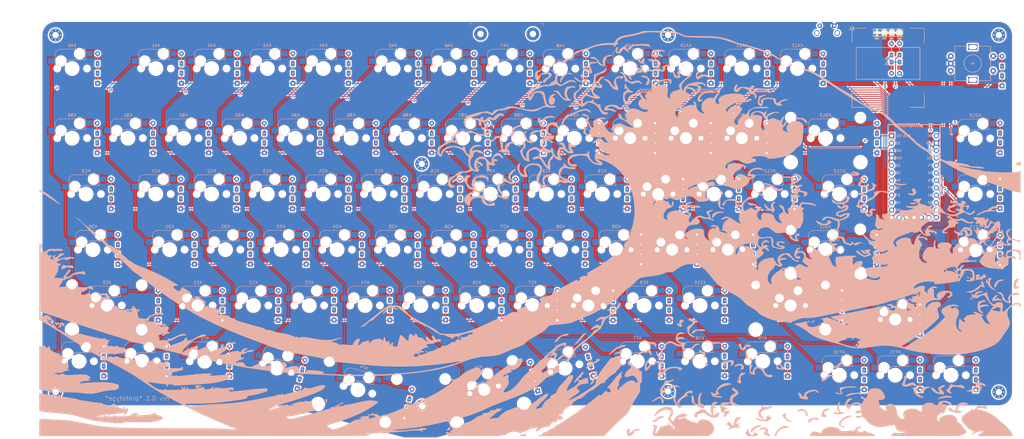
<source format=kicad_pcb>
(kicad_pcb (version 20171130) (host pcbnew "(5.1.6)-1")
  (layers (0 F.Cu signal) (31 B.Cu signal) (34 B.Paste user) (35 F.Paste user) (36 B.SilkS user hide) (37 F.SilkS user) (38 B.Mask user) (39 F.Mask user) (44 Edge.Cuts user))
  (net 0 "")
  (net 1 row00)
  (net 2 "Net-(DA0-Pad2)")
  (net 3 "Net-(DA1-Pad2)")
  (net 4 "Net-(DA2-Pad2)")
  (net 5 "Net-(DA3-Pad2)")
  (net 6 "Net-(DA4-Pad2)")
  (net 7 "Net-(DA5-Pad2)")
  (net 8 "Net-(DA6-Pad2)")
  (net 9 "Net-(DA7-Pad2)")
  (net 10 "Net-(DA8-Pad2)")
  (net 11 "Net-(DA9-Pad2)")
  (net 12 "Net-(DA10-Pad2)")
  (net 13 "Net-(DA11-Pad2)")
  (net 14 "Net-(DA12-Pad2)")
  (net 15 row01)
  (net 16 "Net-(DB0-Pad2)")
  (net 17 "Net-(DB1-Pad2)")
  (net 18 "Net-(DB2-Pad2)")
  (net 19 "Net-(DB3-Pad2)")
  (net 20 "Net-(DB4-Pad2)")
  (net 21 "Net-(DB5-Pad2)")
  (net 22 "Net-(DB6-Pad2)")
  (net 23 "Net-(DB7-Pad2)")
  (net 24 "Net-(DB8-Pad2)")
  (net 25 "Net-(DB9-Pad2)")
  (net 26 "Net-(DB10-Pad2)")
  (net 27 "Net-(DB11-Pad2)")
  (net 28 "Net-(DB12-Pad2)")
  (net 29 "Net-(DB13-Pad2)")
  (net 30 "Net-(DC0-Pad2)")
  (net 31 row02)
  (net 32 "Net-(DC1-Pad2)")
  (net 33 "Net-(DC2-Pad2)")
  (net 34 "Net-(DC3-Pad2)")
  (net 35 "Net-(DC4-Pad2)")
  (net 36 "Net-(DC5-Pad2)")
  (net 37 "Net-(DC6-Pad2)")
  (net 38 "Net-(DC7-Pad2)")
  (net 39 "Net-(DC8-Pad2)")
  (net 40 "Net-(DC9-Pad2)")
  (net 41 "Net-(DC10-Pad2)")
  (net 42 "Net-(DC11-Pad2)")
  (net 43 "Net-(DC12-Pad2)")
  (net 44 "Net-(DC13-Pad2)")
  (net 45 "Net-(DD0-Pad2)")
  (net 46 row03)
  (net 47 "Net-(DD1-Pad2)")
  (net 48 "Net-(DD2-Pad2)")
  (net 49 "Net-(DD3-Pad2)")
  (net 50 "Net-(DD4-Pad2)")
  (net 51 "Net-(DD5-Pad2)")
  (net 52 "Net-(DD6-Pad2)")
  (net 53 "Net-(DD7-Pad2)")
  (net 54 "Net-(DD8-Pad2)")
  (net 55 "Net-(DD9-Pad2)")
  (net 56 "Net-(DD10-Pad2)")
  (net 57 "Net-(DD11-Pad2)")
  (net 58 "Net-(DD12-Pad2)")
  (net 59 "Net-(DD13-Pad2)")
  (net 60 "Net-(DE0-Pad2)")
  (net 61 row04)
  (net 62 "Net-(DE1-Pad2)")
  (net 63 "Net-(DE2-Pad2)")
  (net 64 "Net-(DE3-Pad2)")
  (net 65 "Net-(DE4-Pad2)")
  (net 66 "Net-(DE5-Pad2)")
  (net 67 "Net-(DE6-Pad2)")
  (net 68 "Net-(DE7-Pad2)")
  (net 69 "Net-(DE8-Pad2)")
  (net 70 "Net-(DE9-Pad2)")
  (net 71 "Net-(DE10-Pad2)")
  (net 72 "Net-(DE11-Pad2)")
  (net 73 "Net-(DE12-Pad2)")
  (net 74 "Net-(DF0-Pad2)")
  (net 75 row05)
  (net 76 "Net-(DF1-Pad2)")
  (net 77 "Net-(DF2-Pad2)")
  (net 78 "Net-(DF3-Pad2)")
  (net 79 "Net-(DF4-Pad2)")
  (net 80 "Net-(DF5-Pad2)")
  (net 81 "Net-(DF6-Pad2)")
  (net 82 "Net-(DF7-Pad2)")
  (net 83 "Net-(DF8-Pad2)")
  (net 84 "Net-(DF9-Pad2)")
  (net 85 "Net-(DF10-Pad2)")
  (net 86 "Net-(DF11-Pad2)")
  (net 87 "Net-(DF12-Pad2)")
  (net 88 VCC)
  (net 89 GND)
  (net 90 SDA)
  (net 91 SCL)
  (net 92 ENCB)
  (net 93 ENCA)
  (net 94 col00)
  (net 95 col01)
  (net 96 col02)
  (net 97 col03)
  (net 98 col04)
  (net 99 col05)
  (net 100 col06)
  (net 101 col07)
  (net 102 col08)
  (net 103 col09)
  (net 104 col10)
  (net 105 col11)
  (net 106 col12)
  (net 107 "Net-(DE13-Pad2)")
  (net 108 "Net-(DF13-Pad2)")
  (net 109 /SW99B)
  (net 110 col13)
  (net 111 RESET)
  (module layout-for-export:Great-wave (layer B.Cu) (at 222.89 150.232 180)
    (fp_text reference LogoBase1 hide)
    (fp_text value LOGO hide)
  )
  (module keyboard:SW_Cherry_MX_1.25u_Hotswap (layer F.Cu) (at 68.9 194.7)
    (fp_text reference KF0 hide)
    (fp_text value KEY_SW hide)
    (fp_text user %R (at 0 -7.874) (layer B.SilkS) (effects (justify mirror)))
    (pad "" np_thru_hole circle (at -5.08 0) (size 1.7 1.7) (drill 1.7) (layers *.Cu *.Mask))
    (pad "" np_thru_hole circle (at 5.08 0) (size 1.7 1.7) (drill 1.7) (layers *.Cu *.Mask))
    (pad "" np_thru_hole circle (at 2.54 -5.08 180) (size 3 3) (drill 3) (layers *.Cu *.Mask))
    (pad "" np_thru_hole circle (at 0 0 90) (size 4.1 4.1) (drill 4.1) (layers *.Cu *.Mask))
    (pad 2 smd rect (at 5.7 -5.12 180) (size 2.3 2) (layers B.Cu B.Paste B.Mask) (net 74 "Net-(DF0-Pad2)"))
    (pad "" np_thru_hole circle (at -3.81 -2.54 180) (size 3 3) (drill 3) (layers *.Cu *.Mask))
    (pad 1 smd rect (at -7 -2.58 180) (size 2.3 2) (layers B.Cu B.Paste B.Mask) (net 94 col00))
  )
  (module keyboard:SW_Cherry_MX_1.25u_Hotswap (layer F.Cu) (at 111.8 194.7)
    (fp_text reference KF2 hide)
    (fp_text value KEY_SW hide)
    (fp_text user %R (at 0 -7.874) (layer B.SilkS) (effects (justify mirror)))
    (pad "" np_thru_hole circle (at -5.08 0) (size 1.7 1.7) (drill 1.7) (layers *.Cu *.Mask))
    (pad "" np_thru_hole circle (at 5.08 0) (size 1.7 1.7) (drill 1.7) (layers *.Cu *.Mask))
    (pad "" np_thru_hole circle (at 2.54 -5.08 180) (size 3 3) (drill 3) (layers *.Cu *.Mask))
    (pad "" np_thru_hole circle (at 0 0 90) (size 4.1 4.1) (drill 4.1) (layers *.Cu *.Mask))
    (pad 2 smd rect (at 5.7 -5.12 180) (size 2.3 2) (layers B.Cu B.Paste B.Mask) (net 77 "Net-(DF2-Pad2)"))
    (pad "" np_thru_hole circle (at -3.81 -2.54 180) (size 3 3) (drill 3) (layers *.Cu *.Mask))
    (pad 1 smd rect (at -7 -2.58 180) (size 2.3 2) (layers B.Cu B.Paste B.Mask) (net 96 col02))
  )
  (module keyboard:SW_Cherry_MX_1.25u_Hotswap (layer F.Cu) (at 259.45 194.7)
    (fp_text reference KF7 hide)
    (fp_text value KEY_SW hide)
    (fp_text user %R (at 0 -7.874) (layer B.SilkS) (effects (justify mirror)))
    (pad "" np_thru_hole circle (at -5.08 0) (size 1.7 1.7) (drill 1.7) (layers *.Cu *.Mask))
    (pad "" np_thru_hole circle (at 5.08 0) (size 1.7 1.7) (drill 1.7) (layers *.Cu *.Mask))
    (pad "" np_thru_hole circle (at 2.54 -5.08 180) (size 3 3) (drill 3) (layers *.Cu *.Mask))
    (pad "" np_thru_hole circle (at 0 0 90) (size 4.1 4.1) (drill 4.1) (layers *.Cu *.Mask))
    (pad 2 smd rect (at 5.7 -5.12 180) (size 2.3 2) (layers B.Cu B.Paste B.Mask) (net 82 "Net-(DF7-Pad2)"))
    (pad "" np_thru_hole circle (at -3.81 -2.54 180) (size 3 3) (drill 3) (layers *.Cu *.Mask))
    (pad 1 smd rect (at -7 -2.58 180) (size 2.3 2) (layers B.Cu B.Paste B.Mask) (net 101 col07))
  )
  (module keyboard:SW_Cherry_MX_1.25u_Hotswap (layer F.Cu) (at 302.3 194.7)
    (fp_text reference KF9 hide)
    (fp_text value KEY_SW hide)
    (fp_text user %R (at 0 -7.874) (layer B.SilkS) (effects (justify mirror)))
    (pad "" np_thru_hole circle (at -5.08 0) (size 1.7 1.7) (drill 1.7) (layers *.Cu *.Mask))
    (pad "" np_thru_hole circle (at 5.08 0) (size 1.7 1.7) (drill 1.7) (layers *.Cu *.Mask))
    (pad "" np_thru_hole circle (at 2.54 -5.08 180) (size 3 3) (drill 3) (layers *.Cu *.Mask))
    (pad "" np_thru_hole circle (at 0 0 90) (size 4.1 4.1) (drill 4.1) (layers *.Cu *.Mask))
    (pad 2 smd rect (at 5.7 -5.12 180) (size 2.3 2) (layers B.Cu B.Paste B.Mask) (net 84 "Net-(DF9-Pad2)"))
    (pad "" np_thru_hole circle (at -3.81 -2.54 180) (size 3 3) (drill 3) (layers *.Cu *.Mask))
    (pad 1 smd rect (at -7 -2.58 180) (size 2.3 2) (layers B.Cu B.Paste B.Mask) (net 103 col09))
  )
  (module keyboard:SW_Cherry_MX_1.25u_Hotswap (layer F.Cu) (at 374.87 118.522)
    (fp_text reference KD13 hide)
    (fp_text value KEY_SW hide)
    (fp_text user %R (at 0 -7.874) (layer B.SilkS) (effects (justify mirror)))
    (pad "" np_thru_hole circle (at -5.08 0) (size 1.7 1.7) (drill 1.7) (layers *.Cu *.Mask))
    (pad "" np_thru_hole circle (at 5.08 0) (size 1.7 1.7) (drill 1.7) (layers *.Cu *.Mask))
    (pad "" np_thru_hole circle (at 2.54 -5.08 180) (size 3 3) (drill 3) (layers *.Cu *.Mask))
    (pad "" np_thru_hole circle (at 0 0 90) (size 4.1 4.1) (drill 4.1) (layers *.Cu *.Mask))
    (pad 2 smd rect (at 5.7 -5.12 180) (size 2.3 2) (layers B.Cu B.Paste B.Mask) (net 59 "Net-(DD13-Pad2)"))
    (pad "" np_thru_hole circle (at -3.81 -2.54 180) (size 3 3) (drill 3) (layers *.Cu *.Mask))
    (pad 1 smd rect (at -7 -2.58 180) (size 2.3 2) (layers B.Cu B.Paste B.Mask) (net 110 col13))
  )
  (module keyboard:SW_Cherry_MX_1.25u_Hotswap (layer F.Cu) (at 374.88 137.562)
    (fp_text reference KE13 hide)
    (fp_text value KEY_SW hide)
    (fp_text user %R (at 0 -7.874) (layer B.SilkS) (effects (justify mirror)))
    (pad "" np_thru_hole circle (at -5.08 0) (size 1.7 1.7) (drill 1.7) (layers *.Cu *.Mask))
    (pad "" np_thru_hole circle (at 5.08 0) (size 1.7 1.7) (drill 1.7) (layers *.Cu *.Mask))
    (pad "" np_thru_hole circle (at 2.54 -5.08 180) (size 3 3) (drill 3) (layers *.Cu *.Mask))
    (pad "" np_thru_hole circle (at 0 0 90) (size 4.1 4.1) (drill 4.1) (layers *.Cu *.Mask))
    (pad 2 smd rect (at 5.7 -5.12 180) (size 2.3 2) (layers B.Cu B.Paste B.Mask) (net 107 "Net-(DE13-Pad2)"))
    (pad "" np_thru_hole circle (at -3.81 -2.54 180) (size 3 3) (drill 3) (layers *.Cu *.Mask))
    (pad 1 smd rect (at -7 -2.58 180) (size 2.3 2) (layers B.Cu B.Paste B.Mask) (net 110 col13))
  )
  (module keyboard:SW_Cherry_MX_1.25u_Hotswap (layer F.Cu) (at 374.88 156.612)
    (fp_text reference KF13 hide)
    (fp_text value KEY_SW hide)
    (fp_text user %R (at 0 -7.874) (layer B.SilkS) (effects (justify mirror)))
    (pad "" np_thru_hole circle (at -5.08 0) (size 1.7 1.7) (drill 1.7) (layers *.Cu *.Mask))
    (pad "" np_thru_hole circle (at 5.08 0) (size 1.7 1.7) (drill 1.7) (layers *.Cu *.Mask))
    (pad "" np_thru_hole circle (at 2.54 -5.08 180) (size 3 3) (drill 3) (layers *.Cu *.Mask))
    (pad "" np_thru_hole circle (at 0 0 90) (size 4.1 4.1) (drill 4.1) (layers *.Cu *.Mask))
    (pad 2 smd rect (at 5.7 -5.12 180) (size 2.3 2) (layers B.Cu B.Paste B.Mask) (net 108 "Net-(DF13-Pad2)"))
    (pad "" np_thru_hole circle (at -3.81 -2.54 180) (size 3 3) (drill 3) (layers *.Cu *.Mask))
    (pad 1 smd rect (at -7 -2.58 180) (size 2.3 2) (layers B.Cu B.Paste B.Mask) (net 110 col13))
  )
  (module keyboard:SW_Cherry_MX_1.75u_Hotswap (layer F.Cu) (at 73.65 156.55)
    (fp_text reference KD0 hide)
    (fp_text value KEY_SW hide)
    (fp_text user %R (at 0 -7.874) (layer B.SilkS) (effects (justify mirror)))
    (pad "" np_thru_hole circle (at -5.08 0) (size 1.7 1.7) (drill 1.7) (layers *.Cu *.Mask))
    (pad "" np_thru_hole circle (at 5.08 0) (size 1.7 1.7) (drill 1.7) (layers *.Cu *.Mask))
    (pad "" np_thru_hole circle (at 2.54 -5.08 180) (size 3 3) (drill 3) (layers *.Cu *.Mask))
    (pad "" np_thru_hole circle (at 0 0 90) (size 4.1 4.1) (drill 4.1) (layers *.Cu *.Mask))
    (pad 2 smd rect (at 5.7 -5.12 180) (size 2.3 2) (layers B.Cu B.Paste B.Mask) (net 45 "Net-(DD0-Pad2)"))
    (pad "" np_thru_hole circle (at -3.81 -2.54 180) (size 3 3) (drill 3) (layers *.Cu *.Mask))
    (pad 1 smd rect (at -7 -2.58 180) (size 2.3 2) (layers B.Cu B.Paste B.Mask) (net 94 col00))
  )
  (module keyboard:SW_Cherry_MX_1.50u_Hotswap (layer F.Cu) (at 71.3 137.55)
    (fp_text reference KC0 hide)
    (fp_text value KEY_SW hide)
    (fp_text user %R (at 0 -7.874) (layer B.SilkS) (effects (justify mirror)))
    (pad "" np_thru_hole circle (at -5.08 0) (size 1.7 1.7) (drill 1.7) (layers *.Cu *.Mask))
    (pad "" np_thru_hole circle (at 5.08 0) (size 1.7 1.7) (drill 1.7) (layers *.Cu *.Mask))
    (pad "" np_thru_hole circle (at 2.54 -5.08 180) (size 3 3) (drill 3) (layers *.Cu *.Mask))
    (pad "" np_thru_hole circle (at 0 0 90) (size 4.1 4.1) (drill 4.1) (layers *.Cu *.Mask))
    (pad 2 smd rect (at 5.7 -5.12 180) (size 2.3 2) (layers B.Cu B.Paste B.Mask) (net 30 "Net-(DC0-Pad2)"))
    (pad "" np_thru_hole circle (at -3.81 -2.54 180) (size 3 3) (drill 3) (layers *.Cu *.Mask))
    (pad 1 smd rect (at -7 -2.58 180) (size 2.3 2) (layers B.Cu B.Paste B.Mask) (net 94 col00))
  )
  (module keyboard:SW_Cherry_MX_1.50u_Hotswap (layer F.Cu) (at 328.5 137.55)
    (fp_text reference KC13 hide)
    (fp_text value KEY_SW hide)
    (fp_text user %R (at 0 -7.874) (layer B.SilkS) (effects (justify mirror)))
    (pad "" np_thru_hole circle (at -5.08 0) (size 1.7 1.7) (drill 1.7) (layers *.Cu *.Mask))
    (pad "" np_thru_hole circle (at 5.08 0) (size 1.7 1.7) (drill 1.7) (layers *.Cu *.Mask))
    (pad "" np_thru_hole circle (at 2.54 -5.08 180) (size 3 3) (drill 3) (layers *.Cu *.Mask))
    (pad "" np_thru_hole circle (at 0 0 90) (size 4.1 4.1) (drill 4.1) (layers *.Cu *.Mask))
    (pad 2 smd rect (at 5.7 -5.12 180) (size 2.3 2) (layers B.Cu B.Paste B.Mask) (net 44 "Net-(DC13-Pad2)"))
    (pad "" np_thru_hole circle (at -3.81 -2.54 180) (size 3 3) (drill 3) (layers *.Cu *.Mask))
    (pad 1 smd rect (at -7 -2.58 180) (size 2.3 2) (layers B.Cu B.Paste B.Mask) (net 110 col13))
  )
  (module keyboard:SW_Cherry_MX_1.00u_Hotswap (layer F.Cu) (at 295.15 94.65)
    (fp_text reference KA11 hide)
    (fp_text value KEY_SW hide)
    (fp_text user %R (at 0 -7.874) (layer B.SilkS) (effects (justify mirror)))
    (pad "" np_thru_hole circle (at -5.08 0) (size 1.7 1.7) (drill 1.7) (layers *.Cu *.Mask))
    (pad "" np_thru_hole circle (at 5.08 0) (size 1.7 1.7) (drill 1.7) (layers *.Cu *.Mask))
    (pad "" np_thru_hole circle (at 2.54 -5.08 180) (size 3 3) (drill 3) (layers *.Cu *.Mask))
    (pad "" np_thru_hole circle (at 0 0 90) (size 4.1 4.1) (drill 4.1) (layers *.Cu *.Mask))
    (pad 2 smd rect (at 5.7 -5.12 180) (size 2.3 2) (layers B.Cu B.Paste B.Mask) (net 13 "Net-(DA11-Pad2)"))
    (pad "" np_thru_hole circle (at -3.81 -2.54 180) (size 3 3) (drill 3) (layers *.Cu *.Mask))
    (pad 1 smd rect (at -7 -2.58 180) (size 2.3 2) (layers B.Cu B.Paste B.Mask) (net 105 col11))
  )
  (module keyboard:SW_Cherry_MX_1.00u_Hotswap (layer F.Cu) (at 66.55 94.65)
    (fp_text reference KA0 hide)
    (fp_text value KEY_SW hide)
    (fp_text user %R (at 0 -7.874) (layer B.SilkS) (effects (justify mirror)))
    (pad "" np_thru_hole circle (at -5.08 0) (size 1.7 1.7) (drill 1.7) (layers *.Cu *.Mask))
    (pad "" np_thru_hole circle (at 5.08 0) (size 1.7 1.7) (drill 1.7) (layers *.Cu *.Mask))
    (pad "" np_thru_hole circle (at 2.54 -5.08 180) (size 3 3) (drill 3) (layers *.Cu *.Mask))
    (pad "" np_thru_hole circle (at 0 0 90) (size 4.1 4.1) (drill 4.1) (layers *.Cu *.Mask))
    (pad 2 smd rect (at 5.7 -5.12 180) (size 2.3 2) (layers B.Cu B.Paste B.Mask) (net 2 "Net-(DA0-Pad2)"))
    (pad "" np_thru_hole circle (at -3.81 -2.54 180) (size 3 3) (drill 3) (layers *.Cu *.Mask))
    (pad 1 smd rect (at -7 -2.58 180) (size 2.3 2) (layers B.Cu B.Paste B.Mask) (net 94 col00))
  )
  (module keyboard:SW_Cherry_MX_1.00u_Hotswap (layer F.Cu) (at 95.15 94.65)
    (fp_text reference KA1 hide)
    (fp_text value KEY_SW hide)
    (fp_text user %R (at 0 -7.874) (layer B.SilkS) (effects (justify mirror)))
    (pad "" np_thru_hole circle (at -5.08 0) (size 1.7 1.7) (drill 1.7) (layers *.Cu *.Mask))
    (pad "" np_thru_hole circle (at 5.08 0) (size 1.7 1.7) (drill 1.7) (layers *.Cu *.Mask))
    (pad "" np_thru_hole circle (at 2.54 -5.08 180) (size 3 3) (drill 3) (layers *.Cu *.Mask))
    (pad "" np_thru_hole circle (at 0 0 90) (size 4.1 4.1) (drill 4.1) (layers *.Cu *.Mask))
    (pad 2 smd rect (at 5.7 -5.12 180) (size 2.3 2) (layers B.Cu B.Paste B.Mask) (net 3 "Net-(DA1-Pad2)"))
    (pad "" np_thru_hole circle (at -3.81 -2.54 180) (size 3 3) (drill 3) (layers *.Cu *.Mask))
    (pad 1 smd rect (at -7 -2.58 180) (size 2.3 2) (layers B.Cu B.Paste B.Mask) (net 95 col01))
  )
  (module keyboard:SW_Cherry_MX_1.00u_Hotswap (layer F.Cu) (at 114.15 94.65)
    (fp_text reference KA2 hide)
    (fp_text value KEY_SW hide)
    (fp_text user %R (at 0 -7.874) (layer B.SilkS) (effects (justify mirror)))
    (pad "" np_thru_hole circle (at -5.08 0) (size 1.7 1.7) (drill 1.7) (layers *.Cu *.Mask))
    (pad "" np_thru_hole circle (at 5.08 0) (size 1.7 1.7) (drill 1.7) (layers *.Cu *.Mask))
    (pad "" np_thru_hole circle (at 2.54 -5.08 180) (size 3 3) (drill 3) (layers *.Cu *.Mask))
    (pad "" np_thru_hole circle (at 0 0 90) (size 4.1 4.1) (drill 4.1) (layers *.Cu *.Mask))
    (pad 2 smd rect (at 5.7 -5.12 180) (size 2.3 2) (layers B.Cu B.Paste B.Mask) (net 4 "Net-(DA2-Pad2)"))
    (pad "" np_thru_hole circle (at -3.81 -2.54 180) (size 3 3) (drill 3) (layers *.Cu *.Mask))
    (pad 1 smd rect (at -7 -2.58 180) (size 2.3 2) (layers B.Cu B.Paste B.Mask) (net 96 col02))
  )
  (module keyboard:SW_Cherry_MX_1.00u_Hotswap (layer F.Cu) (at 133.2 94.65)
    (fp_text reference KA3 hide)
    (fp_text value KEY_SW hide)
    (fp_text user %R (at 0 -7.874) (layer B.SilkS) (effects (justify mirror)))
    (pad "" np_thru_hole circle (at -5.08 0) (size 1.7 1.7) (drill 1.7) (layers *.Cu *.Mask))
    (pad "" np_thru_hole circle (at 5.08 0) (size 1.7 1.7) (drill 1.7) (layers *.Cu *.Mask))
    (pad "" np_thru_hole circle (at 2.54 -5.08 180) (size 3 3) (drill 3) (layers *.Cu *.Mask))
    (pad "" np_thru_hole circle (at 0 0 90) (size 4.1 4.1) (drill 4.1) (layers *.Cu *.Mask))
    (pad 2 smd rect (at 5.7 -5.12 180) (size 2.3 2) (layers B.Cu B.Paste B.Mask) (net 5 "Net-(DA3-Pad2)"))
    (pad "" np_thru_hole circle (at -3.81 -2.54 180) (size 3 3) (drill 3) (layers *.Cu *.Mask))
    (pad 1 smd rect (at -7 -2.58 180) (size 2.3 2) (layers B.Cu B.Paste B.Mask) (net 97 col03))
  )
  (module keyboard:SW_Cherry_MX_1.00u_Hotswap (layer F.Cu) (at 152.3 94.65)
    (fp_text reference KA4 hide)
    (fp_text value KEY_SW hide)
    (fp_text user %R (at 0 -7.874) (layer B.SilkS) (effects (justify mirror)))
    (pad "" np_thru_hole circle (at -5.08 0) (size 1.7 1.7) (drill 1.7) (layers *.Cu *.Mask))
    (pad "" np_thru_hole circle (at 5.08 0) (size 1.7 1.7) (drill 1.7) (layers *.Cu *.Mask))
    (pad "" np_thru_hole circle (at 2.54 -5.08 180) (size 3 3) (drill 3) (layers *.Cu *.Mask))
    (pad "" np_thru_hole circle (at 0 0 90) (size 4.1 4.1) (drill 4.1) (layers *.Cu *.Mask))
    (pad 2 smd rect (at 5.7 -5.12 180) (size 2.3 2) (layers B.Cu B.Paste B.Mask) (net 6 "Net-(DA4-Pad2)"))
    (pad "" np_thru_hole circle (at -3.81 -2.54 180) (size 3 3) (drill 3) (layers *.Cu *.Mask))
    (pad 1 smd rect (at -7 -2.58 180) (size 2.3 2) (layers B.Cu B.Paste B.Mask) (net 98 col04))
  )
  (module keyboard:SW_Cherry_MX_1.00u_Hotswap (layer F.Cu) (at 176.1 94.65)
    (fp_text reference KA5 hide)
    (fp_text value KEY_SW hide)
    (fp_text user %R (at 0 -7.874) (layer B.SilkS) (effects (justify mirror)))
    (pad "" np_thru_hole circle (at -5.08 0) (size 1.7 1.7) (drill 1.7) (layers *.Cu *.Mask))
    (pad "" np_thru_hole circle (at 5.08 0) (size 1.7 1.7) (drill 1.7) (layers *.Cu *.Mask))
    (pad "" np_thru_hole circle (at 2.54 -5.08 180) (size 3 3) (drill 3) (layers *.Cu *.Mask))
    (pad "" np_thru_hole circle (at 0 0 90) (size 4.1 4.1) (drill 4.1) (layers *.Cu *.Mask))
    (pad 2 smd rect (at 5.7 -5.12 180) (size 2.3 2) (layers B.Cu B.Paste B.Mask) (net 7 "Net-(DA5-Pad2)"))
    (pad "" np_thru_hole circle (at -3.81 -2.54 180) (size 3 3) (drill 3) (layers *.Cu *.Mask))
    (pad 1 smd rect (at -7 -2.58 180) (size 2.3 2) (layers B.Cu B.Paste B.Mask) (net 99 col05))
  )
  (module keyboard:SW_Cherry_MX_1.00u_Hotswap (layer F.Cu) (at 195.15 94.65)
    (fp_text reference KA6 hide)
    (fp_text value KEY_SW hide)
    (fp_text user %R (at 0 -7.874) (layer B.SilkS) (effects (justify mirror)))
    (pad "" np_thru_hole circle (at -5.08 0) (size 1.7 1.7) (drill 1.7) (layers *.Cu *.Mask))
    (pad "" np_thru_hole circle (at 5.08 0) (size 1.7 1.7) (drill 1.7) (layers *.Cu *.Mask))
    (pad "" np_thru_hole circle (at 2.54 -5.08 180) (size 3 3) (drill 3) (layers *.Cu *.Mask))
    (pad "" np_thru_hole circle (at 0 0 90) (size 4.1 4.1) (drill 4.1) (layers *.Cu *.Mask))
    (pad 2 smd rect (at 5.7 -5.12 180) (size 2.3 2) (layers B.Cu B.Paste B.Mask) (net 8 "Net-(DA6-Pad2)"))
    (pad "" np_thru_hole circle (at -3.81 -2.54 180) (size 3 3) (drill 3) (layers *.Cu *.Mask))
    (pad 1 smd rect (at -7 -2.58 180) (size 2.3 2) (layers B.Cu B.Paste B.Mask) (net 100 col06))
  )
  (module keyboard:SW_Cherry_MX_1.00u_Hotswap (layer F.Cu) (at 214.2 94.65)
    (fp_text reference KA7 hide)
    (fp_text value KEY_SW hide)
    (fp_text user %R (at 0 -7.874) (layer B.SilkS) (effects (justify mirror)))
    (pad "" np_thru_hole circle (at -5.08 0) (size 1.7 1.7) (drill 1.7) (layers *.Cu *.Mask))
    (pad "" np_thru_hole circle (at 5.08 0) (size 1.7 1.7) (drill 1.7) (layers *.Cu *.Mask))
    (pad "" np_thru_hole circle (at 2.54 -5.08 180) (size 3 3) (drill 3) (layers *.Cu *.Mask))
    (pad "" np_thru_hole circle (at 0 0 90) (size 4.1 4.1) (drill 4.1) (layers *.Cu *.Mask))
    (pad 2 smd rect (at 5.7 -5.12 180) (size 2.3 2) (layers B.Cu B.Paste B.Mask) (net 9 "Net-(DA7-Pad2)"))
    (pad "" np_thru_hole circle (at -3.81 -2.54 180) (size 3 3) (drill 3) (layers *.Cu *.Mask))
    (pad 1 smd rect (at -7 -2.58 180) (size 2.3 2) (layers B.Cu B.Paste B.Mask) (net 101 col07))
  )
  (module keyboard:SW_Cherry_MX_1.00u_Hotswap (layer F.Cu) (at 233.25 94.7)
    (fp_text reference KA8 hide)
    (fp_text value KEY_SW hide)
    (fp_text user %R (at 0 -7.874) (layer B.SilkS) (effects (justify mirror)))
    (pad "" np_thru_hole circle (at -5.08 0) (size 1.7 1.7) (drill 1.7) (layers *.Cu *.Mask))
    (pad "" np_thru_hole circle (at 5.08 0) (size 1.7 1.7) (drill 1.7) (layers *.Cu *.Mask))
    (pad "" np_thru_hole circle (at 2.54 -5.08 180) (size 3 3) (drill 3) (layers *.Cu *.Mask))
    (pad "" np_thru_hole circle (at 0 0 90) (size 4.1 4.1) (drill 4.1) (layers *.Cu *.Mask))
    (pad 2 smd rect (at 5.7 -5.12 180) (size 2.3 2) (layers B.Cu B.Paste B.Mask) (net 10 "Net-(DA8-Pad2)"))
    (pad "" np_thru_hole circle (at -3.81 -2.54 180) (size 3 3) (drill 3) (layers *.Cu *.Mask))
    (pad 1 smd rect (at -7 -2.58 180) (size 2.3 2) (layers B.Cu B.Paste B.Mask) (net 102 col08))
  )
  (module keyboard:SW_Cherry_MX_1.00u_Hotswap (layer F.Cu) (at 257.05 94.65)
    (fp_text reference KA9 hide)
    (fp_text value KEY_SW hide)
    (fp_text user %R (at 0 -7.874) (layer B.SilkS) (effects (justify mirror)))
    (pad "" np_thru_hole circle (at -5.08 0) (size 1.7 1.7) (drill 1.7) (layers *.Cu *.Mask))
    (pad "" np_thru_hole circle (at 5.08 0) (size 1.7 1.7) (drill 1.7) (layers *.Cu *.Mask))
    (pad "" np_thru_hole circle (at 2.54 -5.08 180) (size 3 3) (drill 3) (layers *.Cu *.Mask))
    (pad "" np_thru_hole circle (at 0 0 90) (size 4.1 4.1) (drill 4.1) (layers *.Cu *.Mask))
    (pad 2 smd rect (at 5.7 -5.12 180) (size 2.3 2) (layers B.Cu B.Paste B.Mask) (net 11 "Net-(DA9-Pad2)"))
    (pad "" np_thru_hole circle (at -3.81 -2.54 180) (size 3 3) (drill 3) (layers *.Cu *.Mask))
    (pad 1 smd rect (at -7 -2.58 180) (size 2.3 2) (layers B.Cu B.Paste B.Mask) (net 103 col09))
  )
  (module keyboard:SW_Cherry_MX_1.00u_Hotswap (layer F.Cu) (at 276.1 94.65)
    (fp_text reference KA10 hide)
    (fp_text value KEY_SW hide)
    (fp_text user %R (at 0 -7.874) (layer B.SilkS) (effects (justify mirror)))
    (pad "" np_thru_hole circle (at -5.08 0) (size 1.7 1.7) (drill 1.7) (layers *.Cu *.Mask))
    (pad "" np_thru_hole circle (at 5.08 0) (size 1.7 1.7) (drill 1.7) (layers *.Cu *.Mask))
    (pad "" np_thru_hole circle (at 2.54 -5.08 180) (size 3 3) (drill 3) (layers *.Cu *.Mask))
    (pad "" np_thru_hole circle (at 0 0 90) (size 4.1 4.1) (drill 4.1) (layers *.Cu *.Mask))
    (pad 2 smd rect (at 5.7 -5.12 180) (size 2.3 2) (layers B.Cu B.Paste B.Mask) (net 12 "Net-(DA10-Pad2)"))
    (pad "" np_thru_hole circle (at -3.81 -2.54 180) (size 3 3) (drill 3) (layers *.Cu *.Mask))
    (pad 1 smd rect (at -7 -2.58 180) (size 2.3 2) (layers B.Cu B.Paste B.Mask) (net 104 col10))
  )
  (module keyboard:SW_Cherry_MX_1.00u_Hotswap (layer F.Cu) (at 314.15 94.65)
    (fp_text reference KA12 hide)
    (fp_text value KEY_SW hide)
    (fp_text user %R (at 0 -7.874) (layer B.SilkS) (effects (justify mirror)))
    (pad "" np_thru_hole circle (at -5.08 0) (size 1.7 1.7) (drill 1.7) (layers *.Cu *.Mask))
    (pad "" np_thru_hole circle (at 5.08 0) (size 1.7 1.7) (drill 1.7) (layers *.Cu *.Mask))
    (pad "" np_thru_hole circle (at 2.54 -5.08 180) (size 3 3) (drill 3) (layers *.Cu *.Mask))
    (pad "" np_thru_hole circle (at 0 0 90) (size 4.1 4.1) (drill 4.1) (layers *.Cu *.Mask))
    (pad 2 smd rect (at 5.7 -5.12 180) (size 2.3 2) (layers B.Cu B.Paste B.Mask) (net 14 "Net-(DA12-Pad2)"))
    (pad "" np_thru_hole circle (at -3.81 -2.54 180) (size 3 3) (drill 3) (layers *.Cu *.Mask))
    (pad 1 smd rect (at -7 -2.58 180) (size 2.3 2) (layers B.Cu B.Paste B.Mask) (net 106 col12))
  )
  (module keyboard:SW_Cherry_MX_1.00u_Hotswap (layer F.Cu) (at 66.55 118.45)
    (fp_text reference KB0 hide)
    (fp_text value KEY_SW hide)
    (fp_text user %R (at 0 -7.874) (layer B.SilkS) (effects (justify mirror)))
    (pad "" np_thru_hole circle (at -5.08 0) (size 1.7 1.7) (drill 1.7) (layers *.Cu *.Mask))
    (pad "" np_thru_hole circle (at 5.08 0) (size 1.7 1.7) (drill 1.7) (layers *.Cu *.Mask))
    (pad "" np_thru_hole circle (at 2.54 -5.08 180) (size 3 3) (drill 3) (layers *.Cu *.Mask))
    (pad "" np_thru_hole circle (at 0 0 90) (size 4.1 4.1) (drill 4.1) (layers *.Cu *.Mask))
    (pad 2 smd rect (at 5.7 -5.12 180) (size 2.3 2) (layers B.Cu B.Paste B.Mask) (net 16 "Net-(DB0-Pad2)"))
    (pad "" np_thru_hole circle (at -3.81 -2.54 180) (size 3 3) (drill 3) (layers *.Cu *.Mask))
    (pad 1 smd rect (at -7 -2.58 180) (size 2.3 2) (layers B.Cu B.Paste B.Mask) (net 94 col00))
  )
  (module keyboard:SW_Cherry_MX_1.00u_Hotswap (layer F.Cu) (at 85.6 118.45)
    (fp_text reference KB1 hide)
    (fp_text value KEY_SW hide)
    (fp_text user %R (at 0 -7.874) (layer B.SilkS) (effects (justify mirror)))
    (pad "" np_thru_hole circle (at -5.08 0) (size 1.7 1.7) (drill 1.7) (layers *.Cu *.Mask))
    (pad "" np_thru_hole circle (at 5.08 0) (size 1.7 1.7) (drill 1.7) (layers *.Cu *.Mask))
    (pad "" np_thru_hole circle (at 2.54 -5.08 180) (size 3 3) (drill 3) (layers *.Cu *.Mask))
    (pad "" np_thru_hole circle (at 0 0 90) (size 4.1 4.1) (drill 4.1) (layers *.Cu *.Mask))
    (pad 2 smd rect (at 5.7 -5.12 180) (size 2.3 2) (layers B.Cu B.Paste B.Mask) (net 17 "Net-(DB1-Pad2)"))
    (pad "" np_thru_hole circle (at -3.81 -2.54 180) (size 3 3) (drill 3) (layers *.Cu *.Mask))
    (pad 1 smd rect (at -7 -2.58 180) (size 2.3 2) (layers B.Cu B.Paste B.Mask) (net 95 col01))
  )
  (module keyboard:SW_Cherry_MX_1.00u_Hotswap (layer F.Cu) (at 104.65 118.45)
    (fp_text reference KB2 hide)
    (fp_text value KEY_SW hide)
    (fp_text user %R (at 0 -7.874) (layer B.SilkS) (effects (justify mirror)))
    (pad "" np_thru_hole circle (at -5.08 0) (size 1.7 1.7) (drill 1.7) (layers *.Cu *.Mask))
    (pad "" np_thru_hole circle (at 5.08 0) (size 1.7 1.7) (drill 1.7) (layers *.Cu *.Mask))
    (pad "" np_thru_hole circle (at 2.54 -5.08 180) (size 3 3) (drill 3) (layers *.Cu *.Mask))
    (pad "" np_thru_hole circle (at 0 0 90) (size 4.1 4.1) (drill 4.1) (layers *.Cu *.Mask))
    (pad 2 smd rect (at 5.7 -5.12 180) (size 2.3 2) (layers B.Cu B.Paste B.Mask) (net 18 "Net-(DB2-Pad2)"))
    (pad "" np_thru_hole circle (at -3.81 -2.54 180) (size 3 3) (drill 3) (layers *.Cu *.Mask))
    (pad 1 smd rect (at -7 -2.58 180) (size 2.3 2) (layers B.Cu B.Paste B.Mask) (net 96 col02))
  )
  (module keyboard:SW_Cherry_MX_1.00u_Hotswap (layer F.Cu) (at 123.7 118.45)
    (fp_text reference KB3 hide)
    (fp_text value KEY_SW hide)
    (fp_text user %R (at 0 -7.874) (layer B.SilkS) (effects (justify mirror)))
    (pad "" np_thru_hole circle (at -5.08 0) (size 1.7 1.7) (drill 1.7) (layers *.Cu *.Mask))
    (pad "" np_thru_hole circle (at 5.08 0) (size 1.7 1.7) (drill 1.7) (layers *.Cu *.Mask))
    (pad "" np_thru_hole circle (at 2.54 -5.08 180) (size 3 3) (drill 3) (layers *.Cu *.Mask))
    (pad "" np_thru_hole circle (at 0 0 90) (size 4.1 4.1) (drill 4.1) (layers *.Cu *.Mask))
    (pad 2 smd rect (at 5.7 -5.12 180) (size 2.3 2) (layers B.Cu B.Paste B.Mask) (net 19 "Net-(DB3-Pad2)"))
    (pad "" np_thru_hole circle (at -3.81 -2.54 180) (size 3 3) (drill 3) (layers *.Cu *.Mask))
    (pad 1 smd rect (at -7 -2.58 180) (size 2.3 2) (layers B.Cu B.Paste B.Mask) (net 97 col03))
  )
  (module keyboard:SW_Cherry_MX_1.00u_Hotswap (layer F.Cu) (at 142.75 118.45)
    (fp_text reference KB4 hide)
    (fp_text value KEY_SW hide)
    (fp_text user %R (at 0 -7.874) (layer B.SilkS) (effects (justify mirror)))
    (pad "" np_thru_hole circle (at -5.08 0) (size 1.7 1.7) (drill 1.7) (layers *.Cu *.Mask))
    (pad "" np_thru_hole circle (at 5.08 0) (size 1.7 1.7) (drill 1.7) (layers *.Cu *.Mask))
    (pad "" np_thru_hole circle (at 2.54 -5.08 180) (size 3 3) (drill 3) (layers *.Cu *.Mask))
    (pad "" np_thru_hole circle (at 0 0 90) (size 4.1 4.1) (drill 4.1) (layers *.Cu *.Mask))
    (pad 2 smd rect (at 5.7 -5.12 180) (size 2.3 2) (layers B.Cu B.Paste B.Mask) (net 20 "Net-(DB4-Pad2)"))
    (pad "" np_thru_hole circle (at -3.81 -2.54 180) (size 3 3) (drill 3) (layers *.Cu *.Mask))
    (pad 1 smd rect (at -7 -2.58 180) (size 2.3 2) (layers B.Cu B.Paste B.Mask) (net 98 col04))
  )
  (module keyboard:SW_Cherry_MX_1.00u_Hotswap (layer F.Cu) (at 161.8 118.45)
    (fp_text reference KB5 hide)
    (fp_text value KEY_SW hide)
    (fp_text user %R (at 0 -7.874) (layer B.SilkS) (effects (justify mirror)))
    (pad "" np_thru_hole circle (at -5.08 0) (size 1.7 1.7) (drill 1.7) (layers *.Cu *.Mask))
    (pad "" np_thru_hole circle (at 5.08 0) (size 1.7 1.7) (drill 1.7) (layers *.Cu *.Mask))
    (pad "" np_thru_hole circle (at 2.54 -5.08 180) (size 3 3) (drill 3) (layers *.Cu *.Mask))
    (pad "" np_thru_hole circle (at 0 0 90) (size 4.1 4.1) (drill 4.1) (layers *.Cu *.Mask))
    (pad 2 smd rect (at 5.7 -5.12 180) (size 2.3 2) (layers B.Cu B.Paste B.Mask) (net 21 "Net-(DB5-Pad2)"))
    (pad "" np_thru_hole circle (at -3.81 -2.54 180) (size 3 3) (drill 3) (layers *.Cu *.Mask))
    (pad 1 smd rect (at -7 -2.58 180) (size 2.3 2) (layers B.Cu B.Paste B.Mask) (net 99 col05))
  )
  (module keyboard:SW_Cherry_MX_1.00u_Hotswap (layer F.Cu) (at 180.85 118.45)
    (fp_text reference KB6 hide)
    (fp_text value KEY_SW hide)
    (fp_text user %R (at 0 -7.874) (layer B.SilkS) (effects (justify mirror)))
    (pad "" np_thru_hole circle (at -5.08 0) (size 1.7 1.7) (drill 1.7) (layers *.Cu *.Mask))
    (pad "" np_thru_hole circle (at 5.08 0) (size 1.7 1.7) (drill 1.7) (layers *.Cu *.Mask))
    (pad "" np_thru_hole circle (at 2.54 -5.08 180) (size 3 3) (drill 3) (layers *.Cu *.Mask))
    (pad "" np_thru_hole circle (at 0 0 90) (size 4.1 4.1) (drill 4.1) (layers *.Cu *.Mask))
    (pad 2 smd rect (at 5.7 -5.12 180) (size 2.3 2) (layers B.Cu B.Paste B.Mask) (net 22 "Net-(DB6-Pad2)"))
    (pad "" np_thru_hole circle (at -3.81 -2.54 180) (size 3 3) (drill 3) (layers *.Cu *.Mask))
    (pad 1 smd rect (at -7 -2.58 180) (size 2.3 2) (layers B.Cu B.Paste B.Mask) (net 100 col06))
  )
  (module keyboard:SW_Cherry_MX_1.00u_Hotswap (layer F.Cu) (at 199.9 118.45)
    (fp_text reference KB7 hide)
    (fp_text value KEY_SW hide)
    (fp_text user %R (at 0 -7.874) (layer B.SilkS) (effects (justify mirror)))
    (pad "" np_thru_hole circle (at -5.08 0) (size 1.7 1.7) (drill 1.7) (layers *.Cu *.Mask))
    (pad "" np_thru_hole circle (at 5.08 0) (size 1.7 1.7) (drill 1.7) (layers *.Cu *.Mask))
    (pad "" np_thru_hole circle (at 2.54 -5.08 180) (size 3 3) (drill 3) (layers *.Cu *.Mask))
    (pad "" np_thru_hole circle (at 0 0 90) (size 4.1 4.1) (drill 4.1) (layers *.Cu *.Mask))
    (pad 2 smd rect (at 5.7 -5.12 180) (size 2.3 2) (layers B.Cu B.Paste B.Mask) (net 23 "Net-(DB7-Pad2)"))
    (pad "" np_thru_hole circle (at -3.81 -2.54 180) (size 3 3) (drill 3) (layers *.Cu *.Mask))
    (pad 1 smd rect (at -7 -2.58 180) (size 2.3 2) (layers B.Cu B.Paste B.Mask) (net 101 col07))
  )
  (module keyboard:SW_Cherry_MX_1.00u_Hotswap (layer F.Cu) (at 218.95 118.45)
    (fp_text reference KB8 hide)
    (fp_text value KEY_SW hide)
    (fp_text user %R (at 0 -7.874) (layer B.SilkS) (effects (justify mirror)))
    (pad "" np_thru_hole circle (at -5.08 0) (size 1.7 1.7) (drill 1.7) (layers *.Cu *.Mask))
    (pad "" np_thru_hole circle (at 5.08 0) (size 1.7 1.7) (drill 1.7) (layers *.Cu *.Mask))
    (pad "" np_thru_hole circle (at 2.54 -5.08 180) (size 3 3) (drill 3) (layers *.Cu *.Mask))
    (pad "" np_thru_hole circle (at 0 0 90) (size 4.1 4.1) (drill 4.1) (layers *.Cu *.Mask))
    (pad 2 smd rect (at 5.7 -5.12 180) (size 2.3 2) (layers B.Cu B.Paste B.Mask) (net 24 "Net-(DB8-Pad2)"))
    (pad "" np_thru_hole circle (at -3.81 -2.54 180) (size 3 3) (drill 3) (layers *.Cu *.Mask))
    (pad 1 smd rect (at -7 -2.58 180) (size 2.3 2) (layers B.Cu B.Paste B.Mask) (net 102 col08))
  )
  (module keyboard:SW_Cherry_MX_1.00u_Hotswap (layer F.Cu) (at 238 118.45)
    (fp_text reference KB9 hide)
    (fp_text value KEY_SW hide)
    (fp_text user %R (at 0 -7.874) (layer B.SilkS) (effects (justify mirror)))
    (pad "" np_thru_hole circle (at -5.08 0) (size 1.7 1.7) (drill 1.7) (layers *.Cu *.Mask))
    (pad "" np_thru_hole circle (at 5.08 0) (size 1.7 1.7) (drill 1.7) (layers *.Cu *.Mask))
    (pad "" np_thru_hole circle (at 2.54 -5.08 180) (size 3 3) (drill 3) (layers *.Cu *.Mask))
    (pad "" np_thru_hole circle (at 0 0 90) (size 4.1 4.1) (drill 4.1) (layers *.Cu *.Mask))
    (pad 2 smd rect (at 5.7 -5.12 180) (size 2.3 2) (layers B.Cu B.Paste B.Mask) (net 25 "Net-(DB9-Pad2)"))
    (pad "" np_thru_hole circle (at -3.81 -2.54 180) (size 3 3) (drill 3) (layers *.Cu *.Mask))
    (pad 1 smd rect (at -7 -2.58 180) (size 2.3 2) (layers B.Cu B.Paste B.Mask) (net 103 col09))
  )
  (module keyboard:SW_Cherry_MX_1.00u_Hotswap (layer F.Cu) (at 257.05 118.45)
    (fp_text reference KB10 hide)
    (fp_text value KEY_SW hide)
    (fp_text user %R (at 0 -7.874) (layer B.SilkS) (effects (justify mirror)))
    (pad "" np_thru_hole circle (at -5.08 0) (size 1.7 1.7) (drill 1.7) (layers *.Cu *.Mask))
    (pad "" np_thru_hole circle (at 5.08 0) (size 1.7 1.7) (drill 1.7) (layers *.Cu *.Mask))
    (pad "" np_thru_hole circle (at 2.54 -5.08 180) (size 3 3) (drill 3) (layers *.Cu *.Mask))
    (pad "" np_thru_hole circle (at 0 0 90) (size 4.1 4.1) (drill 4.1) (layers *.Cu *.Mask))
    (pad 2 smd rect (at 5.7 -5.12 180) (size 2.3 2) (layers B.Cu B.Paste B.Mask) (net 26 "Net-(DB10-Pad2)"))
    (pad "" np_thru_hole circle (at -3.81 -2.54 180) (size 3 3) (drill 3) (layers *.Cu *.Mask))
    (pad 1 smd rect (at -7 -2.58 180) (size 2.3 2) (layers B.Cu B.Paste B.Mask) (net 104 col10))
  )
  (module keyboard:SW_Cherry_MX_1.00u_Hotswap (layer F.Cu) (at 276.1 118.45)
    (fp_text reference KB11 hide)
    (fp_text value KEY_SW hide)
    (fp_text user %R (at 0 -7.874) (layer B.SilkS) (effects (justify mirror)))
    (pad "" np_thru_hole circle (at -5.08 0) (size 1.7 1.7) (drill 1.7) (layers *.Cu *.Mask))
    (pad "" np_thru_hole circle (at 5.08 0) (size 1.7 1.7) (drill 1.7) (layers *.Cu *.Mask))
    (pad "" np_thru_hole circle (at 2.54 -5.08 180) (size 3 3) (drill 3) (layers *.Cu *.Mask))
    (pad "" np_thru_hole circle (at 0 0 90) (size 4.1 4.1) (drill 4.1) (layers *.Cu *.Mask))
    (pad 2 smd rect (at 5.7 -5.12 180) (size 2.3 2) (layers B.Cu B.Paste B.Mask) (net 27 "Net-(DB11-Pad2)"))
    (pad "" np_thru_hole circle (at -3.81 -2.54 180) (size 3 3) (drill 3) (layers *.Cu *.Mask))
    (pad 1 smd rect (at -7 -2.58 180) (size 2.3 2) (layers B.Cu B.Paste B.Mask) (net 105 col11))
  )
  (module keyboard:SW_Cherry_MX_1.00u_Hotswap (layer F.Cu) (at 295.15 118.45)
    (fp_text reference KB12 hide)
    (fp_text value KEY_SW hide)
    (fp_text user %R (at 0 -7.874) (layer B.SilkS) (effects (justify mirror)))
    (pad "" np_thru_hole circle (at -5.08 0) (size 1.7 1.7) (drill 1.7) (layers *.Cu *.Mask))
    (pad "" np_thru_hole circle (at 5.08 0) (size 1.7 1.7) (drill 1.7) (layers *.Cu *.Mask))
    (pad "" np_thru_hole circle (at 2.54 -5.08 180) (size 3 3) (drill 3) (layers *.Cu *.Mask))
    (pad "" np_thru_hole circle (at 0 0 90) (size 4.1 4.1) (drill 4.1) (layers *.Cu *.Mask))
    (pad 2 smd rect (at 5.7 -5.12 180) (size 2.3 2) (layers B.Cu B.Paste B.Mask) (net 28 "Net-(DB12-Pad2)"))
    (pad "" np_thru_hole circle (at -3.81 -2.54 180) (size 3 3) (drill 3) (layers *.Cu *.Mask))
    (pad 1 smd rect (at -7 -2.58 180) (size 2.3 2) (layers B.Cu B.Paste B.Mask) (net 106 col12))
  )
  (module keyboard:SW_Cherry_MX_1.00u_Hotswap (layer F.Cu) (at 95.1 137.55)
    (fp_text reference KC1 hide)
    (fp_text value KEY_SW hide)
    (fp_text user %R (at 0 -7.874) (layer B.SilkS) (effects (justify mirror)))
    (pad "" np_thru_hole circle (at -5.08 0) (size 1.7 1.7) (drill 1.7) (layers *.Cu *.Mask))
    (pad "" np_thru_hole circle (at 5.08 0) (size 1.7 1.7) (drill 1.7) (layers *.Cu *.Mask))
    (pad "" np_thru_hole circle (at 2.54 -5.08 180) (size 3 3) (drill 3) (layers *.Cu *.Mask))
    (pad "" np_thru_hole circle (at 0 0 90) (size 4.1 4.1) (drill 4.1) (layers *.Cu *.Mask))
    (pad 2 smd rect (at 5.7 -5.12 180) (size 2.3 2) (layers B.Cu B.Paste B.Mask) (net 32 "Net-(DC1-Pad2)"))
    (pad "" np_thru_hole circle (at -3.81 -2.54 180) (size 3 3) (drill 3) (layers *.Cu *.Mask))
    (pad 1 smd rect (at -7 -2.58 180) (size 2.3 2) (layers B.Cu B.Paste B.Mask) (net 95 col01))
  )
  (module keyboard:SW_Cherry_MX_1.00u_Hotswap (layer F.Cu) (at 114.15 137.55)
    (fp_text reference KC2 hide)
    (fp_text value KEY_SW hide)
    (fp_text user %R (at 0 -7.874) (layer B.SilkS) (effects (justify mirror)))
    (pad "" np_thru_hole circle (at -5.08 0) (size 1.7 1.7) (drill 1.7) (layers *.Cu *.Mask))
    (pad "" np_thru_hole circle (at 5.08 0) (size 1.7 1.7) (drill 1.7) (layers *.Cu *.Mask))
    (pad "" np_thru_hole circle (at 2.54 -5.08 180) (size 3 3) (drill 3) (layers *.Cu *.Mask))
    (pad "" np_thru_hole circle (at 0 0 90) (size 4.1 4.1) (drill 4.1) (layers *.Cu *.Mask))
    (pad 2 smd rect (at 5.7 -5.12 180) (size 2.3 2) (layers B.Cu B.Paste B.Mask) (net 33 "Net-(DC2-Pad2)"))
    (pad "" np_thru_hole circle (at -3.81 -2.54 180) (size 3 3) (drill 3) (layers *.Cu *.Mask))
    (pad 1 smd rect (at -7 -2.58 180) (size 2.3 2) (layers B.Cu B.Paste B.Mask) (net 96 col02))
  )
  (module keyboard:SW_Cherry_MX_1.00u_Hotswap (layer F.Cu) (at 133.2 137.55)
    (fp_text reference KC3 hide)
    (fp_text value KEY_SW hide)
    (fp_text user %R (at 0 -7.874) (layer B.SilkS) (effects (justify mirror)))
    (pad "" np_thru_hole circle (at -5.08 0) (size 1.7 1.7) (drill 1.7) (layers *.Cu *.Mask))
    (pad "" np_thru_hole circle (at 5.08 0) (size 1.7 1.7) (drill 1.7) (layers *.Cu *.Mask))
    (pad "" np_thru_hole circle (at 2.54 -5.08 180) (size 3 3) (drill 3) (layers *.Cu *.Mask))
    (pad "" np_thru_hole circle (at 0 0 90) (size 4.1 4.1) (drill 4.1) (layers *.Cu *.Mask))
    (pad 2 smd rect (at 5.7 -5.12 180) (size 2.3 2) (layers B.Cu B.Paste B.Mask) (net 34 "Net-(DC3-Pad2)"))
    (pad "" np_thru_hole circle (at -3.81 -2.54 180) (size 3 3) (drill 3) (layers *.Cu *.Mask))
    (pad 1 smd rect (at -7 -2.58 180) (size 2.3 2) (layers B.Cu B.Paste B.Mask) (net 97 col03))
  )
  (module keyboard:SW_Cherry_MX_1.00u_Hotswap (layer F.Cu) (at 152.25 137.55)
    (fp_text reference KC4 hide)
    (fp_text value KEY_SW hide)
    (fp_text user %R (at 0 -7.874) (layer B.SilkS) (effects (justify mirror)))
    (pad "" np_thru_hole circle (at -5.08 0) (size 1.7 1.7) (drill 1.7) (layers *.Cu *.Mask))
    (pad "" np_thru_hole circle (at 5.08 0) (size 1.7 1.7) (drill 1.7) (layers *.Cu *.Mask))
    (pad "" np_thru_hole circle (at 2.54 -5.08 180) (size 3 3) (drill 3) (layers *.Cu *.Mask))
    (pad "" np_thru_hole circle (at 0 0 90) (size 4.1 4.1) (drill 4.1) (layers *.Cu *.Mask))
    (pad 2 smd rect (at 5.7 -5.12 180) (size 2.3 2) (layers B.Cu B.Paste B.Mask) (net 35 "Net-(DC4-Pad2)"))
    (pad "" np_thru_hole circle (at -3.81 -2.54 180) (size 3 3) (drill 3) (layers *.Cu *.Mask))
    (pad 1 smd rect (at -7 -2.58 180) (size 2.3 2) (layers B.Cu B.Paste B.Mask) (net 98 col04))
  )
  (module keyboard:SW_Cherry_MX_1.00u_Hotswap (layer F.Cu) (at 171.3 137.55)
    (fp_text reference KC5 hide)
    (fp_text value KEY_SW hide)
    (fp_text user %R (at 0 -7.874) (layer B.SilkS) (effects (justify mirror)))
    (pad "" np_thru_hole circle (at -5.08 0) (size 1.7 1.7) (drill 1.7) (layers *.Cu *.Mask))
    (pad "" np_thru_hole circle (at 5.08 0) (size 1.7 1.7) (drill 1.7) (layers *.Cu *.Mask))
    (pad "" np_thru_hole circle (at 2.54 -5.08 180) (size 3 3) (drill 3) (layers *.Cu *.Mask))
    (pad "" np_thru_hole circle (at 0 0 90) (size 4.1 4.1) (drill 4.1) (layers *.Cu *.Mask))
    (pad 2 smd rect (at 5.7 -5.12 180) (size 2.3 2) (layers B.Cu B.Paste B.Mask) (net 36 "Net-(DC5-Pad2)"))
    (pad "" np_thru_hole circle (at -3.81 -2.54 180) (size 3 3) (drill 3) (layers *.Cu *.Mask))
    (pad 1 smd rect (at -7 -2.58 180) (size 2.3 2) (layers B.Cu B.Paste B.Mask) (net 99 col05))
  )
  (module keyboard:SW_Cherry_MX_1.00u_Hotswap (layer F.Cu) (at 190.35 137.55)
    (fp_text reference KC6 hide)
    (fp_text value KEY_SW hide)
    (fp_text user %R (at 0 -7.874) (layer B.SilkS) (effects (justify mirror)))
    (pad "" np_thru_hole circle (at -5.08 0) (size 1.7 1.7) (drill 1.7) (layers *.Cu *.Mask))
    (pad "" np_thru_hole circle (at 5.08 0) (size 1.7 1.7) (drill 1.7) (layers *.Cu *.Mask))
    (pad "" np_thru_hole circle (at 2.54 -5.08 180) (size 3 3) (drill 3) (layers *.Cu *.Mask))
    (pad "" np_thru_hole circle (at 0 0 90) (size 4.1 4.1) (drill 4.1) (layers *.Cu *.Mask))
    (pad 2 smd rect (at 5.7 -5.12 180) (size 2.3 2) (layers B.Cu B.Paste B.Mask) (net 37 "Net-(DC6-Pad2)"))
    (pad "" np_thru_hole circle (at -3.81 -2.54 180) (size 3 3) (drill 3) (layers *.Cu *.Mask))
    (pad 1 smd rect (at -7 -2.58 180) (size 2.3 2) (layers B.Cu B.Paste B.Mask) (net 100 col06))
  )
  (module keyboard:SW_Cherry_MX_1.00u_Hotswap (layer F.Cu) (at 209.4 137.55)
    (fp_text reference KC7 hide)
    (fp_text value KEY_SW hide)
    (fp_text user %R (at 0 -7.874) (layer B.SilkS) (effects (justify mirror)))
    (pad "" np_thru_hole circle (at -5.08 0) (size 1.7 1.7) (drill 1.7) (layers *.Cu *.Mask))
    (pad "" np_thru_hole circle (at 5.08 0) (size 1.7 1.7) (drill 1.7) (layers *.Cu *.Mask))
    (pad "" np_thru_hole circle (at 2.54 -5.08 180) (size 3 3) (drill 3) (layers *.Cu *.Mask))
    (pad "" np_thru_hole circle (at 0 0 90) (size 4.1 4.1) (drill 4.1) (layers *.Cu *.Mask))
    (pad 2 smd rect (at 5.7 -5.12 180) (size 2.3 2) (layers B.Cu B.Paste B.Mask) (net 38 "Net-(DC7-Pad2)"))
    (pad "" np_thru_hole circle (at -3.81 -2.54 180) (size 3 3) (drill 3) (layers *.Cu *.Mask))
    (pad 1 smd rect (at -7 -2.58 180) (size 2.3 2) (layers B.Cu B.Paste B.Mask) (net 101 col07))
  )
  (module keyboard:SW_Cherry_MX_1.00u_Hotswap (layer F.Cu) (at 228.45 137.55)
    (fp_text reference KC8 hide)
    (fp_text value KEY_SW hide)
    (fp_text user %R (at 0 -7.874) (layer B.SilkS) (effects (justify mirror)))
    (pad "" np_thru_hole circle (at -5.08 0) (size 1.7 1.7) (drill 1.7) (layers *.Cu *.Mask))
    (pad "" np_thru_hole circle (at 5.08 0) (size 1.7 1.7) (drill 1.7) (layers *.Cu *.Mask))
    (pad "" np_thru_hole circle (at 2.54 -5.08 180) (size 3 3) (drill 3) (layers *.Cu *.Mask))
    (pad "" np_thru_hole circle (at 0 0 90) (size 4.1 4.1) (drill 4.1) (layers *.Cu *.Mask))
    (pad 2 smd rect (at 5.7 -5.12 180) (size 2.3 2) (layers B.Cu B.Paste B.Mask) (net 39 "Net-(DC8-Pad2)"))
    (pad "" np_thru_hole circle (at -3.81 -2.54 180) (size 3 3) (drill 3) (layers *.Cu *.Mask))
    (pad 1 smd rect (at -7 -2.58 180) (size 2.3 2) (layers B.Cu B.Paste B.Mask) (net 102 col08))
  )
  (module keyboard:SW_Cherry_MX_1.00u_Hotswap (layer F.Cu) (at 247.55 137.55)
    (fp_text reference KC9 hide)
    (fp_text value KEY_SW hide)
    (fp_text user %R (at 0 -7.874) (layer B.SilkS) (effects (justify mirror)))
    (pad "" np_thru_hole circle (at -5.08 0) (size 1.7 1.7) (drill 1.7) (layers *.Cu *.Mask))
    (pad "" np_thru_hole circle (at 5.08 0) (size 1.7 1.7) (drill 1.7) (layers *.Cu *.Mask))
    (pad "" np_thru_hole circle (at 2.54 -5.08 180) (size 3 3) (drill 3) (layers *.Cu *.Mask))
    (pad "" np_thru_hole circle (at 0 0 90) (size 4.1 4.1) (drill 4.1) (layers *.Cu *.Mask))
    (pad 2 smd rect (at 5.7 -5.12 180) (size 2.3 2) (layers B.Cu B.Paste B.Mask) (net 40 "Net-(DC9-Pad2)"))
    (pad "" np_thru_hole circle (at -3.81 -2.54 180) (size 3 3) (drill 3) (layers *.Cu *.Mask))
    (pad 1 smd rect (at -7 -2.58 180) (size 2.3 2) (layers B.Cu B.Paste B.Mask) (net 103 col09))
  )
  (module keyboard:SW_Cherry_MX_1.00u_Hotswap (layer F.Cu) (at 266.6 137.55)
    (fp_text reference KC10 hide)
    (fp_text value KEY_SW hide)
    (fp_text user %R (at 0 -7.874) (layer B.SilkS) (effects (justify mirror)))
    (pad "" np_thru_hole circle (at -5.08 0) (size 1.7 1.7) (drill 1.7) (layers *.Cu *.Mask))
    (pad "" np_thru_hole circle (at 5.08 0) (size 1.7 1.7) (drill 1.7) (layers *.Cu *.Mask))
    (pad "" np_thru_hole circle (at 2.54 -5.08 180) (size 3 3) (drill 3) (layers *.Cu *.Mask))
    (pad "" np_thru_hole circle (at 0 0 90) (size 4.1 4.1) (drill 4.1) (layers *.Cu *.Mask))
    (pad 2 smd rect (at 5.7 -5.12 180) (size 2.3 2) (layers B.Cu B.Paste B.Mask) (net 41 "Net-(DC10-Pad2)"))
    (pad "" np_thru_hole circle (at -3.81 -2.54 180) (size 3 3) (drill 3) (layers *.Cu *.Mask))
    (pad 1 smd rect (at -7 -2.58 180) (size 2.3 2) (layers B.Cu B.Paste B.Mask) (net 104 col10))
  )
  (module keyboard:SW_Cherry_MX_1.00u_Hotswap (layer F.Cu) (at 285.65 137.55)
    (fp_text reference KC11 hide)
    (fp_text value KEY_SW hide)
    (fp_text user %R (at 0 -7.874) (layer B.SilkS) (effects (justify mirror)))
    (pad "" np_thru_hole circle (at -5.08 0) (size 1.7 1.7) (drill 1.7) (layers *.Cu *.Mask))
    (pad "" np_thru_hole circle (at 5.08 0) (size 1.7 1.7) (drill 1.7) (layers *.Cu *.Mask))
    (pad "" np_thru_hole circle (at 2.54 -5.08 180) (size 3 3) (drill 3) (layers *.Cu *.Mask))
    (pad "" np_thru_hole circle (at 0 0 90) (size 4.1 4.1) (drill 4.1) (layers *.Cu *.Mask))
    (pad 2 smd rect (at 5.7 -5.12 180) (size 2.3 2) (layers B.Cu B.Paste B.Mask) (net 42 "Net-(DC11-Pad2)"))
    (pad "" np_thru_hole circle (at -3.81 -2.54 180) (size 3 3) (drill 3) (layers *.Cu *.Mask))
    (pad 1 smd rect (at -7 -2.58 180) (size 2.3 2) (layers B.Cu B.Paste B.Mask) (net 105 col11))
  )
  (module keyboard:SW_Cherry_MX_1.00u_Hotswap (layer F.Cu) (at 99.85 156.55)
    (fp_text reference KD1 hide)
    (fp_text value KEY_SW hide)
    (fp_text user %R (at 0 -7.874) (layer B.SilkS) (effects (justify mirror)))
    (pad "" np_thru_hole circle (at -5.08 0) (size 1.7 1.7) (drill 1.7) (layers *.Cu *.Mask))
    (pad "" np_thru_hole circle (at 5.08 0) (size 1.7 1.7) (drill 1.7) (layers *.Cu *.Mask))
    (pad "" np_thru_hole circle (at 2.54 -5.08 180) (size 3 3) (drill 3) (layers *.Cu *.Mask))
    (pad "" np_thru_hole circle (at 0 0 90) (size 4.1 4.1) (drill 4.1) (layers *.Cu *.Mask))
    (pad 2 smd rect (at 5.7 -5.12 180) (size 2.3 2) (layers B.Cu B.Paste B.Mask) (net 47 "Net-(DD1-Pad2)"))
    (pad "" np_thru_hole circle (at -3.81 -2.54 180) (size 3 3) (drill 3) (layers *.Cu *.Mask))
    (pad 1 smd rect (at -7 -2.58 180) (size 2.3 2) (layers B.Cu B.Paste B.Mask) (net 95 col01))
  )
  (module keyboard:SW_Cherry_MX_1.00u_Hotswap (layer F.Cu) (at 118.9 156.55)
    (fp_text reference KD2 hide)
    (fp_text value KEY_SW hide)
    (fp_text user %R (at 0 -7.874) (layer B.SilkS) (effects (justify mirror)))
    (pad "" np_thru_hole circle (at -5.08 0) (size 1.7 1.7) (drill 1.7) (layers *.Cu *.Mask))
    (pad "" np_thru_hole circle (at 5.08 0) (size 1.7 1.7) (drill 1.7) (layers *.Cu *.Mask))
    (pad "" np_thru_hole circle (at 2.54 -5.08 180) (size 3 3) (drill 3) (layers *.Cu *.Mask))
    (pad "" np_thru_hole circle (at 0 0 90) (size 4.1 4.1) (drill 4.1) (layers *.Cu *.Mask))
    (pad 2 smd rect (at 5.7 -5.12 180) (size 2.3 2) (layers B.Cu B.Paste B.Mask) (net 48 "Net-(DD2-Pad2)"))
    (pad "" np_thru_hole circle (at -3.81 -2.54 180) (size 3 3) (drill 3) (layers *.Cu *.Mask))
    (pad 1 smd rect (at -7 -2.58 180) (size 2.3 2) (layers B.Cu B.Paste B.Mask) (net 96 col02))
  )
  (module keyboard:SW_Cherry_MX_1.00u_Hotswap (layer F.Cu) (at 137.9 156.55)
    (fp_text reference KD3 hide)
    (fp_text value KEY_SW hide)
    (fp_text user %R (at 0 -7.874) (layer B.SilkS) (effects (justify mirror)))
    (pad "" np_thru_hole circle (at -5.08 0) (size 1.7 1.7) (drill 1.7) (layers *.Cu *.Mask))
    (pad "" np_thru_hole circle (at 5.08 0) (size 1.7 1.7) (drill 1.7) (layers *.Cu *.Mask))
    (pad "" np_thru_hole circle (at 2.54 -5.08 180) (size 3 3) (drill 3) (layers *.Cu *.Mask))
    (pad "" np_thru_hole circle (at 0 0 90) (size 4.1 4.1) (drill 4.1) (layers *.Cu *.Mask))
    (pad 2 smd rect (at 5.7 -5.12 180) (size 2.3 2) (layers B.Cu B.Paste B.Mask) (net 49 "Net-(DD3-Pad2)"))
    (pad "" np_thru_hole circle (at -3.81 -2.54 180) (size 3 3) (drill 3) (layers *.Cu *.Mask))
    (pad 1 smd rect (at -7 -2.58 180) (size 2.3 2) (layers B.Cu B.Paste B.Mask) (net 97 col03))
  )
  (module keyboard:SW_Cherry_MX_1.00u_Hotswap (layer F.Cu) (at 157 156.55)
    (fp_text reference KD4 hide)
    (fp_text value KEY_SW hide)
    (fp_text user %R (at 0 -7.874) (layer B.SilkS) (effects (justify mirror)))
    (pad "" np_thru_hole circle (at -5.08 0) (size 1.7 1.7) (drill 1.7) (layers *.Cu *.Mask))
    (pad "" np_thru_hole circle (at 5.08 0) (size 1.7 1.7) (drill 1.7) (layers *.Cu *.Mask))
    (pad "" np_thru_hole circle (at 2.54 -5.08 180) (size 3 3) (drill 3) (layers *.Cu *.Mask))
    (pad "" np_thru_hole circle (at 0 0 90) (size 4.1 4.1) (drill 4.1) (layers *.Cu *.Mask))
    (pad 2 smd rect (at 5.7 -5.12 180) (size 2.3 2) (layers B.Cu B.Paste B.Mask) (net 50 "Net-(DD4-Pad2)"))
    (pad "" np_thru_hole circle (at -3.81 -2.54 180) (size 3 3) (drill 3) (layers *.Cu *.Mask))
    (pad 1 smd rect (at -7 -2.58 180) (size 2.3 2) (layers B.Cu B.Paste B.Mask) (net 98 col04))
  )
  (module keyboard:SW_Cherry_MX_1.00u_Hotswap (layer F.Cu) (at 176.05 156.55)
    (fp_text reference KD5 hide)
    (fp_text value KEY_SW hide)
    (fp_text user %R (at 0 -7.874) (layer B.SilkS) (effects (justify mirror)))
    (pad "" np_thru_hole circle (at -5.08 0) (size 1.7 1.7) (drill 1.7) (layers *.Cu *.Mask))
    (pad "" np_thru_hole circle (at 5.08 0) (size 1.7 1.7) (drill 1.7) (layers *.Cu *.Mask))
    (pad "" np_thru_hole circle (at 2.54 -5.08 180) (size 3 3) (drill 3) (layers *.Cu *.Mask))
    (pad "" np_thru_hole circle (at 0 0 90) (size 4.1 4.1) (drill 4.1) (layers *.Cu *.Mask))
    (pad 2 smd rect (at 5.7 -5.12 180) (size 2.3 2) (layers B.Cu B.Paste B.Mask) (net 51 "Net-(DD5-Pad2)"))
    (pad "" np_thru_hole circle (at -3.81 -2.54 180) (size 3 3) (drill 3) (layers *.Cu *.Mask))
    (pad 1 smd rect (at -7 -2.58 180) (size 2.3 2) (layers B.Cu B.Paste B.Mask) (net 99 col05))
  )
  (module keyboard:SW_Cherry_MX_1.00u_Hotswap (layer F.Cu) (at 195.1 156.55)
    (fp_text reference KD6 hide)
    (fp_text value KEY_SW hide)
    (fp_text user %R (at 0 -7.874) (layer B.SilkS) (effects (justify mirror)))
    (pad "" np_thru_hole circle (at -5.08 0) (size 1.7 1.7) (drill 1.7) (layers *.Cu *.Mask))
    (pad "" np_thru_hole circle (at 5.08 0) (size 1.7 1.7) (drill 1.7) (layers *.Cu *.Mask))
    (pad "" np_thru_hole circle (at 2.54 -5.08 180) (size 3 3) (drill 3) (layers *.Cu *.Mask))
    (pad "" np_thru_hole circle (at 0 0 90) (size 4.1 4.1) (drill 4.1) (layers *.Cu *.Mask))
    (pad 2 smd rect (at 5.7 -5.12 180) (size 2.3 2) (layers B.Cu B.Paste B.Mask) (net 52 "Net-(DD6-Pad2)"))
    (pad "" np_thru_hole circle (at -3.81 -2.54 180) (size 3 3) (drill 3) (layers *.Cu *.Mask))
    (pad 1 smd rect (at -7 -2.58 180) (size 2.3 2) (layers B.Cu B.Paste B.Mask) (net 100 col06))
  )
  (module keyboard:SW_Cherry_MX_1.00u_Hotswap (layer F.Cu) (at 214.2 156.55)
    (fp_text reference KD7 hide)
    (fp_text value KEY_SW hide)
    (fp_text user %R (at 0 -7.874) (layer B.SilkS) (effects (justify mirror)))
    (pad "" np_thru_hole circle (at -5.08 0) (size 1.7 1.7) (drill 1.7) (layers *.Cu *.Mask))
    (pad "" np_thru_hole circle (at 5.08 0) (size 1.7 1.7) (drill 1.7) (layers *.Cu *.Mask))
    (pad "" np_thru_hole circle (at 2.54 -5.08 180) (size 3 3) (drill 3) (layers *.Cu *.Mask))
    (pad "" np_thru_hole circle (at 0 0 90) (size 4.1 4.1) (drill 4.1) (layers *.Cu *.Mask))
    (pad 2 smd rect (at 5.7 -5.12 180) (size 2.3 2) (layers B.Cu B.Paste B.Mask) (net 53 "Net-(DD7-Pad2)"))
    (pad "" np_thru_hole circle (at -3.81 -2.54 180) (size 3 3) (drill 3) (layers *.Cu *.Mask))
    (pad 1 smd rect (at -7 -2.58 180) (size 2.3 2) (layers B.Cu B.Paste B.Mask) (net 101 col07))
  )
  (module keyboard:SW_Cherry_MX_1.00u_Hotswap (layer F.Cu) (at 233.25 156.55)
    (fp_text reference KD8 hide)
    (fp_text value KEY_SW hide)
    (fp_text user %R (at 0 -7.874) (layer B.SilkS) (effects (justify mirror)))
    (pad "" np_thru_hole circle (at -5.08 0) (size 1.7 1.7) (drill 1.7) (layers *.Cu *.Mask))
    (pad "" np_thru_hole circle (at 5.08 0) (size 1.7 1.7) (drill 1.7) (layers *.Cu *.Mask))
    (pad "" np_thru_hole circle (at 2.54 -5.08 180) (size 3 3) (drill 3) (layers *.Cu *.Mask))
    (pad "" np_thru_hole circle (at 0 0 90) (size 4.1 4.1) (drill 4.1) (layers *.Cu *.Mask))
    (pad 2 smd rect (at 5.7 -5.12 180) (size 2.3 2) (layers B.Cu B.Paste B.Mask) (net 54 "Net-(DD8-Pad2)"))
    (pad "" np_thru_hole circle (at -3.81 -2.54 180) (size 3 3) (drill 3) (layers *.Cu *.Mask))
    (pad 1 smd rect (at -7 -2.58 180) (size 2.3 2) (layers B.Cu B.Paste B.Mask) (net 102 col08))
  )
  (module keyboard:SW_Cherry_MX_1.00u_Hotswap (layer F.Cu) (at 252.3 156.55)
    (fp_text reference KD9 hide)
    (fp_text value KEY_SW hide)
    (fp_text user %R (at 0 -7.874) (layer B.SilkS) (effects (justify mirror)))
    (pad "" np_thru_hole circle (at -5.08 0) (size 1.7 1.7) (drill 1.7) (layers *.Cu *.Mask))
    (pad "" np_thru_hole circle (at 5.08 0) (size 1.7 1.7) (drill 1.7) (layers *.Cu *.Mask))
    (pad "" np_thru_hole circle (at 2.54 -5.08 180) (size 3 3) (drill 3) (layers *.Cu *.Mask))
    (pad "" np_thru_hole circle (at 0 0 90) (size 4.1 4.1) (drill 4.1) (layers *.Cu *.Mask))
    (pad 2 smd rect (at 5.7 -5.12 180) (size 2.3 2) (layers B.Cu B.Paste B.Mask) (net 55 "Net-(DD9-Pad2)"))
    (pad "" np_thru_hole circle (at -3.81 -2.54 180) (size 3 3) (drill 3) (layers *.Cu *.Mask))
    (pad 1 smd rect (at -7 -2.58 180) (size 2.3 2) (layers B.Cu B.Paste B.Mask) (net 103 col09))
  )
  (module keyboard:SW_Cherry_MX_1.00u_Hotswap (layer F.Cu) (at 271.35 156.55)
    (fp_text reference KD10 hide)
    (fp_text value KEY_SW hide)
    (fp_text user %R (at 0 -7.874) (layer B.SilkS) (effects (justify mirror)))
    (pad "" np_thru_hole circle (at -5.08 0) (size 1.7 1.7) (drill 1.7) (layers *.Cu *.Mask))
    (pad "" np_thru_hole circle (at 5.08 0) (size 1.7 1.7) (drill 1.7) (layers *.Cu *.Mask))
    (pad "" np_thru_hole circle (at 2.54 -5.08 180) (size 3 3) (drill 3) (layers *.Cu *.Mask))
    (pad "" np_thru_hole circle (at 0 0 90) (size 4.1 4.1) (drill 4.1) (layers *.Cu *.Mask))
    (pad 2 smd rect (at 5.7 -5.12 180) (size 2.3 2) (layers B.Cu B.Paste B.Mask) (net 56 "Net-(DD10-Pad2)"))
    (pad "" np_thru_hole circle (at -3.81 -2.54 180) (size 3 3) (drill 3) (layers *.Cu *.Mask))
    (pad 1 smd rect (at -7 -2.58 180) (size 2.3 2) (layers B.Cu B.Paste B.Mask) (net 104 col10))
  )
  (module keyboard:SW_Cherry_MX_1.00u_Hotswap (layer F.Cu) (at 290.4 156.55)
    (fp_text reference KD11 hide)
    (fp_text value KEY_SW hide)
    (fp_text user %R (at 0 -7.874) (layer B.SilkS) (effects (justify mirror)))
    (pad "" np_thru_hole circle (at -5.08 0) (size 1.7 1.7) (drill 1.7) (layers *.Cu *.Mask))
    (pad "" np_thru_hole circle (at 5.08 0) (size 1.7 1.7) (drill 1.7) (layers *.Cu *.Mask))
    (pad "" np_thru_hole circle (at 2.54 -5.08 180) (size 3 3) (drill 3) (layers *.Cu *.Mask))
    (pad "" np_thru_hole circle (at 0 0 90) (size 4.1 4.1) (drill 4.1) (layers *.Cu *.Mask))
    (pad 2 smd rect (at 5.7 -5.12 180) (size 2.3 2) (layers B.Cu B.Paste B.Mask) (net 57 "Net-(DD11-Pad2)"))
    (pad "" np_thru_hole circle (at -3.81 -2.54 180) (size 3 3) (drill 3) (layers *.Cu *.Mask))
    (pad 1 smd rect (at -7 -2.58 180) (size 2.3 2) (layers B.Cu B.Paste B.Mask) (net 105 col11))
  )
  (module keyboard:SW_Cherry_MX_1.00u_Hotswap (layer F.Cu) (at 109.4 175.65)
    (fp_text reference KE1 hide)
    (fp_text value KEY_SW hide)
    (fp_text user %R (at 0 -7.874) (layer B.SilkS) (effects (justify mirror)))
    (pad "" np_thru_hole circle (at -5.08 0) (size 1.7 1.7) (drill 1.7) (layers *.Cu *.Mask))
    (pad "" np_thru_hole circle (at 5.08 0) (size 1.7 1.7) (drill 1.7) (layers *.Cu *.Mask))
    (pad "" np_thru_hole circle (at 2.54 -5.08 180) (size 3 3) (drill 3) (layers *.Cu *.Mask))
    (pad "" np_thru_hole circle (at 0 0 90) (size 4.1 4.1) (drill 4.1) (layers *.Cu *.Mask))
    (pad 2 smd rect (at 5.7 -5.12 180) (size 2.3 2) (layers B.Cu B.Paste B.Mask) (net 62 "Net-(DE1-Pad2)"))
    (pad "" np_thru_hole circle (at -3.81 -2.54 180) (size 3 3) (drill 3) (layers *.Cu *.Mask))
    (pad 1 smd rect (at -7 -2.58 180) (size 2.3 2) (layers B.Cu B.Paste B.Mask) (net 95 col01))
  )
  (module keyboard:SW_Cherry_MX_1.00u_Hotswap (layer F.Cu) (at 128.45 175.65)
    (fp_text reference KE2 hide)
    (fp_text value KEY_SW hide)
    (fp_text user %R (at 0 -7.874) (layer B.SilkS) (effects (justify mirror)))
    (pad "" np_thru_hole circle (at -5.08 0) (size 1.7 1.7) (drill 1.7) (layers *.Cu *.Mask))
    (pad "" np_thru_hole circle (at 5.08 0) (size 1.7 1.7) (drill 1.7) (layers *.Cu *.Mask))
    (pad "" np_thru_hole circle (at 2.54 -5.08 180) (size 3 3) (drill 3) (layers *.Cu *.Mask))
    (pad "" np_thru_hole circle (at 0 0 90) (size 4.1 4.1) (drill 4.1) (layers *.Cu *.Mask))
    (pad 2 smd rect (at 5.7 -5.12 180) (size 2.3 2) (layers B.Cu B.Paste B.Mask) (net 63 "Net-(DE2-Pad2)"))
    (pad "" np_thru_hole circle (at -3.81 -2.54 180) (size 3 3) (drill 3) (layers *.Cu *.Mask))
    (pad 1 smd rect (at -7 -2.58 180) (size 2.3 2) (layers B.Cu B.Paste B.Mask) (net 96 col02))
  )
  (module keyboard:SW_Cherry_MX_1.00u_Hotswap (layer F.Cu) (at 147.5 175.65)
    (fp_text reference KE3 hide)
    (fp_text value KEY_SW hide)
    (fp_text user %R (at 0 -7.874) (layer B.SilkS) (effects (justify mirror)))
    (pad "" np_thru_hole circle (at -5.08 0) (size 1.7 1.7) (drill 1.7) (layers *.Cu *.Mask))
    (pad "" np_thru_hole circle (at 5.08 0) (size 1.7 1.7) (drill 1.7) (layers *.Cu *.Mask))
    (pad "" np_thru_hole circle (at 2.54 -5.08 180) (size 3 3) (drill 3) (layers *.Cu *.Mask))
    (pad "" np_thru_hole circle (at 0 0 90) (size 4.1 4.1) (drill 4.1) (layers *.Cu *.Mask))
    (pad 2 smd rect (at 5.7 -5.12 180) (size 2.3 2) (layers B.Cu B.Paste B.Mask) (net 64 "Net-(DE3-Pad2)"))
    (pad "" np_thru_hole circle (at -3.81 -2.54 180) (size 3 3) (drill 3) (layers *.Cu *.Mask))
    (pad 1 smd rect (at -7 -2.58 180) (size 2.3 2) (layers B.Cu B.Paste B.Mask) (net 97 col03))
  )
  (module keyboard:SW_Cherry_MX_1.00u_Hotswap (layer F.Cu) (at 166.55 175.65)
    (fp_text reference KE4 hide)
    (fp_text value KEY_SW hide)
    (fp_text user %R (at 0 -7.874) (layer B.SilkS) (effects (justify mirror)))
    (pad "" np_thru_hole circle (at -5.08 0) (size 1.7 1.7) (drill 1.7) (layers *.Cu *.Mask))
    (pad "" np_thru_hole circle (at 5.08 0) (size 1.7 1.7) (drill 1.7) (layers *.Cu *.Mask))
    (pad "" np_thru_hole circle (at 2.54 -5.08 180) (size 3 3) (drill 3) (layers *.Cu *.Mask))
    (pad "" np_thru_hole circle (at 0 0 90) (size 4.1 4.1) (drill 4.1) (layers *.Cu *.Mask))
    (pad 2 smd rect (at 5.7 -5.12 180) (size 2.3 2) (layers B.Cu B.Paste B.Mask) (net 65 "Net-(DE4-Pad2)"))
    (pad "" np_thru_hole circle (at -3.81 -2.54 180) (size 3 3) (drill 3) (layers *.Cu *.Mask))
    (pad 1 smd rect (at -7 -2.58 180) (size 2.3 2) (layers B.Cu B.Paste B.Mask) (net 98 col04))
  )
  (module keyboard:SW_Cherry_MX_1.00u_Hotswap (layer F.Cu) (at 185.6 175.65)
    (fp_text reference KE5 hide)
    (fp_text value KEY_SW hide)
    (fp_text user %R (at 0 -7.874) (layer B.SilkS) (effects (justify mirror)))
    (pad "" np_thru_hole circle (at -5.08 0) (size 1.7 1.7) (drill 1.7) (layers *.Cu *.Mask))
    (pad "" np_thru_hole circle (at 5.08 0) (size 1.7 1.7) (drill 1.7) (layers *.Cu *.Mask))
    (pad "" np_thru_hole circle (at 2.54 -5.08 180) (size 3 3) (drill 3) (layers *.Cu *.Mask))
    (pad "" np_thru_hole circle (at 0 0 90) (size 4.1 4.1) (drill 4.1) (layers *.Cu *.Mask))
    (pad 2 smd rect (at 5.7 -5.12 180) (size 2.3 2) (layers B.Cu B.Paste B.Mask) (net 66 "Net-(DE5-Pad2)"))
    (pad "" np_thru_hole circle (at -3.81 -2.54 180) (size 3 3) (drill 3) (layers *.Cu *.Mask))
    (pad 1 smd rect (at -7 -2.58 180) (size 2.3 2) (layers B.Cu B.Paste B.Mask) (net 99 col05))
  )
  (module keyboard:SW_Cherry_MX_1.00u_Hotswap (layer F.Cu) (at 204.65 175.65)
    (fp_text reference KE6 hide)
    (fp_text value KEY_SW hide)
    (fp_text user %R (at 0 -7.874) (layer B.SilkS) (effects (justify mirror)))
    (pad "" np_thru_hole circle (at -5.08 0) (size 1.7 1.7) (drill 1.7) (layers *.Cu *.Mask))
    (pad "" np_thru_hole circle (at 5.08 0) (size 1.7 1.7) (drill 1.7) (layers *.Cu *.Mask))
    (pad "" np_thru_hole circle (at 2.54 -5.08 180) (size 3 3) (drill 3) (layers *.Cu *.Mask))
    (pad "" np_thru_hole circle (at 0 0 90) (size 4.1 4.1) (drill 4.1) (layers *.Cu *.Mask))
    (pad 2 smd rect (at 5.7 -5.12 180) (size 2.3 2) (layers B.Cu B.Paste B.Mask) (net 67 "Net-(DE6-Pad2)"))
    (pad "" np_thru_hole circle (at -3.81 -2.54 180) (size 3 3) (drill 3) (layers *.Cu *.Mask))
    (pad 1 smd rect (at -7 -2.58 180) (size 2.3 2) (layers B.Cu B.Paste B.Mask) (net 100 col06))
  )
  (module keyboard:SW_Cherry_MX_1.00u_Hotswap (layer F.Cu) (at 223.7 175.65)
    (fp_text reference KE7 hide)
    (fp_text value KEY_SW hide)
    (fp_text user %R (at 0 -7.874) (layer B.SilkS) (effects (justify mirror)))
    (pad "" np_thru_hole circle (at -5.08 0) (size 1.7 1.7) (drill 1.7) (layers *.Cu *.Mask))
    (pad "" np_thru_hole circle (at 5.08 0) (size 1.7 1.7) (drill 1.7) (layers *.Cu *.Mask))
    (pad "" np_thru_hole circle (at 2.54 -5.08 180) (size 3 3) (drill 3) (layers *.Cu *.Mask))
    (pad "" np_thru_hole circle (at 0 0 90) (size 4.1 4.1) (drill 4.1) (layers *.Cu *.Mask))
    (pad 2 smd rect (at 5.7 -5.12 180) (size 2.3 2) (layers B.Cu B.Paste B.Mask) (net 68 "Net-(DE7-Pad2)"))
    (pad "" np_thru_hole circle (at -3.81 -2.54 180) (size 3 3) (drill 3) (layers *.Cu *.Mask))
    (pad 1 smd rect (at -7 -2.58 180) (size 2.3 2) (layers B.Cu B.Paste B.Mask) (net 101 col07))
  )
  (module keyboard:SW_Cherry_MX_1.00u_Hotswap (layer F.Cu) (at 242.75 175.65)
    (fp_text reference KE8 hide)
    (fp_text value KEY_SW hide)
    (fp_text user %R (at 0 -7.874) (layer B.SilkS) (effects (justify mirror)))
    (pad "" np_thru_hole circle (at -5.08 0) (size 1.7 1.7) (drill 1.7) (layers *.Cu *.Mask))
    (pad "" np_thru_hole circle (at 5.08 0) (size 1.7 1.7) (drill 1.7) (layers *.Cu *.Mask))
    (pad "" np_thru_hole circle (at 2.54 -5.08 180) (size 3 3) (drill 3) (layers *.Cu *.Mask))
    (pad "" np_thru_hole circle (at 0 0 90) (size 4.1 4.1) (drill 4.1) (layers *.Cu *.Mask))
    (pad 2 smd rect (at 5.7 -5.12 180) (size 2.3 2) (layers B.Cu B.Paste B.Mask) (net 69 "Net-(DE8-Pad2)"))
    (pad "" np_thru_hole circle (at -3.81 -2.54 180) (size 3 3) (drill 3) (layers *.Cu *.Mask))
    (pad 1 smd rect (at -7 -2.58 180) (size 2.3 2) (layers B.Cu B.Paste B.Mask) (net 102 col08))
  )
  (module keyboard:SW_Cherry_MX_1.00u_Hotswap (layer F.Cu) (at 261.8 175.65)
    (fp_text reference KE9 hide)
    (fp_text value KEY_SW hide)
    (fp_text user %R (at 0 -7.874) (layer B.SilkS) (effects (justify mirror)))
    (pad "" np_thru_hole circle (at -5.08 0) (size 1.7 1.7) (drill 1.7) (layers *.Cu *.Mask))
    (pad "" np_thru_hole circle (at 5.08 0) (size 1.7 1.7) (drill 1.7) (layers *.Cu *.Mask))
    (pad "" np_thru_hole circle (at 2.54 -5.08 180) (size 3 3) (drill 3) (layers *.Cu *.Mask))
    (pad "" np_thru_hole circle (at 0 0 90) (size 4.1 4.1) (drill 4.1) (layers *.Cu *.Mask))
    (pad 2 smd rect (at 5.7 -5.12 180) (size 2.3 2) (layers B.Cu B.Paste B.Mask) (net 70 "Net-(DE9-Pad2)"))
    (pad "" np_thru_hole circle (at -3.81 -2.54 180) (size 3 3) (drill 3) (layers *.Cu *.Mask))
    (pad 1 smd rect (at -7 -2.58 180) (size 2.3 2) (layers B.Cu B.Paste B.Mask) (net 103 col09))
  )
  (module keyboard:SW_Cherry_MX_1.00u_Hotswap (layer F.Cu) (at 280.9 175.65)
    (fp_text reference KE10 hide)
    (fp_text value KEY_SW hide)
    (fp_text user %R (at 0 -7.874) (layer B.SilkS) (effects (justify mirror)))
    (pad "" np_thru_hole circle (at -5.08 0) (size 1.7 1.7) (drill 1.7) (layers *.Cu *.Mask))
    (pad "" np_thru_hole circle (at 5.08 0) (size 1.7 1.7) (drill 1.7) (layers *.Cu *.Mask))
    (pad "" np_thru_hole circle (at 2.54 -5.08 180) (size 3 3) (drill 3) (layers *.Cu *.Mask))
    (pad "" np_thru_hole circle (at 0 0 90) (size 4.1 4.1) (drill 4.1) (layers *.Cu *.Mask))
    (pad 2 smd rect (at 5.7 -5.12 180) (size 2.3 2) (layers B.Cu B.Paste B.Mask) (net 71 "Net-(DE10-Pad2)"))
    (pad "" np_thru_hole circle (at -3.81 -2.54 180) (size 3 3) (drill 3) (layers *.Cu *.Mask))
    (pad 1 smd rect (at -7 -2.58 180) (size 2.3 2) (layers B.Cu B.Paste B.Mask) (net 104 col10))
  )
  (module keyboard:SW_Cherry_MX_1.00u_Hotswap (layer F.Cu) (at 347.5 180.4)
    (fp_text reference KE12 hide)
    (fp_text value KEY_SW hide)
    (fp_text user %R (at 0 -7.874) (layer B.SilkS) (effects (justify mirror)))
    (pad "" np_thru_hole circle (at -5.08 0) (size 1.7 1.7) (drill 1.7) (layers *.Cu *.Mask))
    (pad "" np_thru_hole circle (at 5.08 0) (size 1.7 1.7) (drill 1.7) (layers *.Cu *.Mask))
    (pad "" np_thru_hole circle (at 2.54 -5.08 180) (size 3 3) (drill 3) (layers *.Cu *.Mask))
    (pad "" np_thru_hole circle (at 0 0 90) (size 4.1 4.1) (drill 4.1) (layers *.Cu *.Mask))
    (pad 2 smd rect (at 5.7 -5.12 180) (size 2.3 2) (layers B.Cu B.Paste B.Mask) (net 73 "Net-(DE12-Pad2)"))
    (pad "" np_thru_hole circle (at -3.81 -2.54 180) (size 3 3) (drill 3) (layers *.Cu *.Mask))
    (pad 1 smd rect (at -7 -2.58 180) (size 2.3 2) (layers B.Cu B.Paste B.Mask) (net 106 col12))
  )
  (module keyboard:SW_Cherry_MX_1.00u_Hotswap (layer F.Cu) (at 90.35 194.7)
    (fp_text reference KF1 hide)
    (fp_text value KEY_SW hide)
    (fp_text user %R (at 0 -7.874) (layer B.SilkS) (effects (justify mirror)))
    (pad "" np_thru_hole circle (at -5.08 0) (size 1.7 1.7) (drill 1.7) (layers *.Cu *.Mask))
    (pad "" np_thru_hole circle (at 5.08 0) (size 1.7 1.7) (drill 1.7) (layers *.Cu *.Mask))
    (pad "" np_thru_hole circle (at 2.54 -5.08 180) (size 3 3) (drill 3) (layers *.Cu *.Mask))
    (pad "" np_thru_hole circle (at 0 0 90) (size 4.1 4.1) (drill 4.1) (layers *.Cu *.Mask))
    (pad 2 smd rect (at 5.7 -5.12 180) (size 2.3 2) (layers B.Cu B.Paste B.Mask) (net 76 "Net-(DF1-Pad2)"))
    (pad "" np_thru_hole circle (at -3.81 -2.54 180) (size 3 3) (drill 3) (layers *.Cu *.Mask))
    (pad 1 smd rect (at -7 -2.58 180) (size 2.3 2) (layers B.Cu B.Paste B.Mask) (net 95 col01))
  )
  (module keyboard:SW_Cherry_MX_1.00u_Hotswap (layer F.Cu) (at 136.45 197 345)
    (fp_text reference KF3 hide)
    (fp_text value KEY_SW hide)
    (fp_text user %R (at 0 -7.874 165) (layer B.SilkS) (effects (justify mirror)))
    (pad "" np_thru_hole circle (at -5.08 0 345) (size 1.7 1.7) (drill 1.7) (layers *.Cu *.Mask))
    (pad "" np_thru_hole circle (at 5.08 0 345) (size 1.7 1.7) (drill 1.7) (layers *.Cu *.Mask))
    (pad "" np_thru_hole circle (at 2.54 -5.08 165) (size 3 3) (drill 3) (layers *.Cu *.Mask))
    (pad "" np_thru_hole circle (at 0 0 75) (size 4.1 4.1) (drill 4.1) (layers *.Cu *.Mask))
    (pad 2 smd rect (at 5.7 -5.12 165) (size 2.3 2) (layers B.Cu B.Paste B.Mask) (net 78 "Net-(DF3-Pad2)"))
    (pad "" np_thru_hole circle (at -3.81 -2.54 165) (size 3 3) (drill 3) (layers *.Cu *.Mask))
    (pad 1 smd rect (at -7 -2.58 165) (size 2.3 2) (layers B.Cu B.Paste B.Mask) (net 97 col03))
  )
  (module keyboard:SW_Cherry_MX_1.00u_Hotswap (layer F.Cu) (at 234.8 197.05 15)
    (fp_text reference KF6 hide)
    (fp_text value KEY_SW hide)
    (fp_text user %R (at 0 -7.874 15) (layer B.SilkS) (effects (justify mirror)))
    (pad "" np_thru_hole circle (at -5.08 0 15) (size 1.7 1.7) (drill 1.7) (layers *.Cu *.Mask))
    (pad "" np_thru_hole circle (at 5.08 0 15) (size 1.7 1.7) (drill 1.7) (layers *.Cu *.Mask))
    (pad "" np_thru_hole circle (at 2.54 -5.08 195) (size 3 3) (drill 3) (layers *.Cu *.Mask))
    (pad "" np_thru_hole circle (at 0 0 105) (size 4.1 4.1) (drill 4.1) (layers *.Cu *.Mask))
    (pad 2 smd rect (at 5.7 -5.12 195) (size 2.3 2) (layers B.Cu B.Paste B.Mask) (net 81 "Net-(DF6-Pad2)"))
    (pad "" np_thru_hole circle (at -3.81 -2.54 195) (size 3 3) (drill 3) (layers *.Cu *.Mask))
    (pad 1 smd rect (at -7 -2.58 195) (size 2.3 2) (layers B.Cu B.Paste B.Mask) (net 100 col06))
  )
  (module keyboard:SW_Cherry_MX_1.00u_Hotswap (layer F.Cu) (at 280.85 194.7)
    (fp_text reference KF8 hide)
    (fp_text value KEY_SW hide)
    (fp_text user %R (at 0 -7.874) (layer B.SilkS) (effects (justify mirror)))
    (pad "" np_thru_hole circle (at -5.08 0) (size 1.7 1.7) (drill 1.7) (layers *.Cu *.Mask))
    (pad "" np_thru_hole circle (at 5.08 0) (size 1.7 1.7) (drill 1.7) (layers *.Cu *.Mask))
    (pad "" np_thru_hole circle (at 2.54 -5.08 180) (size 3 3) (drill 3) (layers *.Cu *.Mask))
    (pad "" np_thru_hole circle (at 0 0 90) (size 4.1 4.1) (drill 4.1) (layers *.Cu *.Mask))
    (pad 2 smd rect (at 5.7 -5.12 180) (size 2.3 2) (layers B.Cu B.Paste B.Mask) (net 83 "Net-(DF8-Pad2)"))
    (pad "" np_thru_hole circle (at -3.81 -2.54 180) (size 3 3) (drill 3) (layers *.Cu *.Mask))
    (pad 1 smd rect (at -7 -2.58 180) (size 2.3 2) (layers B.Cu B.Paste B.Mask) (net 102 col08))
  )
  (module keyboard:SW_Cherry_MX_1.00u_Hotswap (layer F.Cu) (at 328.45 199.45)
    (fp_text reference KF10 hide)
    (fp_text value KEY_SW hide)
    (fp_text user %R (at 0 -7.874) (layer B.SilkS) (effects (justify mirror)))
    (pad "" np_thru_hole circle (at -5.08 0) (size 1.7 1.7) (drill 1.7) (layers *.Cu *.Mask))
    (pad "" np_thru_hole circle (at 5.08 0) (size 1.7 1.7) (drill 1.7) (layers *.Cu *.Mask))
    (pad "" np_thru_hole circle (at 2.54 -5.08 180) (size 3 3) (drill 3) (layers *.Cu *.Mask))
    (pad "" np_thru_hole circle (at 0 0 90) (size 4.1 4.1) (drill 4.1) (layers *.Cu *.Mask))
    (pad 2 smd rect (at 5.7 -5.12 180) (size 2.3 2) (layers B.Cu B.Paste B.Mask) (net 85 "Net-(DF10-Pad2)"))
    (pad "" np_thru_hole circle (at -3.81 -2.54 180) (size 3 3) (drill 3) (layers *.Cu *.Mask))
    (pad 1 smd rect (at -7 -2.58 180) (size 2.3 2) (layers B.Cu B.Paste B.Mask) (net 104 col10))
  )
  (module keyboard:SW_Cherry_MX_1.00u_Hotswap (layer F.Cu) (at 347.5 199.45)
    (fp_text reference KF11 hide)
    (fp_text value KEY_SW hide)
    (fp_text user %R (at 0 -7.874) (layer B.SilkS) (effects (justify mirror)))
    (pad "" np_thru_hole circle (at -5.08 0) (size 1.7 1.7) (drill 1.7) (layers *.Cu *.Mask))
    (pad "" np_thru_hole circle (at 5.08 0) (size 1.7 1.7) (drill 1.7) (layers *.Cu *.Mask))
    (pad "" np_thru_hole circle (at 2.54 -5.08 180) (size 3 3) (drill 3) (layers *.Cu *.Mask))
    (pad "" np_thru_hole circle (at 0 0 90) (size 4.1 4.1) (drill 4.1) (layers *.Cu *.Mask))
    (pad 2 smd rect (at 5.7 -5.12 180) (size 2.3 2) (layers B.Cu B.Paste B.Mask) (net 86 "Net-(DF11-Pad2)"))
    (pad "" np_thru_hole circle (at -3.81 -2.54 180) (size 3 3) (drill 3) (layers *.Cu *.Mask))
    (pad 1 smd rect (at -7 -2.58 180) (size 2.3 2) (layers B.Cu B.Paste B.Mask) (net 105 col11))
  )
  (module keyboard:SW_Cherry_MX_1.00u_Hotswap (layer F.Cu) (at 366.55 199.45)
    (fp_text reference KF12 hide)
    (fp_text value KEY_SW hide)
    (fp_text user %R (at 0 -7.874) (layer B.SilkS) (effects (justify mirror)))
    (pad "" np_thru_hole circle (at -5.08 0) (size 1.7 1.7) (drill 1.7) (layers *.Cu *.Mask))
    (pad "" np_thru_hole circle (at 5.08 0) (size 1.7 1.7) (drill 1.7) (layers *.Cu *.Mask))
    (pad "" np_thru_hole circle (at 2.54 -5.08 180) (size 3 3) (drill 3) (layers *.Cu *.Mask))
    (pad "" np_thru_hole circle (at 0 0 90) (size 4.1 4.1) (drill 4.1) (layers *.Cu *.Mask))
    (pad 2 smd rect (at 5.7 -5.12 180) (size 2.3 2) (layers B.Cu B.Paste B.Mask) (net 87 "Net-(DF12-Pad2)"))
    (pad "" np_thru_hole circle (at -3.81 -2.54 180) (size 3 3) (drill 3) (layers *.Cu *.Mask))
    (pad 1 smd rect (at -7 -2.58 180) (size 2.3 2) (layers B.Cu B.Paste B.Mask) (net 106 col12))
  )
  (module keyboard:SW_Cherry_MX_1.00u_Hotswap (layer F.Cu) (at 304.7 137.55)
    (fp_text reference KC12 hide)
    (fp_text value KEY_SW hide)
    (fp_text user %R (at 0 -7.874) (layer B.SilkS) (effects (justify mirror)))
    (pad "" np_thru_hole circle (at -5.08 0) (size 1.7 1.7) (drill 1.7) (layers *.Cu *.Mask))
    (pad "" np_thru_hole circle (at 5.08 0) (size 1.7 1.7) (drill 1.7) (layers *.Cu *.Mask))
    (pad "" np_thru_hole circle (at 2.54 -5.08 180) (size 3 3) (drill 3) (layers *.Cu *.Mask))
    (pad "" np_thru_hole circle (at 0 0 90) (size 4.1 4.1) (drill 4.1) (layers *.Cu *.Mask))
    (pad 2 smd rect (at 5.7 -5.12 180) (size 2.3 2) (layers B.Cu B.Paste B.Mask) (net 43 "Net-(DC12-Pad2)"))
    (pad "" np_thru_hole circle (at -3.81 -2.54 180) (size 3 3) (drill 3) (layers *.Cu *.Mask))
    (pad 1 smd rect (at -7 -2.58 180) (size 2.3 2) (layers B.Cu B.Paste B.Mask) (net 106 col12))
  )
  (module keyboard:Elite-C-29pin-holes (layer F.Cu) (at 353.93 131.59 270)
    (fp_text reference U0 hide)
    (fp_text value Elite-C hide)
    (fp_text user D2 (at -11.43 5.461) (layer B.SilkS) (effects (font (size 0.8 0.8)) (justify mirror)))
    (fp_text user D0 (at -1.27 5.461) (layer B.SilkS) (effects (font (size 0.8 0.8)) (justify mirror)))
    (fp_text user D1 (at -3.81 5.461) (layer B.SilkS) (effects (font (size 0.8 0.8)) (justify mirror)))
    (fp_text user GND (at -6.35 5.461) (layer B.SilkS) (effects (font (size 0.8 0.8)) (justify mirror)))
    (fp_text user GND (at -8.89 5.461) (layer B.SilkS) (effects (font (size 0.8 0.8)) (justify mirror)))
    (fp_text user D4 (at 1.27 5.461) (layer B.SilkS) (effects (font (size 0.8 0.8)) (justify mirror)))
    (fp_text user C6 (at 3.81 5.461) (layer B.SilkS) (effects (font (size 0.8 0.8)) (justify mirror)))
    (fp_text user D7 (at 6.35 5.461) (layer B.SilkS) (effects (font (size 0.8 0.8)) (justify mirror)))
    (fp_text user E6 (at 8.89 5.461) (layer B.SilkS) (effects (font (size 0.8 0.8)) (justify mirror)))
    (fp_text user B4 (at 11.43 5.461) (layer B.SilkS) (effects (font (size 0.8 0.8)) (justify mirror)))
    (fp_text user B5 (at 12.7 6.4 135) (layer B.SilkS) (effects (font (size 0.7 0.7)) (justify mirror)))
    (fp_text user B3 (at 8.89 -5.461) (layer B.SilkS) (effects (font (size 0.8 0.8)) (justify mirror)))
    (fp_text user B1 (at 6.35 -5.461) (layer B.SilkS) (effects (font (size 0.8 0.8)) (justify mirror)))
    (fp_text user F4 (at -3.81 -5.461) (layer B.SilkS) (effects (font (size 0.8 0.8)) (justify mirror)))
    (fp_text user VCC (at -6.35 -5.461) (layer B.SilkS) (effects (font (size 0.8 0.8)) (justify mirror)))
    (fp_text user GND (at -11.43 -5.461) (layer B.SilkS) (effects (font (size 0.8 0.8)) (justify mirror)))
    (fp_text user B0 (at -13.97 -5.461) (layer B.SilkS) (effects (font (size 0.8 0.8)) (justify mirror)))
    (fp_text user F5 (at -1.27 -5.461) (layer B.SilkS) (effects (font (size 0.8 0.8)) (justify mirror)))
    (fp_text user F6 (at 1.27 -5.461) (layer B.SilkS) (effects (font (size 0.8 0.8)) (justify mirror)))
    (fp_text user F7 (at 3.81 -5.461) (layer B.SilkS) (effects (font (size 0.8 0.8)) (justify mirror)))
    (fp_text user B2 (at 11.43 -5.461) (layer B.SilkS) (effects (font (size 0.8 0.8)) (justify mirror)))
    (fp_text user TX0/D3 (at -13.97 3.571872) (layer B.SilkS) (effects (font (size 0.8 0.8)) (justify mirror)))
    (fp_text user RST (at -8.91 -5.5) (layer B.SilkS) (effects (font (size 0.8 0.8)) (justify mirror)))
    (fp_text user B7 (at 12.6 4.5) (layer B.SilkS) (effects (font (size 0.7 0.7)) (justify mirror)))
    (fp_text user F0 (at 12.6 -4.5) (layer B.SilkS) (effects (font (size 0.7 0.7)) (justify mirror)))
    (fp_text user B6 (at 12.7 -6.4 45 unlocked) (layer B.SilkS) (effects (font (size 0.7 0.7)) (justify mirror)))
    (fp_text user C7 (at 12.4 0) (layer B.SilkS) (effects (font (size 0.8 0.8)) (justify mirror)))
    (fp_text user F1 (at 12.4 -2.54) (layer B.SilkS) (effects (font (size 0.8 0.8)) (justify mirror)))
    (fp_text user D5 (at 12.4 2.54) (layer B.SilkS) (effects (font (size 0.8 0.8)) (justify mirror)))
    (pad 25 thru_hole circle (at 13.97 5.08 270) (size 1.7526 1.7526) (drill 1.0922) (layers *.Cu *.Mask) (net 99 col05))
    (pad 26 thru_hole circle (at 13.97 2.54 270) (size 1.7526 1.7526) (drill 1.0922) (layers *.Cu *.Mask) (net 98 col04))
    (pad 27 thru_hole circle (at 13.97 0 270) (size 1.7526 1.7526) (drill 1.0922) (layers *.Cu *.Mask) (net 97 col03))
    (pad 28 thru_hole circle (at 13.97 -2.54 270) (size 1.7526 1.7526) (drill 1.0922) (layers *.Cu *.Mask) (net 96 col02))
    (pad 29 thru_hole circle (at 13.97 -5.08 270) (size 1.7526 1.7526) (drill 1.0922) (layers *.Cu *.Mask) (net 95 col01))
    (pad 24 thru_hole circle (at -13.97 -7.62 270) (size 1.7526 1.7526) (drill 1.0922) (layers *.Cu *.Mask) (net 93 ENCA))
    (pad 12 thru_hole circle (at 13.97 7.62 270) (size 1.7526 1.7526) (drill 1.0922) (layers *.Cu *.Mask) (net 100 col06))
    (pad 23 thru_hole circle (at -11.43 -7.62 270) (size 1.7526 1.7526) (drill 1.0922) (layers *.Cu *.Mask) (net 89 GND))
    (pad 22 thru_hole circle (at -8.89 -7.62 270) (size 1.7526 1.7526) (drill 1.0922) (layers *.Cu *.Mask) (net 111 RESET))
    (pad 21 thru_hole circle (at -6.35 -7.62 270) (size 1.7526 1.7526) (drill 1.0922) (layers *.Cu *.Mask) (net 88 VCC))
    (pad 20 thru_hole circle (at -3.81 -7.62 270) (size 1.7526 1.7526) (drill 1.0922) (layers *.Cu *.Mask) (net 92 ENCB))
    (pad 19 thru_hole circle (at -1.27 -7.62 270) (size 1.7526 1.7526) (drill 1.0922) (layers *.Cu *.Mask) (net 75 row05))
    (pad 18 thru_hole circle (at 1.27 -7.62 270) (size 1.7526 1.7526) (drill 1.0922) (layers *.Cu *.Mask) (net 61 row04))
    (pad 17 thru_hole circle (at 3.81 -7.62 270) (size 1.7526 1.7526) (drill 1.0922) (layers *.Cu *.Mask) (net 46 row03))
    (pad 16 thru_hole circle (at 6.35 -7.62 270) (size 1.7526 1.7526) (drill 1.0922) (layers *.Cu *.Mask) (net 31 row02))
    (pad 15 thru_hole circle (at 8.89 -7.62 270) (size 1.7526 1.7526) (drill 1.0922) (layers *.Cu *.Mask) (net 15 row01))
    (pad 14 thru_hole circle (at 11.43 -7.62 270) (size 1.7526 1.7526) (drill 1.0922) (layers *.Cu *.Mask) (net 1 row00))
    (pad 13 thru_hole circle (at 13.97 -7.62 270) (size 1.7526 1.7526) (drill 1.0922) (layers *.Cu *.Mask) (net 94 col00))
    (pad 11 thru_hole circle (at 11.43 7.62 270) (size 1.7526 1.7526) (drill 1.0922) (layers *.Cu *.Mask) (net 101 col07))
    (pad 10 thru_hole circle (at 8.89 7.62 270) (size 1.7526 1.7526) (drill 1.0922) (layers *.Cu *.Mask) (net 102 col08))
    (pad 9 thru_hole circle (at 6.35 7.62 270) (size 1.7526 1.7526) (drill 1.0922) (layers *.Cu *.Mask) (net 103 col09))
    (pad 8 thru_hole circle (at 3.81 7.62 270) (size 1.7526 1.7526) (drill 1.0922) (layers *.Cu *.Mask) (net 104 col10))
    (pad 7 thru_hole circle (at 1.27 7.62 270) (size 1.7526 1.7526) (drill 1.0922) (layers *.Cu *.Mask) (net 105 col11))
    (pad 6 thru_hole circle (at -1.27 7.62 270) (size 1.7526 1.7526) (drill 1.0922) (layers *.Cu *.Mask) (net 91 SCL))
    (pad 5 thru_hole circle (at -3.81 7.62 270) (size 1.7526 1.7526) (drill 1.0922) (layers *.Cu *.Mask) (net 90 SDA))
    (pad 4 thru_hole circle (at -6.35 7.62 270) (size 1.7526 1.7526) (drill 1.0922) (layers *.Cu *.Mask) (net 89 GND))
    (pad 3 thru_hole circle (at -8.89 7.62 270) (size 1.7526 1.7526) (drill 1.0922) (layers *.Cu *.Mask) (net 89 GND))
    (pad 2 thru_hole circle (at -11.43 7.62 270) (size 1.7526 1.7526) (drill 1.0922) (layers *.Cu *.Mask) (net 106 col12))
    (pad 1 thru_hole rect (at -13.97 7.62 270) (size 1.7526 1.7526) (drill 1.0922) (layers *.Cu *.Mask) (net 110 col13))
  )
  (module keyboard:Keebio_USB-C_breakout_shadow (layer F.Cu) (at 214.89 85.232)
    (fp_text reference MountMiddle0 hide)
    (fp_text value "MountingHole USB breakout")
    (pad "" thru_hole circle (at -8.9081 -2.3981) (size 4.4 4.4) (drill 2.2) (layers *.Cu *.Mask))
    (pad "" thru_hole circle (at 8.9512 -2.3981) (size 4.4 4.4) (drill 2.2) (layers *.Cu *.Mask))
  )
  (module keyboard:SW_Cherry_MX_2.25u_Hotswap (layer F.Cu) (at 311.8 175.65)
    (fp_text reference KE11 hide)
    (fp_text value KEY_SW hide)
    (fp_text user %R (at 0 -7.874) (layer B.SilkS) (effects (justify mirror)))
    (pad "" np_thru_hole circle (at 11.9 8.24) (size 4 4) (drill 4) (layers *.Cu *.Mask))
    (pad "" np_thru_hole circle (at 11.9 -7) (size 3.05 3.05) (drill 3.05) (layers *.Cu *.Mask))
    (pad "" np_thru_hole circle (at -11.9 -7) (size 3.05 3.05) (drill 3.05) (layers *.Cu *.Mask))
    (pad "" np_thru_hole circle (at -11.9 8.24) (size 4 4) (drill 4) (layers *.Cu *.Mask))
    (pad "" np_thru_hole circle (at -5.08 0) (size 1.7 1.7) (drill 1.7) (layers *.Cu *.Mask))
    (pad "" np_thru_hole circle (at 5.08 0) (size 1.7 1.7) (drill 1.7) (layers *.Cu *.Mask))
    (pad "" np_thru_hole circle (at 2.54 -5.08 180) (size 3 3) (drill 3) (layers *.Cu *.Mask))
    (pad "" np_thru_hole circle (at 0 0 90) (size 4.1 4.1) (drill 4.1) (layers *.Cu *.Mask))
    (pad 2 smd rect (at 5.7 -5.12 180) (size 2.3 2) (layers B.Cu B.Paste B.Mask) (net 72 "Net-(DE11-Pad2)"))
    (pad "" np_thru_hole circle (at -3.81 -2.54 180) (size 3 3) (drill 3) (layers *.Cu *.Mask))
    (pad 1 smd rect (at -7 -2.58 180) (size 2.3 2) (layers B.Cu B.Paste B.Mask) (net 105 col11))
  )
  (module keyboard:SW_Cherry_MX_2.25u_Hotswap (layer F.Cu) (at 78.4 175.65)
    (fp_text reference KE0 hide)
    (fp_text value KEY_SW hide)
    (fp_text user %R (at 0 -7.874) (layer B.SilkS) (effects (justify mirror)))
    (pad "" np_thru_hole circle (at 11.9 8.24) (size 4 4) (drill 4) (layers *.Cu *.Mask))
    (pad "" np_thru_hole circle (at 11.9 -7) (size 3.05 3.05) (drill 3.05) (layers *.Cu *.Mask))
    (pad "" np_thru_hole circle (at -11.9 -7) (size 3.05 3.05) (drill 3.05) (layers *.Cu *.Mask))
    (pad "" np_thru_hole circle (at -11.9 8.24) (size 4 4) (drill 4) (layers *.Cu *.Mask))
    (pad "" np_thru_hole circle (at -5.08 0) (size 1.7 1.7) (drill 1.7) (layers *.Cu *.Mask))
    (pad "" np_thru_hole circle (at 5.08 0) (size 1.7 1.7) (drill 1.7) (layers *.Cu *.Mask))
    (pad "" np_thru_hole circle (at 2.54 -5.08 180) (size 3 3) (drill 3) (layers *.Cu *.Mask))
    (pad "" np_thru_hole circle (at 0 0 90) (size 4.1 4.1) (drill 4.1) (layers *.Cu *.Mask))
    (pad 2 smd rect (at 5.7 -5.12 180) (size 2.3 2) (layers B.Cu B.Paste B.Mask) (net 60 "Net-(DE0-Pad2)"))
    (pad "" np_thru_hole circle (at -3.81 -2.54 180) (size 3 3) (drill 3) (layers *.Cu *.Mask))
    (pad 1 smd rect (at -7 -2.58 180) (size 2.3 2) (layers B.Cu B.Paste B.Mask) (net 94 col00))
  )
  (module keyboard:SW_Cherry_MX_2.00u_Hotswap (layer F.Cu) (at 323.75 118.45)
    (fp_text reference KB13 hide)
    (fp_text value KEY_SW hide)
    (fp_text user %R (at 0 -7.874) (layer B.SilkS) (effects (justify mirror)))
    (pad "" np_thru_hole circle (at 11.9 8.24) (size 4 4) (drill 4) (layers *.Cu *.Mask))
    (pad "" np_thru_hole circle (at 11.9 -7) (size 3.05 3.05) (drill 3.05) (layers *.Cu *.Mask))
    (pad "" np_thru_hole circle (at -11.9 -7) (size 3.05 3.05) (drill 3.05) (layers *.Cu *.Mask))
    (pad "" np_thru_hole circle (at -11.9 8.24) (size 4 4) (drill 4) (layers *.Cu *.Mask))
    (pad "" np_thru_hole circle (at -5.08 0) (size 1.7 1.7) (drill 1.7) (layers *.Cu *.Mask))
    (pad "" np_thru_hole circle (at 5.08 0) (size 1.7 1.7) (drill 1.7) (layers *.Cu *.Mask))
    (pad "" np_thru_hole circle (at 2.54 -5.08 180) (size 3 3) (drill 3) (layers *.Cu *.Mask))
    (pad "" np_thru_hole circle (at 0 0 90) (size 4.1 4.1) (drill 4.1) (layers *.Cu *.Mask))
    (pad 2 smd rect (at 5.7 -5.12 180) (size 2.3 2) (layers B.Cu B.Paste B.Mask) (net 29 "Net-(DB13-Pad2)"))
    (pad "" np_thru_hole circle (at -3.81 -2.54 180) (size 3 3) (drill 3) (layers *.Cu *.Mask))
    (pad 1 smd rect (at -7 -2.58 180) (size 2.3 2) (layers B.Cu B.Paste B.Mask) (net 110 col13))
  )
  (module keyboard:SW_Cherry_MX_2.00u_Hotswap (layer F.Cu) (at 323.7 156.6)
    (fp_text reference KD12 hide)
    (fp_text value KEY_SW hide)
    (fp_text user %R (at 0 -7.874) (layer B.SilkS) (effects (justify mirror)))
    (pad "" np_thru_hole circle (at 11.9 8.24) (size 4 4) (drill 4) (layers *.Cu *.Mask))
    (pad "" np_thru_hole circle (at 11.9 -7) (size 3.05 3.05) (drill 3.05) (layers *.Cu *.Mask))
    (pad "" np_thru_hole circle (at -11.9 -7) (size 3.05 3.05) (drill 3.05) (layers *.Cu *.Mask))
    (pad "" np_thru_hole circle (at -11.9 8.24) (size 4 4) (drill 4) (layers *.Cu *.Mask))
    (pad "" np_thru_hole circle (at -5.08 0) (size 1.7 1.7) (drill 1.7) (layers *.Cu *.Mask))
    (pad "" np_thru_hole circle (at 5.08 0) (size 1.7 1.7) (drill 1.7) (layers *.Cu *.Mask))
    (pad "" np_thru_hole circle (at 2.54 -5.08 180) (size 3 3) (drill 3) (layers *.Cu *.Mask))
    (pad "" np_thru_hole circle (at 0 0 90) (size 4.1 4.1) (drill 4.1) (layers *.Cu *.Mask))
    (pad 2 smd rect (at 5.7 -5.12 180) (size 2.3 2) (layers B.Cu B.Paste B.Mask) (net 58 "Net-(DD12-Pad2)"))
    (pad "" np_thru_hole circle (at -3.81 -2.54 180) (size 3 3) (drill 3) (layers *.Cu *.Mask))
    (pad 1 smd rect (at -7 -2.58 180) (size 2.3 2) (layers B.Cu B.Paste B.Mask) (net 106 col12))
  )
  (module keyboard:SW_Cherry_MX_2.00u_Hotswap (layer F.Cu) (at 164.1 204.45 345)
    (fp_text reference KF4 hide)
    (fp_text value KEY_SW hide)
    (fp_text user %R (at 0 -7.874 165) (layer B.SilkS) (effects (justify mirror)))
    (pad "" np_thru_hole circle (at 11.9 8.24 345) (size 4 4) (drill 4) (layers *.Cu *.Mask))
    (pad "" np_thru_hole circle (at 11.9 -7 345) (size 3.05 3.05) (drill 3.05) (layers *.Cu *.Mask))
    (pad "" np_thru_hole circle (at -11.9 -7 345) (size 3.05 3.05) (drill 3.05) (layers *.Cu *.Mask))
    (pad "" np_thru_hole circle (at -11.9 8.24 345) (size 4 4) (drill 4) (layers *.Cu *.Mask))
    (pad "" np_thru_hole circle (at -5.08 0 345) (size 1.7 1.7) (drill 1.7) (layers *.Cu *.Mask))
    (pad "" np_thru_hole circle (at 5.08 0 345) (size 1.7 1.7) (drill 1.7) (layers *.Cu *.Mask))
    (pad "" np_thru_hole circle (at 2.54 -5.08 165) (size 3 3) (drill 3) (layers *.Cu *.Mask))
    (pad "" np_thru_hole circle (at 0 0 75) (size 4.1 4.1) (drill 4.1) (layers *.Cu *.Mask))
    (pad 2 smd rect (at 5.7 -5.12 165) (size 2.3 2) (layers B.Cu B.Paste B.Mask) (net 79 "Net-(DF4-Pad2)"))
    (pad "" np_thru_hole circle (at -3.81 -2.54 165) (size 3 3) (drill 3) (layers *.Cu *.Mask))
    (pad 1 smd rect (at -7 -2.58 165) (size 2.3 2) (layers B.Cu B.Paste B.Mask) (net 98 col04))
  )
  (module keyboard:SW_Cherry_MX_2.00u_Hotswap (layer F.Cu) (at 207.2 204.45 15)
    (fp_text reference KF5 hide)
    (fp_text value KEY_SW hide)
    (fp_text user %R (at 0 -7.874 15) (layer B.SilkS) (effects (justify mirror)))
    (pad "" np_thru_hole circle (at 11.9 8.24 15) (size 4 4) (drill 4) (layers *.Cu *.Mask))
    (pad "" np_thru_hole circle (at 11.9 -7 15) (size 3.05 3.05) (drill 3.05) (layers *.Cu *.Mask))
    (pad "" np_thru_hole circle (at -11.9 -7 15) (size 3.05 3.05) (drill 3.05) (layers *.Cu *.Mask))
    (pad "" np_thru_hole circle (at -11.9 8.24 15) (size 4 4) (drill 4) (layers *.Cu *.Mask))
    (pad "" np_thru_hole circle (at -5.08 0 15) (size 1.7 1.7) (drill 1.7) (layers *.Cu *.Mask))
    (pad "" np_thru_hole circle (at 5.08 0 15) (size 1.7 1.7) (drill 1.7) (layers *.Cu *.Mask))
    (pad "" np_thru_hole circle (at 2.54 -5.08 195) (size 3 3) (drill 3) (layers *.Cu *.Mask))
    (pad "" np_thru_hole circle (at 0 0 105) (size 4.1 4.1) (drill 4.1) (layers *.Cu *.Mask))
    (pad 2 smd rect (at 5.7 -5.12 195) (size 2.3 2) (layers B.Cu B.Paste B.Mask) (net 80 "Net-(DF5-Pad2)"))
    (pad "" np_thru_hole circle (at -3.81 -2.54 195) (size 3 3) (drill 3) (layers *.Cu *.Mask))
    (pad 1 smd rect (at -7 -2.58 195) (size 2.3 2) (layers B.Cu B.Paste B.Mask) (net 99 col05))
  )
  (module keyboard:Ciaanh_signature (layer B.Cu) (at 356.94 155.272 210)
    (fp_text reference LogoMiddle hide)
    (fp_text value LOGO hide)
    (fp_poly (pts (xy 2.958138 2.25369) (xy 3.086543 2.18693) (xy 3.206386 2.086115) (xy 3.309407 1.959303) (xy 3.387345 1.814553) (xy 3.424695 1.697619) (xy 3.435033 1.609299) (xy 3.427858 1.532243) (xy 3.405845 1.480289) (xy 3.379941 1.466093) (xy 3.359019 1.488074) (xy 3.331642 1.544332) (xy 3.314959 1.58952) (xy 3.247126 1.732119) (xy 3.150439 1.851062) (xy 3.034916 1.935258) (xy 2.981986 1.958004) (xy 2.868118 1.981906) (xy 2.76153 1.978039) (xy 2.679512 1.94727) (xy 2.673027 1.942512) (xy 2.636511 1.940062) (xy 2.572536 1.971862) (xy 2.510894 2.014232) (xy 2.379905 2.110387) (xy 2.436613 2.156306) (xy 2.507415 2.196917) (xy 2.60788 2.235082) (xy 2.717034 2.264287) (xy 2.813903 2.278016) (xy 2.829432 2.278336) (xy 2.958138 2.25369)) (layer B.Cu) (width 0.01))
    (fp_poly (pts (xy -0.541111 -2.61263) (xy -0.517045 -2.64771) (xy -0.527405 -2.712076) (xy -0.561087 -2.798635) (xy -0.600092 -2.877618) (xy -0.63526 -2.917427) (xy -0.674054 -2.928107) (xy -0.768309 -2.946717) (xy -0.895451 -3.002109) (xy -1.054035 -3.09362) (xy -1.100028 -3.12311) (xy -1.268686 -3.229108) (xy -1.407573 -3.306125) (xy -1.525683 -3.358011) (xy -1.632011 -3.388616) (xy -1.735552 -3.401791) (xy -1.752886 -3.402553) (xy -1.855822 -3.400926) (xy -1.952199 -3.391001) (xy -2.007528 -3.378797) (xy -2.10457 -3.327097) (xy -2.206728 -3.240228) (xy -2.302244 -3.130934) (xy -2.379359 -3.01196) (xy -2.412362 -2.940019) (xy -2.445415 -2.844778) (xy -2.471795 -2.755551) (xy -2.483091 -2.705857) (xy -2.487227 -2.65434) (xy -2.472688 -2.628572) (xy -2.431375 -2.626707) (xy -2.355194 -2.646904) (xy -2.301826 -2.664587) (xy -2.212523 -2.705506) (xy -2.140798 -2.767491) (xy -2.092493 -2.82861) (xy -1.9833 -2.952331) (xy -1.868593 -3.028324) (xy -1.750673 -3.05508) (xy -1.746847 -3.055107) (xy -1.665141 -3.03966) (xy -1.548332 -2.994801) (xy -1.401067 -2.922749) (xy -1.227994 -2.825725) (xy -1.087317 -2.739961) (xy -0.985799 -2.678662) (xy -0.907981 -2.640367) (xy -0.836165 -2.618638) (xy -0.752652 -2.607039) (xy -0.713166 -2.603876) (xy -0.604763 -2.600223) (xy -0.541111 -2.61263)) (layer B.Cu) (width 0.01))
    (fp_poly (pts (xy -1.560608 -1.846886) (xy -1.543698 -1.880908) (xy -1.540073 -1.893057) (xy -1.529126 -1.946406) (xy -1.514255 -2.038788) (xy -1.49693 -2.158721) (xy -1.478621 -2.294725) (xy -1.460798 -2.435319) (xy -1.444931 -2.569022) (xy -1.432489 -2.684353) (xy -1.424943 -2.769831) (xy -1.423357 -2.804699) (xy -1.423866 -2.846698) (xy -1.431004 -2.876603) (xy -1.453142 -2.900953) (xy -1.498649 -2.926285) (xy -1.575895 -2.959139) (xy -1.668409 -2.996125) (xy -1.706422 -2.989831) (xy -1.713854 -2.981455) (xy -1.721157 -2.947917) (xy -1.730318 -2.873325) (xy -1.74036 -2.767348) (xy -1.750311 -2.639652) (xy -1.75437 -2.579673) (xy -1.763832 -2.439452) (xy -1.773253 -2.310812) (xy -1.781727 -2.205402) (xy -1.788349 -2.134868) (xy -1.7901 -2.120293) (xy -1.79143 -2.065573) (xy -1.772422 -2.018469) (xy -1.724845 -1.962479) (xy -1.69829 -1.936143) (xy -1.629346 -1.872173) (xy -1.586305 -1.843197) (xy -1.560608 -1.846886)) (layer B.Cu) (width 0.01))
    (fp_poly (pts (xy 1.793824 0.95149) (xy 1.859491 0.887466) (xy 1.882722 0.862843) (xy 1.996211 0.724613) (xy 2.069275 0.59042) (xy 2.108247 0.444449) (xy 2.119465 0.271795) (xy 2.116499 0.153053) (xy 2.105722 0.065417) (xy 2.083327 -0.010649) (xy 2.049719 -0.086124) (xy 2.004256 -0.169938) (xy 1.958429 -0.240048) (xy 1.930525 -0.272853) (xy 1.896768 -0.298984) (xy 1.869943 -0.297075) (xy 1.833923 -0.262323) (xy 1.813096 -0.237872) (xy 1.722651 -0.153085) (xy 1.627972 -0.101879) (xy 1.537336 -0.083907) (xy 1.459021 -0.098822) (xy 1.401302 -0.146278) (xy 1.372457 -0.225929) (xy 1.370672 -0.256396) (xy 1.395718 -0.333592) (xy 1.470487 -0.403128) (xy 1.594427 -0.464611) (xy 1.726272 -0.507107) (xy 1.839776 -0.528641) (xy 1.988804 -0.54375) (xy 2.158438 -0.552032) (xy 2.333761 -0.553087) (xy 2.499854 -0.546514) (xy 2.641801 -0.531912) (xy 2.642978 -0.531735) (xy 2.784985 -0.510263) (xy 2.824303 -0.595235) (xy 2.865755 -0.6912) (xy 2.883116 -0.753268) (xy 2.877387 -0.791712) (xy 2.849571 -0.816803) (xy 2.846103 -0.818712) (xy 2.72782 -0.863586) (xy 2.562007 -0.896919) (xy 2.348279 -0.918736) (xy 2.08625 -0.929061) (xy 1.775535 -0.927918) (xy 1.41575 -0.915334) (xy 1.370672 -0.913127) (xy 1.214638 -0.905649) (xy 1.100634 -0.901662) (xy 1.019976 -0.901686) (xy 0.96398 -0.906239) (xy 0.923962 -0.915841) (xy 0.89124 -0.93101) (xy 0.871561 -0.942959) (xy 0.788916 -1.015524) (xy 0.705027 -1.123795) (xy 0.629797 -1.253917) (xy 0.596456 -1.327907) (xy 0.570474 -1.423274) (xy 0.55128 -1.557511) (xy 0.539366 -1.719077) (xy 0.535221 -1.896434) (xy 0.539337 -2.078042) (xy 0.552205 -2.252362) (xy 0.555772 -2.284497) (xy 0.58519 -2.533935) (xy 0.463581 -2.641145) (xy 0.396341 -2.69704) (xy 0.34194 -2.736183) (xy 0.314731 -2.749331) (xy 0.300421 -2.726044) (xy 0.280734 -2.661158) (xy 0.257871 -2.563306) (xy 0.234032 -2.441121) (xy 0.229207 -2.413757) (xy 0.189677 -2.159109) (xy 0.159533 -1.90948) (xy 0.139129 -1.672294) (xy 0.128819 -1.45498) (xy 0.128959 -1.264962) (xy 0.139901 -1.109669) (xy 0.161638 -0.997707) (xy 0.187182 -0.922122) (xy 0.225575 -0.817638) (xy 0.270127 -0.702248) (xy 0.289088 -0.654807) (xy 0.381522 -0.426207) (xy 0.677945 -0.271879) (xy 0.793784 -0.208595) (xy 0.896431 -0.147032) (xy 0.975465 -0.093816) (xy 1.02046 -0.055576) (xy 1.022912 -0.052531) (xy 1.052257 0.005075) (xy 1.074846 0.081532) (xy 1.0878 0.159922) (xy 1.088238 0.223327) (xy 1.075085 0.253899) (xy 1.038956 0.255014) (xy 0.976592 0.240847) (xy 0.957855 0.234802) (xy 0.891984 0.217937) (xy 0.863365 0.224267) (xy 0.862672 0.227829) (xy 0.877085 0.258384) (xy 0.916088 0.320327) (xy 0.973324 0.404758) (xy 1.042438 0.502779) (xy 1.117073 0.60549) (xy 1.190872 0.703993) (xy 1.257481 0.789389) (xy 1.302626 0.843793) (xy 1.354161 0.897958) (xy 1.392415 0.928862) (xy 1.405109 0.931702) (xy 1.40588 0.90179) (xy 1.391823 0.841401) (xy 1.380147 0.804702) (xy 1.35631 0.689185) (xy 1.356686 0.566552) (xy 1.379428 0.45464) (xy 1.422689 0.371284) (xy 1.425343 0.368202) (xy 1.459239 0.332064) (xy 1.466821 0.333693) (xy 1.458105 0.361193) (xy 1.439474 0.426076) (xy 1.427696 0.481843) (xy 1.425193 0.532139) (xy 1.450791 0.549961) (xy 1.483243 0.551694) (xy 1.560475 0.575329) (xy 1.63006 0.63919) (xy 1.685146 0.73271) (xy 1.718882 0.845319) (xy 1.72613 0.926343) (xy 1.732097 0.96892) (xy 1.753011 0.977971) (xy 1.793824 0.95149)) (layer B.Cu) (width 0.01))
    (fp_poly (pts (xy 0.600466 4.240612) (xy 0.973914 4.181374) (xy 1.261722 4.114144) (xy 1.533367 4.02999) (xy 1.806464 3.922732) (xy 2.094572 3.78821) (xy 2.507839 3.554839) (xy 2.889853 3.282559) (xy 3.238624 2.973987) (xy 3.552162 2.631739) (xy 3.828479 2.25843) (xy 4.065585 1.856675) (xy 4.261491 1.429091) (xy 4.414209 0.978293) (xy 4.499296 0.626096) (xy 4.519738 0.51805) (xy 4.534862 0.418455) (xy 4.545417 0.316498) (xy 4.552151 0.201364) (xy 4.555812 0.062242) (xy 4.557149 -0.111681) (xy 4.557186 -0.210307) (xy 4.554716 -0.457891) (xy 4.546807 -0.666991) (xy 4.531799 -0.849781) (xy 4.508032 -1.018435) (xy 4.473847 -1.185127) (xy 4.427585 -1.362032) (xy 4.377265 -1.530366) (xy 4.217348 -1.972436) (xy 4.022014 -2.380534) (xy 3.787932 -2.760071) (xy 3.511772 -3.116459) (xy 3.196154 -3.449386) (xy 2.853588 -3.751752) (xy 2.498454 -4.009439) (xy 2.12498 -4.225422) (xy 1.727397 -4.402674) (xy 1.299933 -4.54417) (xy 0.875372 -4.645311) (xy 0.748044 -4.664129) (xy 0.582258 -4.678928) (xy 0.39021 -4.689514) (xy 0.184099 -4.695691) (xy -0.023878 -4.697267) (xy -0.221524 -4.694045) (xy -0.396642 -4.685832) (xy -0.537033 -4.672433) (xy -0.565098 -4.668279) (xy -1.047098 -4.565816) (xy -1.506143 -4.419501) (xy -1.940332 -4.23038) (xy -2.347763 -3.999499) (xy -2.726535 -3.727904) (xy -3.074745 -3.41664) (xy -3.317211 -3.154853) (xy -3.610205 -2.773916) (xy -3.858711 -2.371068) (xy -4.061966 -1.94948) (xy -4.21921 -1.512324) (xy -4.32968 -1.062771) (xy -4.392615 -0.603995) (xy -4.402933 -0.276348) (xy -4.036727 -0.276348) (xy -4.028055 -0.537246) (xy -4.007909 -0.782772) (xy -3.976542 -0.997833) (xy -3.966229 -1.048507) (xy -3.843809 -1.494475) (xy -3.678168 -1.917226) (xy -3.471837 -2.31438) (xy -3.227345 -2.683557) (xy -2.947221 -3.022379) (xy -2.633994 -3.328464) (xy -2.290194 -3.599434) (xy -1.91835 -3.83291) (xy -1.520991 -4.026512) (xy -1.100647 -4.17786) (xy -0.659847 -4.284575) (xy -0.497797 -4.311439) (xy -0.324023 -4.330394) (xy -0.121239 -4.342296) (xy 0.093195 -4.346938) (xy 0.301917 -4.344112) (xy 0.487567 -4.33361) (xy 0.575084 -4.324286) (xy 1.031272 -4.239559) (xy 1.468192 -4.109362) (xy 1.883167 -3.935603) (xy 2.273517 -3.720189) (xy 2.636564 -3.465026) (xy 2.969629 -3.172021) (xy 3.270034 -2.843081) (xy 3.535099 -2.480113) (xy 3.762148 -2.085024) (xy 3.784971 -2.039107) (xy 3.967148 -1.611705) (xy 4.099173 -1.176776) (xy 4.180933 -0.735326) (xy 4.212313 -0.288363) (xy 4.193199 0.163104) (xy 4.123477 0.618069) (xy 4.098772 0.729493) (xy 3.973543 1.154019) (xy 3.803507 1.559813) (xy 3.591821 1.943698) (xy 3.341642 2.302497) (xy 3.056126 2.633035) (xy 2.73843 2.932135) (xy 2.391711 3.19662) (xy 2.019127 3.423314) (xy 1.623834 3.609041) (xy 1.208988 3.750623) (xy 1.057357 3.789729) (xy 0.758889 3.850652) (xy 0.474261 3.887045) (xy 0.182053 3.900904) (xy -0.087729 3.896482) (xy -0.538062 3.853911) (xy -0.973503 3.764421) (xy -1.391335 3.630409) (xy -1.788845 3.454273) (xy -2.163318 3.238413) (xy -2.512038 2.985228) (xy -2.832291 2.697115) (xy -3.121363 2.376473) (xy -3.376537 2.025701) (xy -3.5951 1.647197) (xy -3.774336 1.243361) (xy -3.91153 0.816589) (xy -3.991363 0.447638) (xy -4.018635 0.231188) (xy -4.033671 -0.015172) (xy -4.036727 -0.276348) (xy -4.402933 -0.276348) (xy -4.407254 -0.139167) (xy -4.372836 0.328543) (xy -4.288599 0.79596) (xy -4.277104 0.843793) (xy -4.210625 1.092517) (xy -4.138886 1.312478) (xy -4.053857 1.525635) (xy -3.947507 1.753951) (xy -3.935308 1.778627) (xy -3.70362 2.189921) (xy -3.434647 2.568967) (xy -3.131596 2.914195) (xy -2.797671 3.224038) (xy -2.43608 3.496926) (xy -2.050027 3.73129) (xy -1.642718 3.925562) (xy -1.217358 4.078171) (xy -0.777155 4.18755) (xy -0.325312 4.252129) (xy 0.134963 4.270339) (xy 0.600466 4.240612)) (layer B.Cu) (width 0.01))
    (fp_poly (pts (xy -0.084596 -2.975667) (xy -0.057456 -3.029298) (xy -0.032166 -3.108759) (xy -0.01239 -3.201714) (xy -0.001792 -3.295825) (xy -0.000928 -3.327176) (xy -0.022766 -3.478656) (xy -0.082814 -3.62596) (xy -0.172879 -3.752994) (xy -0.25423 -3.824622) (xy -0.312868 -3.852441) (xy -0.377672 -3.866191) (xy -0.431616 -3.864443) (xy -0.457675 -3.845768) (xy -0.458128 -3.84173) (xy -0.44048 -3.810728) (xy -0.395754 -3.762071) (xy -0.367931 -3.73636) (xy -0.286933 -3.653739) (xy -0.236554 -3.568296) (xy -0.210422 -3.464386) (xy -0.202196 -3.329418) (xy -0.194504 -3.20004) (xy -0.175936 -3.089114) (xy -0.149027 -3.006781) (xy -0.11631 -2.963182) (xy -0.10992 -2.960204) (xy -0.084596 -2.975667)) (layer B.Cu) (width 0.01))
    (fp_poly (pts (xy -2.39061 1.80224) (xy -2.345139 1.753267) (xy -2.326717 1.728034) (xy -2.263074 1.634375) (xy -2.612519 1.277184) (xy -2.782272 1.098913) (xy -2.916209 0.946619) (xy -3.018245 0.81462) (xy -3.092294 0.697235) (xy -3.14227 0.588784) (xy -3.172087 0.483584) (xy -3.176645 0.458392) (xy -3.190707 0.239945) (xy -3.160009 0.042986) (xy -3.086777 -0.130308) (xy -2.973237 -0.277762) (xy -2.821615 -0.397199) (xy -2.634136 -0.486443) (xy -2.413026 -0.543319) (xy -2.160512 -0.565651) (xy -2.128848 -0.565907) (xy -1.938929 -0.55825) (xy -1.755115 -0.536714) (xy -1.585506 -0.503445) (xy -1.438202 -0.460595) (xy -1.321304 -0.41031) (xy -1.242913 -0.354739) (xy -1.220285 -0.324899) (xy -1.197078 -0.239989) (xy -1.217154 -0.167247) (xy -1.273177 -0.11455) (xy -1.357809 -0.089776) (xy -1.435156 -0.094167) (xy -1.499462 -0.11898) (xy -1.57009 -0.164345) (xy -1.632258 -0.218291) (xy -1.67118 -0.268844) (xy -1.677328 -0.290274) (xy -1.688311 -0.31642) (xy -1.71736 -0.305466) (xy -1.758626 -0.265133) (xy -1.80626 -0.203139) (xy -1.854414 -0.127204) (xy -1.897238 -0.045046) (xy -1.928884 0.035614) (xy -1.931909 0.045718) (xy -1.951332 0.160388) (xy -1.955403 0.29816) (xy -1.944735 0.435265) (xy -1.919939 0.547933) (xy -1.918911 0.550894) (xy -1.889631 0.612137) (xy -1.841405 0.691449) (xy -1.782203 0.778041) (xy -1.71999 0.861125) (xy -1.662737 0.92991) (xy -1.61841 0.973609) (xy -1.599425 0.983493) (xy -1.578311 0.961712) (xy -1.561751 0.913643) (xy -1.514975 0.750668) (xy -1.454666 0.636338) (xy -1.380539 0.570253) (xy -1.303377 0.551693) (xy -1.262511 0.547005) (xy -1.248298 0.525264) (xy -1.258008 0.474959) (xy -1.273865 0.427187) (xy -1.291301 0.359552) (xy -1.285566 0.333787) (xy -1.261242 0.352707) (xy -1.231771 0.401339) (xy -1.199336 0.505524) (xy -1.1904 0.633827) (xy -1.20558 0.765011) (xy -1.219729 0.817184) (xy -1.236554 0.879861) (xy -1.239917 0.9191) (xy -1.238107 0.923182) (xy -1.216296 0.911818) (xy -1.170751 0.867059) (xy -1.107601 0.796606) (xy -1.032972 0.708158) (xy -0.952993 0.609417) (xy -0.873791 0.508084) (xy -0.801495 0.411859) (xy -0.742232 0.328444) (xy -0.702129 0.26554) (xy -0.687317 0.230991) (xy -0.707122 0.218934) (xy -0.7686 0.232424) (xy -0.799619 0.242984) (xy -0.869502 0.263547) (xy -0.918582 0.269609) (xy -0.929879 0.266209) (xy -0.935648 0.23031) (xy -0.925141 0.164162) (xy -0.902856 0.083874) (xy -0.873289 0.005558) (xy -0.840937 -0.054677) (xy -0.839918 -0.056109) (xy -0.799872 -0.092464) (xy -0.724606 -0.144391) (xy -0.624565 -0.205211) (xy -0.510197 -0.268242) (xy -0.499535 -0.273807) (xy -0.206138 -0.426207) (xy -0.102291 -0.703485) (xy -0.034667 -0.903027) (xy 0.010061 -1.086438) (xy 0.033917 -1.269672) (xy 0.038924 -1.468684) (xy 0.027105 -1.699429) (xy 0.025921 -1.714433) (xy 0.004356 -1.933295) (xy -0.025555 -2.166148) (xy -0.061304 -2.396836) (xy -0.100388 -2.609202) (xy -0.1403 -2.78709) (xy -0.140636 -2.788407) (xy -0.202293 -2.973068) (xy -0.28972 -3.155773) (xy -0.396068 -3.326629) (xy -0.514489 -3.475742) (xy -0.638135 -3.59322) (xy -0.745691 -3.66251) (xy -0.854524 -3.696906) (xy -0.988167 -3.713266) (xy -1.12342 -3.710162) (xy -1.220293 -3.691774) (xy -1.353313 -3.63593) (xy -1.460869 -3.560597) (xy -1.498716 -3.52027) (xy -1.553189 -3.451019) (xy -1.406645 -3.376918) (xy -1.321962 -3.336791) (xy -1.264399 -3.31913) (xy -1.217332 -3.320575) (xy -1.181161 -3.331362) (xy -1.076776 -3.356925) (xy -0.982726 -3.347552) (xy -0.89201 -3.310168) (xy -0.750163 -3.209456) (xy -0.630224 -3.063826) (xy -0.532586 -2.87438) (xy -0.457639 -2.642219) (xy -0.405777 -2.368443) (xy -0.37739 -2.054153) (xy -0.371802 -1.848607) (xy -0.369228 -1.442207) (xy -0.451532 -1.273991) (xy -0.509941 -1.17078) (xy -0.580061 -1.069579) (xy -0.638671 -1.000941) (xy -0.693516 -0.947954) (xy -0.737413 -0.916722) (xy -0.786765 -0.901478) (xy -0.857972 -0.896455) (xy -0.937367 -0.895925) (xy -1.034614 -0.89785) (xy -1.167022 -0.903256) (xy -1.319129 -0.911378) (xy -1.475476 -0.921456) (xy -1.519829 -0.924667) (xy -1.89275 -0.938046) (xy -2.227165 -0.919541) (xy -2.524354 -0.868849) (xy -2.7856 -0.78567) (xy -3.012183 -0.669703) (xy -3.19407 -0.531114) (xy -3.344215 -0.36128) (xy -3.449875 -0.166994) (xy -3.510953 0.051491) (xy -3.52735 0.293922) (xy -3.525963 0.332073) (xy -3.500384 0.540662) (xy -3.442527 0.737238) (xy -3.348793 0.928779) (xy -3.215585 1.122264) (xy -3.039305 1.324673) (xy -2.98582 1.379776) (xy -2.87859 1.483383) (xy -2.766826 1.583181) (xy -2.658352 1.673008) (xy -2.560989 1.746704) (xy -2.482558 1.798107) (xy -2.430884 1.821058) (xy -2.42475 1.821693) (xy -2.39061 1.80224)) (layer B.Cu) (width 0.01))
    (fp_poly (pts (xy 1.228263 -0.951316) (xy 1.343424 -0.955724) (xy 1.419152 -0.961899) (xy 1.466796 -0.972991) (xy 1.497706 -0.992152) (xy 1.52323 -1.022533) (xy 1.532578 -1.035807) (xy 1.577106 -1.091342) (xy 1.644721 -1.166244) (xy 1.721469 -1.24511) (xy 1.728175 -1.251707) (xy 1.87075 -1.391407) (xy 1.789613 -1.525188) (xy 1.744901 -1.597657) (xy 1.710485 -1.651148) (xy 1.695721 -1.671724) (xy 1.671499 -1.662691) (xy 1.614769 -1.628745) (xy 1.533855 -1.575194) (xy 1.437083 -1.507343) (xy 1.431569 -1.503376) (xy 1.236491 -1.370788) (xy 1.069117 -1.274645) (xy 0.924625 -1.212372) (xy 0.843622 -1.189468) (xy 0.787664 -1.171566) (xy 0.76136 -1.151922) (xy 0.761072 -1.150068) (xy 0.778878 -1.123018) (xy 0.824797 -1.075762) (xy 0.869022 -1.035846) (xy 0.976972 -0.943026) (xy 1.228263 -0.951316)) (layer B.Cu) (width 0.01))
    (fp_poly (pts (xy -2.150723 -1.172822) (xy -2.053737 -1.202456) (xy -1.958579 -1.243554) (xy -1.877307 -1.289417) (xy -1.82198 -1.333347) (xy -1.804328 -1.365228) (xy -1.82261 -1.401169) (xy -1.868924 -1.451954) (xy -1.897448 -1.477165) (xy -1.990567 -1.553922) (xy -2.061903 -1.493897) (xy -2.137623 -1.443541) (xy -2.222484 -1.404438) (xy -2.22556 -1.403403) (xy -2.292784 -1.386507) (xy -2.340659 -1.394558) (xy -2.384955 -1.42265) (xy -2.442239 -1.489914) (xy -2.477614 -1.576005) (xy -2.500298 -1.656115) (xy -2.521488 -1.691451) (xy -2.54812 -1.687335) (xy -2.581301 -1.655596) (xy -2.614148 -1.598584) (xy -2.628458 -1.513609) (xy -2.629828 -1.462856) (xy -2.626388 -1.377431) (xy -2.610777 -1.32199) (xy -2.575066 -1.275897) (xy -2.548402 -1.250985) (xy -2.434758 -1.180892) (xy -2.299888 -1.155681) (xy -2.150723 -1.172822)) (layer B.Cu) (width 0.01))
    (fp_poly (pts (xy 0.939613 -2.60619) (xy 1.012484 -2.622564) (xy 1.076945 -2.648296) (xy 1.164918 -2.692511) (xy 1.262503 -2.747098) (xy 1.355797 -2.803947) (xy 1.4309 -2.854945) (xy 1.473604 -2.891613) (xy 1.487533 -2.92648) (xy 1.480463 -2.982086) (xy 1.457274 -3.054636) (xy 1.4283 -3.125725) (xy 1.402895 -3.171998) (xy 1.391501 -3.182107) (xy 1.3617 -3.169685) (xy 1.300951 -3.136812) (xy 1.221309 -3.090081) (xy 1.204941 -3.080121) (xy 1.034414 -2.989828) (xy 0.8855 -2.942888) (xy 0.753361 -2.939283) (xy 0.633161 -2.978995) (xy 0.520063 -3.062006) (xy 0.504083 -3.077518) (xy 0.409472 -3.199608) (xy 0.365472 -3.326015) (xy 0.37208 -3.4567) (xy 0.429294 -3.59162) (xy 0.537112 -3.730736) (xy 0.538315 -3.73201) (xy 0.66684 -3.867907) (xy 0.578012 -3.867907) (xy 0.492527 -3.8521) (xy 0.407019 -3.81267) (xy 0.402878 -3.809949) (xy 0.340336 -3.753263) (xy 0.276595 -3.673001) (xy 0.247315 -3.625799) (xy 0.206837 -3.540732) (xy 0.185549 -3.45887) (xy 0.178067 -3.35669) (xy 0.177713 -3.321807) (xy 0.198846 -3.137834) (xy 0.259053 -2.972869) (xy 0.352433 -2.831853) (xy 0.473082 -2.719733) (xy 0.615096 -2.641453) (xy 0.772574 -2.601957) (xy 0.939613 -2.60619)) (layer B.Cu) (width 0.01))
    (fp_poly (pts (xy 2.598241 -1.175051) (xy 2.6271 -1.186206) (xy 2.715454 -1.249293) (xy 2.772107 -1.347839) (xy 2.793034 -1.474699) (xy 2.793072 -1.480715) (xy 2.783954 -1.575304) (xy 2.760679 -1.642907) (xy 2.729364 -1.678798) (xy 2.696126 -1.678249) (xy 2.667081 -1.636533) (xy 2.653925 -1.588257) (xy 2.616513 -1.479604) (xy 2.553069 -1.414564) (xy 2.463651 -1.393175) (xy 2.378223 -1.406174) (xy 2.281034 -1.457203) (xy 2.188107 -1.551036) (xy 2.104442 -1.679682) (xy 2.035036 -1.835149) (xy 1.984886 -2.009447) (xy 1.977388 -2.047047) (xy 1.959324 -2.137108) (xy 1.942713 -2.187863) (xy 1.921271 -2.210214) (xy 1.888713 -2.215063) (xy 1.880631 -2.214901) (xy 1.805542 -2.204235) (xy 1.745322 -2.187385) (xy 1.699207 -2.157143) (xy 1.677623 -2.104733) (xy 1.680223 -2.023532) (xy 1.706661 -1.906919) (xy 1.727071 -1.838476) (xy 1.8148 -1.615309) (xy 1.924084 -1.435485) (xy 2.053918 -1.300223) (xy 2.2033 -1.21074) (xy 2.261869 -1.189907) (xy 2.394457 -1.158355) (xy 2.500913 -1.153461) (xy 2.598241 -1.175051)) (layer B.Cu) (width 0.01))
    (fp_poly (pts (xy 2.239087 -1.703842) (xy 2.29246 -1.759317) (xy 2.358263 -1.841636) (xy 2.429541 -1.942502) (xy 2.45527 -1.981864) (xy 2.529912 -2.117232) (xy 2.593429 -2.26756) (xy 2.640067 -2.416333) (xy 2.664076 -2.547035) (xy 2.666072 -2.587106) (xy 2.646377 -2.750645) (xy 2.591968 -2.91806) (xy 2.509852 -3.076199) (xy 2.407039 -3.211909) (xy 2.290539 -3.312036) (xy 2.274492 -3.321907) (xy 2.194556 -3.358657) (xy 2.100958 -3.387102) (xy 2.007675 -3.404863) (xy 1.928686 -3.409565) (xy 1.877968 -3.39883) (xy 1.869363 -3.390794) (xy 1.861559 -3.34466) (xy 1.864635 -3.330449) (xy 1.877843 -3.285692) (xy 1.896973 -3.214801) (xy 1.903751 -3.188626) (xy 1.935532 -3.106077) (xy 1.986947 -3.054438) (xy 2.012955 -3.039676) (xy 2.156632 -2.946559) (xy 2.25318 -2.835709) (xy 2.302649 -2.706773) (xy 2.305086 -2.559398) (xy 2.260543 -2.393232) (xy 2.169067 -2.207921) (xy 2.136472 -2.154784) (xy 2.092726 -2.078443) (xy 2.063668 -2.01308) (xy 2.056472 -1.982489) (xy 2.067024 -1.935677) (xy 2.093659 -1.867828) (xy 2.128841 -1.7941) (xy 2.165037 -1.729648) (xy 2.194711 -1.689629) (xy 2.205101 -1.683507) (xy 2.239087 -1.703842)) (layer B.Cu) (width 0.01))
    (fp_poly (pts (xy -1.703339 2.988147) (xy -1.610398 2.909957) (xy -1.564177 2.845498) (xy -1.536742 2.786893) (xy -1.522379 2.693004) (xy -1.523944 2.57781) (xy -1.540124 2.46779) (xy -1.554969 2.418593) (xy -1.595887 2.332887) (xy -1.652886 2.236917) (xy -1.718448 2.140784) (xy -1.785058 2.054587) (xy -1.8452 1.988428) (xy -1.891357 1.952406) (xy -1.90464 1.948693) (xy -1.931635 1.96537) (xy -1.977152 2.006753) (xy -1.990076 2.019933) (xy -2.045093 2.09362) (xy -2.053436 2.153973) (xy -2.01589 2.205933) (xy -1.977875 2.247214) (xy -1.928412 2.313455) (xy -1.90159 2.353716) (xy -1.854215 2.45149) (xy -1.829672 2.552211) (xy -1.828733 2.642919) (xy -1.852171 2.710653) (xy -1.878859 2.7352) (xy -1.966568 2.759862) (xy -2.061149 2.740313) (xy -2.15848 2.683423) (xy -2.221106 2.641895) (xy -2.265927 2.619279) (xy -2.279123 2.618221) (xy -2.282137 2.65268) (xy -2.264182 2.714555) (xy -2.231595 2.788425) (xy -2.190714 2.858867) (xy -2.16742 2.890051) (xy -2.060094 2.985146) (xy -1.942212 3.033364) (xy -1.820913 3.034449) (xy -1.703339 2.988147)) (layer B.Cu) (width 0.01))
    (fp_poly (pts (xy -3.097573 -0.721971) (xy -3.030397 -0.752932) (xy -3.022887 -0.756732) (xy -2.952123 -0.794947) (xy -2.902122 -0.826335) (xy -2.887804 -0.838875) (xy -2.887189 -0.872521) (xy -2.898494 -0.938506) (xy -2.912901 -0.998108) (xy -2.937665 -1.151437) (xy -2.941856 -1.349675) (xy -2.940882 -1.378707) (xy -2.93394 -1.502159) (xy -2.921864 -1.592699) (xy -2.900663 -1.668197) (xy -2.866349 -1.746529) (xy -2.85277 -1.773511) (xy -2.797429 -1.868711) (xy -2.734537 -1.95831) (xy -2.689261 -2.010744) (xy -2.561117 -2.10996) (xy -2.398135 -2.194928) (xy -2.215652 -2.259341) (xy -2.029007 -2.296896) (xy -1.982128 -2.301451) (xy -1.842428 -2.311739) (xy -1.827304 -2.623307) (xy -2.025366 -2.622357) (xy -2.203566 -2.609805) (xy -2.364444 -2.570894) (xy -2.388564 -2.562595) (xy -2.556309 -2.497269) (xy -2.688655 -2.430983) (xy -2.800383 -2.354874) (xy -2.906275 -2.260078) (xy -2.92565 -2.240557) (xy -3.043518 -2.097445) (xy -3.151618 -1.924598) (xy -3.239883 -1.74069) (xy -3.298247 -1.564396) (xy -3.304048 -1.538579) (xy -3.322911 -1.361752) (xy -3.31409 -1.168656) (xy -3.27959 -0.983636) (xy -3.251165 -0.896107) (xy -3.210571 -0.795992) (xy -3.177928 -0.737559) (xy -3.143506 -0.714866) (xy -3.097573 -0.721971)) (layer B.Cu) (width 0.01))
    (fp_poly (pts (xy -0.499416 -1.356649) (xy -0.473964 -1.440811) (xy -0.451382 -1.543436) (xy -0.43373 -1.650337) (xy -0.423066 -1.747327) (xy -0.421452 -1.820218) (xy -0.427652 -1.85096) (xy -0.459727 -1.888703) (xy -0.523438 -1.949927) (xy -0.61004 -2.027295) (xy -0.710785 -2.113472) (xy -0.816925 -2.20112) (xy -0.919714 -2.282904) (xy -1.010403 -2.351486) (xy -1.080247 -2.399531) (xy -1.085779 -2.402942) (xy -1.178278 -2.456339) (xy -1.262801 -2.500245) (xy -1.329186 -2.529902) (xy -1.367272 -2.540551) (xy -1.372528 -2.537245) (xy -1.376857 -2.50957) (xy -1.387953 -2.44794) (xy -1.397225 -2.398417) (xy -1.408881 -2.317126) (xy -1.411388 -2.25328) (xy -1.408115 -2.232217) (xy -1.381129 -2.201642) (xy -1.322686 -2.154234) (xy -1.244726 -2.099564) (xy -1.233785 -2.092426) (xy -1.058355 -1.9598) (xy -0.931573 -1.81917) (xy -0.851544 -1.667634) (xy -0.816372 -1.502292) (xy -0.814286 -1.450056) (xy -0.810194 -1.368945) (xy -0.800211 -1.310398) (xy -0.790435 -1.291108) (xy -0.752647 -1.279102) (xy -0.685026 -1.265865) (xy -0.653984 -1.261202) (xy -0.540827 -1.245692) (xy -0.499416 -1.356649)) (layer B.Cu) (width 0.01))
    (fp_poly (pts (xy -2.573693 2.267466) (xy -2.396861 2.214158) (xy -2.230207 2.124465) (xy -2.085038 2.006793) (xy -1.972663 1.869546) (xy -1.928563 1.787932) (xy -1.900082 1.712351) (xy -1.88079 1.6293) (xy -1.868391 1.524766) (xy -1.860585 1.384733) (xy -1.860036 1.370109) (xy -1.85659 1.235381) (xy -1.858983 1.134059) (xy -1.869129 1.0489) (xy -1.888947 0.962662) (xy -1.915085 0.874809) (xy -1.955781 0.764022) (xy -2.014145 0.629188) (xy -2.081443 0.489658) (xy -2.131352 0.395671) (xy -2.21235 0.254827) (xy -2.298869 0.11189) (xy -2.386367 -0.026414) (xy -2.470305 -0.153356) (xy -2.546143 -0.262207) (xy -2.609339 -0.346238) (xy -2.655354 -0.398722) (xy -2.677386 -0.413507) (xy -2.716201 -0.399463) (xy -2.777843 -0.363638) (xy -2.816518 -0.337147) (xy -2.876456 -0.290306) (xy -2.914492 -0.254) (xy -2.921614 -0.241897) (xy -2.907834 -0.215085) (xy -2.87032 -0.154945) (xy -2.814441 -0.069787) (xy -2.745565 0.032081) (xy -2.728868 0.056393) (xy -2.586972 0.264102) (xy -2.472115 0.437114) (xy -2.381242 0.58166) (xy -2.311296 0.703967) (xy -2.259221 0.810267) (xy -2.221963 0.906788) (xy -2.196466 0.99976) (xy -2.179673 1.095412) (xy -2.168656 1.198468) (xy -2.162116 1.37854) (xy -2.178003 1.524101) (xy -2.218516 1.64724) (xy -2.265449 1.730744) (xy -2.37207 1.85286) (xy -2.49588 1.93173) (xy -2.62908 1.968335) (xy -2.763869 1.963657) (xy -2.892446 1.918679) (xy -3.007013 1.834382) (xy -3.099767 1.711748) (xy -3.141601 1.620457) (xy -3.17768 1.530294) (xy -3.20478 1.485834) (xy -3.227027 1.483696) (xy -3.248548 1.520504) (xy -3.252234 1.52987) (xy -3.267981 1.609705) (xy -3.255511 1.702246) (xy -3.212698 1.817049) (xy -3.16863 1.906174) (xy -3.068238 2.056036) (xy -2.947083 2.169941) (xy -2.811789 2.243868) (xy -2.668978 2.273795) (xy -2.573693 2.267466)) (layer B.Cu) (width 0.01))
    (fp_poly (pts (xy 0.839784 -1.258286) (xy 0.903721 -1.277513) (xy 0.945042 -1.295682) (xy 0.968191 -1.322936) (xy 0.979566 -1.373344) (xy 0.985371 -1.457079) (xy 0.997757 -1.562578) (xy 1.021235 -1.666187) (xy 1.038953 -1.717022) (xy 1.12677 -1.859131) (xy 1.258881 -1.988515) (xy 1.429674 -2.101944) (xy 1.633538 -2.196184) (xy 1.864862 -2.268005) (xy 2.062758 -2.306681) (xy 2.150843 -2.342683) (xy 2.209094 -2.417004) (xy 2.233706 -2.524343) (xy 2.234272 -2.545845) (xy 2.234272 -2.623307) (xy 2.024722 -2.621635) (xy 1.903442 -2.616013) (xy 1.780748 -2.60278) (xy 1.681712 -2.584703) (xy 1.675472 -2.583107) (xy 1.522483 -2.533577) (xy 1.370822 -2.464343) (xy 1.213593 -2.371005) (xy 1.043905 -2.249164) (xy 0.854864 -2.094422) (xy 0.711644 -1.96807) (xy 0.573317 -1.843178) (xy 0.600211 -1.642692) (xy 0.618591 -1.532152) (xy 0.641885 -1.428271) (xy 0.665332 -1.352) (xy 0.667392 -1.346957) (xy 0.70733 -1.280767) (xy 0.761317 -1.252232) (xy 0.839784 -1.258286)) (layer B.Cu) (width 0.01))
    (fp_poly (pts (xy 2.132105 1.74444) (xy 2.155814 1.729745) (xy 2.22233 1.681761) (xy 2.288489 1.625962) (xy 2.321382 1.592408) (xy 2.340298 1.558505) (xy 2.347941 1.510756) (xy 2.347013 1.435665) (xy 2.342498 1.3562) (xy 2.338776 1.224443) (xy 2.346773 1.102842) (xy 2.369284 0.984563) (xy 2.409103 0.86277) (xy 2.469026 0.730627) (xy 2.551848 0.5813) (xy 2.660363 0.407954) (xy 2.797367 0.203753) (xy 2.837632 0.145293) (xy 3.039758 -0.160223) (xy 3.202772 -0.435867) (xy 3.327508 -0.683151) (xy 3.413801 -0.900585) (xy 3.448776 -1.01909) (xy 3.468961 -1.129172) (xy 3.477713 -1.253596) (xy 3.478872 -1.342146) (xy 3.477841 -1.455703) (xy 3.472052 -1.53944) (xy 3.457457 -1.610718) (xy 3.430009 -1.6869) (xy 3.385659 -1.785349) (xy 3.365696 -1.827645) (xy 3.286313 -1.973765) (xy 3.191882 -2.113432) (xy 3.08912 -2.239516) (xy 2.984745 -2.344886) (xy 2.885473 -2.422414) (xy 2.798023 -2.464967) (xy 2.759704 -2.470907) (xy 2.731774 -2.445968) (xy 2.704585 -2.372997) (xy 2.691338 -2.317877) (xy 2.675834 -2.236842) (xy 2.667932 -2.178843) (xy 2.668817 -2.1581) (xy 2.848969 -2.009848) (xy 2.983065 -1.840245) (xy 3.071467 -1.648551) (xy 3.114535 -1.434025) (xy 3.116261 -1.240321) (xy 3.108395 -1.150426) (xy 3.095644 -1.066324) (xy 3.075492 -0.982722) (xy 3.045426 -0.894327) (xy 3.00293 -0.795843) (xy 2.94549 -0.681978) (xy 2.87059 -0.547437) (xy 2.775716 -0.386925) (xy 2.658353 -0.19515) (xy 2.515986 0.033183) (xy 2.496696 0.063939) (xy 2.362141 0.283046) (xy 2.255286 0.46945) (xy 2.173191 0.630967) (xy 2.112918 0.775417) (xy 2.071528 0.910616) (xy 2.046081 1.044382) (xy 2.033639 1.184533) (xy 2.031072 1.302525) (xy 2.033853 1.426773) (xy 2.041345 1.542695) (xy 2.052272 1.634247) (xy 2.060564 1.672936) (xy 2.080938 1.7347) (xy 2.100281 1.755848) (xy 2.132105 1.74444)) (layer B.Cu) (width 0.01))
    (fp_poly (pts (xy -0.95351 -0.951563) (xy -0.848037 -0.964206) (xy -0.77841 -0.982207) (xy -0.712331 -1.01894) (xy -0.64835 -1.06854) (xy -0.601143 -1.118124) (xy -0.585128 -1.151881) (xy -0.607398 -1.167767) (xy -0.664023 -1.188363) (xy -0.702541 -1.199041) (xy -0.799389 -1.229823) (xy -0.903996 -1.272245) (xy -0.939478 -1.289173) (xy -1.038929 -1.348085) (xy -1.164469 -1.435313) (xy -1.306456 -1.54306) (xy -1.455248 -1.663534) (xy -1.601201 -1.78894) (xy -1.734673 -1.911483) (xy -1.840637 -2.017623) (xy -1.92516 -2.104359) (xy -1.99967 -2.175194) (xy -2.056188 -2.222915) (xy -2.086733 -2.24031) (xy -2.086986 -2.240301) (xy -2.131013 -2.23101) (xy -2.200815 -2.209983) (xy -2.231624 -2.199469) (xy -2.300618 -2.168914) (xy -2.346595 -2.137124) (xy -2.354821 -2.125719) (xy -2.347975 -2.079674) (xy -2.30714 -2.006418) (xy -2.237035 -1.911643) (xy -2.142378 -1.801039) (xy -2.027888 -1.680295) (xy -1.898283 -1.555102) (xy -1.831439 -1.494523) (xy -1.715987 -1.389905) (xy -1.603724 -1.284248) (xy -1.505027 -1.187587) (xy -1.430271 -1.109955) (xy -1.409185 -1.08623) (xy -1.290158 -0.946907) (xy -1.076527 -0.946907) (xy -0.95351 -0.951563)) (layer B.Cu) (width 0.01))
    (fp_poly (pts (xy 2.1462 3.025643) (xy 2.261197 2.969421) (xy 2.335936 2.895351) (xy 2.373335 2.839236) (xy 2.413016 2.767424) (xy 2.445751 2.698183) (xy 2.462312 2.649779) (xy 2.462872 2.644092) (xy 2.444426 2.632497) (xy 2.397456 2.646358) (xy 2.334509 2.681235) (xy 2.310472 2.697993) (xy 2.210415 2.749772) (xy 2.116918 2.755833) (xy 2.036814 2.715935) (xy 2.028273 2.707895) (xy 1.993108 2.659957) (xy 1.985137 2.601788) (xy 1.990683 2.554182) (xy 2.014116 2.46659) (xy 2.058849 2.376724) (xy 2.128677 2.280384) (xy 2.227393 2.173374) (xy 2.358793 2.051495) (xy 2.526671 1.910549) (xy 2.688296 1.782403) (xy 2.961359 1.557005) (xy 3.188343 1.341011) (xy 3.372293 1.130889) (xy 3.516255 0.923108) (xy 3.623275 0.714136) (xy 3.635735 0.683958) (xy 3.673903 0.544951) (xy 3.693496 0.376947) (xy 3.694531 0.198226) (xy 3.677023 0.027068) (xy 3.640989 -0.118248) (xy 3.635016 -0.134107) (xy 3.591999 -0.226952) (xy 3.537706 -0.322027) (xy 3.479706 -0.408424) (xy 3.425569 -0.475231) (xy 3.382865 -0.51154) (xy 3.370675 -0.515081) (xy 3.342134 -0.494533) (xy 3.300858 -0.441401) (xy 3.266792 -0.386187) (xy 3.194412 -0.257319) (xy 3.273142 -0.109608) (xy 3.313118 -0.028869) (xy 3.336783 0.040309) (xy 3.348284 0.117052) (xy 3.351768 0.220488) (xy 3.351872 0.253605) (xy 3.34692 0.379561) (xy 3.33358 0.493582) (xy 3.314636 0.574643) (xy 3.236457 0.739415) (xy 3.112117 0.921036) (xy 2.941291 1.119897) (xy 2.72365 1.336387) (xy 2.531474 1.508853) (xy 2.29049 1.724184) (xy 2.092087 1.917371) (xy 1.934565 2.091163) (xy 1.816221 2.248311) (xy 1.735355 2.391563) (xy 1.690264 2.523669) (xy 1.679247 2.647377) (xy 1.700603 2.765438) (xy 1.720854 2.818662) (xy 1.788855 2.929828) (xy 1.880091 2.998972) (xy 2.003816 3.032886) (xy 2.014529 3.034184) (xy 2.1462 3.025643)) (layer B.Cu) (width 0.01))
    (fp_poly (pts (xy -0.011089 3.40863) (xy 0.015686 3.399332) (xy 0.085827 3.382503) (xy 0.1605 3.398412) (xy 0.199731 3.408804) (xy 0.243149 3.40944) (xy 0.30093 3.39816) (xy 0.383252 3.372803) (xy 0.500292 3.33121) (xy 0.532101 3.319522) (xy 0.739475 3.24022) (xy 0.925014 3.163648) (xy 1.081674 3.092955) (xy 1.202412 3.031288) (xy 1.268634 2.990405) (xy 1.326001 2.928494) (xy 1.39113 2.820913) (xy 1.462252 2.671893) (xy 1.537604 2.485663) (xy 1.615419 2.266453) (xy 1.693931 2.018494) (xy 1.738797 1.864216) (xy 1.809174 1.614638) (xy 1.750295 1.534016) (xy 1.714369 1.48712) (xy 1.653143 1.409628) (xy 1.573543 1.310209) (xy 1.482499 1.197536) (xy 1.422013 1.123193) (xy 1.098724 0.71712) (xy 0.794929 0.315915) (xy 0.520055 -0.067923) (xy 0.483151 -0.121407) (xy 0.404693 -0.23435) (xy 0.332704 -0.33552) (xy 0.27376 -0.415848) (xy 0.234438 -0.466267) (xy 0.226659 -0.475034) (xy 0.1919 -0.506468) (xy 0.166419 -0.503626) (xy 0.129931 -0.463877) (xy 0.128659 -0.462334) (xy 0.077913 -0.400807) (xy 0.037052 -0.457957) (xy 0 -0.5) (xy -0.025359 -0.515107) (xy -0.045894 -0.495208) (xy -0.090281 -0.439796) (xy -0.153706 -0.355296) (xy -0.231354 -0.248132) (xy -0.318411 -0.124731) (xy -0.325345 -0.11477) (xy -0.495636 0.127382) (xy -0.663467 0.360926) (xy -0.823676 0.578915) (xy -0.9711 0.774402) (xy -1.100579 0.940438) (xy -1.196544 1.057817) (xy -1.326845 1.212316) (xy -1.427865 1.333389) (xy -1.503175 1.426356) (xy -1.556346 1.496539) (xy -1.590949 1.54926) (xy -1.610555 1.589839) (xy -1.618733 1.623599) (xy -1.619056 1.655861) (xy -1.616179 1.683181) (xy -1.602976 1.746369) (xy -1.575638 1.847279) (xy -1.537422 1.975904) (xy -1.491585 2.122237) (xy -1.441384 2.27627) (xy -1.390076 2.427996) (xy -1.340919 2.567407) (xy -1.297168 2.684497) (xy -1.264323 2.764284) (xy -1.206416 2.867941) (xy -1.138162 2.951711) (xy -1.113368 2.973365) (xy -1.025391 3.029802) (xy -0.898831 3.096388) (xy -0.743722 3.16855) (xy -0.5701 3.241713) (xy -0.388 3.311302) (xy -0.316576 3.336579) (xy -0.194922 3.377317) (xy -0.110322 3.401608) (xy -0.052478 3.411397) (xy -0.011089 3.40863)) (layer B.Cu) (width 0.01))
    (fp_poly (pts (xy 1.768899 -2.657999) (xy 1.852303 -2.681611) (xy 1.910168 -2.714551) (xy 1.929472 -2.748243) (xy 1.921194 -2.816398) (xy 1.899168 -2.917594) (xy 1.867605 -3.03735) (xy 1.830716 -3.161188) (xy 1.792712 -3.274629) (xy 1.757805 -3.363194) (xy 1.74068 -3.397383) (xy 1.632548 -3.540802) (xy 1.503256 -3.639039) (xy 1.371424 -3.687572) (xy 1.186778 -3.712717) (xy 1.030772 -3.701549) (xy 0.922218 -3.666463) (xy 0.856164 -3.626012) (xy 0.773625 -3.560856) (xy 0.685512 -3.481504) (xy 0.602739 -3.398462) (xy 0.536218 -3.322236) (xy 0.496861 -3.263334) (xy 0.492642 -3.252857) (xy 0.499246 -3.197124) (xy 0.542838 -3.132357) (xy 0.61404 -3.070282) (xy 0.661634 -3.041506) (xy 0.697063 -3.026267) (xy 0.72762 -3.027713) (xy 0.764324 -3.051741) (xy 0.818195 -3.104243) (xy 0.858662 -3.14689) (xy 0.991186 -3.267144) (xy 1.11446 -3.337788) (xy 1.227204 -3.359384) (xy 1.328133 -3.332495) (xy 1.415966 -3.25768) (xy 1.489421 -3.135503) (xy 1.547214 -2.966525) (xy 1.575601 -2.832857) (xy 1.593206 -2.738155) (xy 1.608999 -2.683068) (xy 1.628622 -2.656962) (xy 1.657716 -2.649199) (xy 1.673189 -2.648848) (xy 1.768899 -2.657999)) (layer B.Cu) (width 0.01))
    (fp_text user Ciaanh (at 10 -2 225) (layer B.SilkS) (effects (font (thickness 0.15) italic) (justify mirror)))
    (fp_text user "Designed by" (at 10 0 45) (layer B.SilkS) (effects (font (thickness 0.15) italic) (justify mirror)))
  )
  (module keyboard:MountingHole_2.2mm_M2_Pad_Via (layer F.Cu) (at 60.88 83.232)
    (fp_text reference MountBaseMiddleTop1 hide)
    (fp_text value MountingHole)
    (pad 1 thru_hole circle (at 1.166726 -1.166726) (size 0.7 0.7) (drill 0.4) (layers *.Cu *.Mask))
    (pad 1 thru_hole circle (at 0 -1.65) (size 0.7 0.7) (drill 0.4) (layers *.Cu *.Mask))
    (pad 1 thru_hole circle (at -1.166726 -1.166726) (size 0.7 0.7) (drill 0.4) (layers *.Cu *.Mask))
    (pad 1 thru_hole circle (at -1.65 0) (size 0.7 0.7) (drill 0.4) (layers *.Cu *.Mask))
    (pad 1 thru_hole circle (at -1.166726 1.166726) (size 0.7 0.7) (drill 0.4) (layers *.Cu *.Mask))
    (pad 1 thru_hole circle (at 0 1.65) (size 0.7 0.7) (drill 0.4) (layers *.Cu *.Mask))
    (pad 1 thru_hole circle (at 1.166726 1.166726) (size 0.7 0.7) (drill 0.4) (layers *.Cu *.Mask))
    (pad 1 thru_hole circle (at 1.65 0) (size 0.7 0.7) (drill 0.4) (layers *.Cu *.Mask))
    (pad 1 thru_hole circle (at 0 0) (size 4.4 4.4) (drill 2.2) (layers *.Cu *.Mask))
  )
  (module keyboard:MountingHole_2.2mm_M2_Pad_Via (layer F.Cu) (at 60.89 205.232)
    (fp_text reference MountBaseMiddleTop2 hide)
    (fp_text value MountingHole)
    (pad 1 thru_hole circle (at 1.166726 -1.166726) (size 0.7 0.7) (drill 0.4) (layers *.Cu *.Mask))
    (pad 1 thru_hole circle (at 0 -1.65) (size 0.7 0.7) (drill 0.4) (layers *.Cu *.Mask))
    (pad 1 thru_hole circle (at -1.166726 -1.166726) (size 0.7 0.7) (drill 0.4) (layers *.Cu *.Mask))
    (pad 1 thru_hole circle (at -1.65 0) (size 0.7 0.7) (drill 0.4) (layers *.Cu *.Mask))
    (pad 1 thru_hole circle (at -1.166726 1.166726) (size 0.7 0.7) (drill 0.4) (layers *.Cu *.Mask))
    (pad 1 thru_hole circle (at 0 1.65) (size 0.7 0.7) (drill 0.4) (layers *.Cu *.Mask))
    (pad 1 thru_hole circle (at 1.166726 1.166726) (size 0.7 0.7) (drill 0.4) (layers *.Cu *.Mask))
    (pad 1 thru_hole circle (at 1.65 0) (size 0.7 0.7) (drill 0.4) (layers *.Cu *.Mask))
    (pad 1 thru_hole circle (at 0 0) (size 4.4 4.4) (drill 2.2) (layers *.Cu *.Mask))
  )
  (module keyboard:MountingHole_2.2mm_M2_Pad_Via (layer F.Cu) (at 185.89 127.232)
    (fp_text reference MountBaseMiddleTop3 hide)
    (fp_text value MountingHole)
    (pad 1 thru_hole circle (at 1.166726 -1.166726) (size 0.7 0.7) (drill 0.4) (layers *.Cu *.Mask))
    (pad 1 thru_hole circle (at 0 -1.65) (size 0.7 0.7) (drill 0.4) (layers *.Cu *.Mask))
    (pad 1 thru_hole circle (at -1.166726 -1.166726) (size 0.7 0.7) (drill 0.4) (layers *.Cu *.Mask))
    (pad 1 thru_hole circle (at -1.65 0) (size 0.7 0.7) (drill 0.4) (layers *.Cu *.Mask))
    (pad 1 thru_hole circle (at -1.166726 1.166726) (size 0.7 0.7) (drill 0.4) (layers *.Cu *.Mask))
    (pad 1 thru_hole circle (at 0 1.65) (size 0.7 0.7) (drill 0.4) (layers *.Cu *.Mask))
    (pad 1 thru_hole circle (at 1.166726 1.166726) (size 0.7 0.7) (drill 0.4) (layers *.Cu *.Mask))
    (pad 1 thru_hole circle (at 1.65 0) (size 0.7 0.7) (drill 0.4) (layers *.Cu *.Mask))
    (pad 1 thru_hole circle (at 0 0) (size 4.4 4.4) (drill 2.2) (layers *.Cu *.Mask))
  )
  (module keyboard:MountingHole_2.2mm_M2_Pad_Via (layer F.Cu) (at 186 210)
    (fp_text reference MountBaseMiddleTop4 hide)
    (fp_text value MountingHole)
    (pad 1 thru_hole circle (at 1.166726 -1.166726) (size 0.7 0.7) (drill 0.4) (layers *.Cu *.Mask))
    (pad 1 thru_hole circle (at 0 -1.65) (size 0.7 0.7) (drill 0.4) (layers *.Cu *.Mask))
    (pad 1 thru_hole circle (at -1.166726 -1.166726) (size 0.7 0.7) (drill 0.4) (layers *.Cu *.Mask))
    (pad 1 thru_hole circle (at -1.65 0) (size 0.7 0.7) (drill 0.4) (layers *.Cu *.Mask))
    (pad 1 thru_hole circle (at -1.166726 1.166726) (size 0.7 0.7) (drill 0.4) (layers *.Cu *.Mask))
    (pad 1 thru_hole circle (at 0 1.65) (size 0.7 0.7) (drill 0.4) (layers *.Cu *.Mask))
    (pad 1 thru_hole circle (at 1.166726 1.166726) (size 0.7 0.7) (drill 0.4) (layers *.Cu *.Mask))
    (pad 1 thru_hole circle (at 1.65 0) (size 0.7 0.7) (drill 0.4) (layers *.Cu *.Mask))
    (pad 1 thru_hole circle (at 0 0) (size 4.4 4.4) (drill 2.2) (layers *.Cu *.Mask))
  )
  (module keyboard:MountingHole_2.2mm_M2_Pad_Via (layer F.Cu) (at 270 83.232)
    (fp_text reference MountBaseMiddleTop5 hide)
    (fp_text value MountingHole)
    (pad 1 thru_hole circle (at 1.166726 -1.166726) (size 0.7 0.7) (drill 0.4) (layers *.Cu *.Mask))
    (pad 1 thru_hole circle (at 0 -1.65) (size 0.7 0.7) (drill 0.4) (layers *.Cu *.Mask))
    (pad 1 thru_hole circle (at -1.166726 -1.166726) (size 0.7 0.7) (drill 0.4) (layers *.Cu *.Mask))
    (pad 1 thru_hole circle (at -1.65 0) (size 0.7 0.7) (drill 0.4) (layers *.Cu *.Mask))
    (pad 1 thru_hole circle (at -1.166726 1.166726) (size 0.7 0.7) (drill 0.4) (layers *.Cu *.Mask))
    (pad 1 thru_hole circle (at 0 1.65) (size 0.7 0.7) (drill 0.4) (layers *.Cu *.Mask))
    (pad 1 thru_hole circle (at 1.166726 1.166726) (size 0.7 0.7) (drill 0.4) (layers *.Cu *.Mask))
    (pad 1 thru_hole circle (at 1.65 0) (size 0.7 0.7) (drill 0.4) (layers *.Cu *.Mask))
    (pad 1 thru_hole circle (at 0 0) (size 4.4 4.4) (drill 2.2) (layers *.Cu *.Mask))
  )
  (module keyboard:MountingHole_2.2mm_M2_Pad_Via (layer F.Cu) (at 270 205)
    (fp_text reference MountBaseMiddleTop6 hide)
    (fp_text value MountingHole)
    (pad 1 thru_hole circle (at 1.166726 -1.166726) (size 0.7 0.7) (drill 0.4) (layers *.Cu *.Mask))
    (pad 1 thru_hole circle (at 0 -1.65) (size 0.7 0.7) (drill 0.4) (layers *.Cu *.Mask))
    (pad 1 thru_hole circle (at -1.166726 -1.166726) (size 0.7 0.7) (drill 0.4) (layers *.Cu *.Mask))
    (pad 1 thru_hole circle (at -1.65 0) (size 0.7 0.7) (drill 0.4) (layers *.Cu *.Mask))
    (pad 1 thru_hole circle (at -1.166726 1.166726) (size 0.7 0.7) (drill 0.4) (layers *.Cu *.Mask))
    (pad 1 thru_hole circle (at 0 1.65) (size 0.7 0.7) (drill 0.4) (layers *.Cu *.Mask))
    (pad 1 thru_hole circle (at 1.166726 1.166726) (size 0.7 0.7) (drill 0.4) (layers *.Cu *.Mask))
    (pad 1 thru_hole circle (at 1.65 0) (size 0.7 0.7) (drill 0.4) (layers *.Cu *.Mask))
    (pad 1 thru_hole circle (at 0 0) (size 4.4 4.4) (drill 2.2) (layers *.Cu *.Mask))
  )
  (module keyboard:MountingHole_2.2mm_M2_Pad_Via (layer F.Cu) (at 382.89 83.232)
    (fp_text reference MountBaseMiddleTop7 hide)
    (fp_text value MountingHole)
    (pad 1 thru_hole circle (at 1.166726 -1.166726) (size 0.7 0.7) (drill 0.4) (layers *.Cu *.Mask))
    (pad 1 thru_hole circle (at 0 -1.65) (size 0.7 0.7) (drill 0.4) (layers *.Cu *.Mask))
    (pad 1 thru_hole circle (at -1.166726 -1.166726) (size 0.7 0.7) (drill 0.4) (layers *.Cu *.Mask))
    (pad 1 thru_hole circle (at -1.65 0) (size 0.7 0.7) (drill 0.4) (layers *.Cu *.Mask))
    (pad 1 thru_hole circle (at -1.166726 1.166726) (size 0.7 0.7) (drill 0.4) (layers *.Cu *.Mask))
    (pad 1 thru_hole circle (at 0 1.65) (size 0.7 0.7) (drill 0.4) (layers *.Cu *.Mask))
    (pad 1 thru_hole circle (at 1.166726 1.166726) (size 0.7 0.7) (drill 0.4) (layers *.Cu *.Mask))
    (pad 1 thru_hole circle (at 1.65 0) (size 0.7 0.7) (drill 0.4) (layers *.Cu *.Mask))
    (pad 1 thru_hole circle (at 0 0) (size 4.4 4.4) (drill 2.2) (layers *.Cu *.Mask))
  )
  (module keyboard:MountingHole_2.2mm_M2_Pad_Via (layer F.Cu) (at 382.89 205.232)
    (fp_text reference MountBaseMiddleTop8 hide)
    (fp_text value MountingHole)
    (pad 1 thru_hole circle (at 1.166726 -1.166726) (size 0.7 0.7) (drill 0.4) (layers *.Cu *.Mask))
    (pad 1 thru_hole circle (at 0 -1.65) (size 0.7 0.7) (drill 0.4) (layers *.Cu *.Mask))
    (pad 1 thru_hole circle (at -1.166726 -1.166726) (size 0.7 0.7) (drill 0.4) (layers *.Cu *.Mask))
    (pad 1 thru_hole circle (at -1.65 0) (size 0.7 0.7) (drill 0.4) (layers *.Cu *.Mask))
    (pad 1 thru_hole circle (at -1.166726 1.166726) (size 0.7 0.7) (drill 0.4) (layers *.Cu *.Mask))
    (pad 1 thru_hole circle (at 0 1.65) (size 0.7 0.7) (drill 0.4) (layers *.Cu *.Mask))
    (pad 1 thru_hole circle (at 1.166726 1.166726) (size 0.7 0.7) (drill 0.4) (layers *.Cu *.Mask))
    (pad 1 thru_hole circle (at 1.65 0) (size 0.7 0.7) (drill 0.4) (layers *.Cu *.Mask))
    (pad 1 thru_hole circle (at 0 0) (size 4.4 4.4) (drill 2.2) (layers *.Cu *.Mask))
  )
  (module keyboard:RotaryEncoder_Alps_EC11E-Switch_Vertical_H20mm (layer F.Cu) (at 373.97 92.92)
    (fp_text reference SW99 hide)
    (fp_text value Rotary_Encoder_Switch)
    (pad A thru_hole circle (at -7.5 -2.5) (size 2 2) (drill 1) (layers *.Cu *.Mask) (net 93 ENCA))
    (pad C thru_hole circle (at -7.5 0) (size 2 2) (drill 1) (layers *.Cu *.Mask) (net 89 GND))
    (pad B thru_hole circle (at -7.5 2.5) (size 2 2) (drill 1) (layers *.Cu *.Mask) (net 92 ENCB))
    (pad MP thru_hole rect (at 0 -5.6) (size 3.2 2) (drill oval 2.8 1.5) (layers *.Cu *.Mask))
    (pad MP thru_hole rect (at 0 5.6) (size 3.2 2) (drill oval 2.8 1.5) (layers *.Cu *.Mask))
    (pad S2 thru_hole circle (at 7 -2.5) (size 2 2) (drill 1) (layers *.Cu *.Mask) (net 109 /SW99B))
    (pad S1 thru_hole circle (at 7 2.5) (size 2 2) (drill 1) (layers *.Cu *.Mask) (net 110 col13))
  )
  (module keyboard:Diode_SMD_THT (layer F.Cu) (at 75.25 99.7 90)
    (fp_text reference DA0 hide)
    (fp_text value D)
    (pad 1 thru_hole rect (at 3.45 0 90) (size 1.6 1.2) (drill 0.4) (layers *.Cu *.Mask) (net 1 row00))
    (pad 2 thru_hole oval (at 10.16 0 90) (size 1.6 1.6) (drill 0.8) (layers *.Cu *.Mask) (net 2 "Net-(DA0-Pad2)"))
    (pad 1 thru_hole rect (at 0 0 90) (size 1.6 1.6) (drill 0.8) (layers *.Cu *.Mask) (net 1 row00))
    (pad 2 thru_hole rect (at 6.71 0 90) (size 1.6 1.2) (drill 0.4) (layers *.Cu *.Mask) (net 2 "Net-(DA0-Pad2)"))
  )
  (module keyboard:Diode_SMD_THT (layer F.Cu) (at 103.85 99.7 90)
    (fp_text reference DA1 hide)
    (fp_text value D)
    (pad 1 thru_hole rect (at 3.45 0 90) (size 1.6 1.2) (drill 0.4) (layers *.Cu *.Mask) (net 1 row00))
    (pad 2 thru_hole oval (at 10.16 0 90) (size 1.6 1.6) (drill 0.8) (layers *.Cu *.Mask) (net 3 "Net-(DA1-Pad2)"))
    (pad 1 thru_hole rect (at 0 0 90) (size 1.6 1.6) (drill 0.8) (layers *.Cu *.Mask) (net 1 row00))
    (pad 2 thru_hole rect (at 6.71 0 90) (size 1.6 1.2) (drill 0.4) (layers *.Cu *.Mask) (net 3 "Net-(DA1-Pad2)"))
  )
  (module keyboard:Diode_SMD_THT (layer F.Cu) (at 122.9 99.75 90)
    (fp_text reference DA2 hide)
    (fp_text value D)
    (pad 1 thru_hole rect (at 3.45 0 90) (size 1.6 1.2) (drill 0.4) (layers *.Cu *.Mask) (net 1 row00))
    (pad 2 thru_hole oval (at 10.16 0 90) (size 1.6 1.6) (drill 0.8) (layers *.Cu *.Mask) (net 4 "Net-(DA2-Pad2)"))
    (pad 1 thru_hole rect (at 0 0 90) (size 1.6 1.6) (drill 0.8) (layers *.Cu *.Mask) (net 1 row00))
    (pad 2 thru_hole rect (at 6.71 0 90) (size 1.6 1.2) (drill 0.4) (layers *.Cu *.Mask) (net 4 "Net-(DA2-Pad2)"))
  )
  (module keyboard:Diode_SMD_THT (layer F.Cu) (at 141.9 99.7 90)
    (fp_text reference DA3 hide)
    (fp_text value D)
    (pad 1 thru_hole rect (at 3.45 0 90) (size 1.6 1.2) (drill 0.4) (layers *.Cu *.Mask) (net 1 row00))
    (pad 2 thru_hole oval (at 10.16 0 90) (size 1.6 1.6) (drill 0.8) (layers *.Cu *.Mask) (net 5 "Net-(DA3-Pad2)"))
    (pad 1 thru_hole rect (at 0 0 90) (size 1.6 1.6) (drill 0.8) (layers *.Cu *.Mask) (net 1 row00))
    (pad 2 thru_hole rect (at 6.71 0 90) (size 1.6 1.2) (drill 0.4) (layers *.Cu *.Mask) (net 5 "Net-(DA3-Pad2)"))
  )
  (module keyboard:Diode_SMD_THT (layer F.Cu) (at 160.9 99.7 90)
    (fp_text reference DA4 hide)
    (fp_text value D)
    (pad 1 thru_hole rect (at 3.45 0 90) (size 1.6 1.2) (drill 0.4) (layers *.Cu *.Mask) (net 1 row00))
    (pad 2 thru_hole oval (at 10.16 0 90) (size 1.6 1.6) (drill 0.8) (layers *.Cu *.Mask) (net 6 "Net-(DA4-Pad2)"))
    (pad 1 thru_hole rect (at 0 0 90) (size 1.6 1.6) (drill 0.8) (layers *.Cu *.Mask) (net 1 row00))
    (pad 2 thru_hole rect (at 6.71 0 90) (size 1.6 1.2) (drill 0.4) (layers *.Cu *.Mask) (net 6 "Net-(DA4-Pad2)"))
  )
  (module keyboard:Diode_SMD_THT (layer F.Cu) (at 184.75 99.7 90)
    (fp_text reference DA5 hide)
    (fp_text value D)
    (pad 1 thru_hole rect (at 3.45 0 90) (size 1.6 1.2) (drill 0.4) (layers *.Cu *.Mask) (net 1 row00))
    (pad 2 thru_hole oval (at 10.16 0 90) (size 1.6 1.6) (drill 0.8) (layers *.Cu *.Mask) (net 7 "Net-(DA5-Pad2)"))
    (pad 1 thru_hole rect (at 0 0 90) (size 1.6 1.6) (drill 0.8) (layers *.Cu *.Mask) (net 1 row00))
    (pad 2 thru_hole rect (at 6.71 0 90) (size 1.6 1.2) (drill 0.4) (layers *.Cu *.Mask) (net 7 "Net-(DA5-Pad2)"))
  )
  (module keyboard:Diode_SMD_THT (layer F.Cu) (at 203.75 99.7 90)
    (fp_text reference DA6 hide)
    (fp_text value D)
    (pad 1 thru_hole rect (at 3.45 0 90) (size 1.6 1.2) (drill 0.4) (layers *.Cu *.Mask) (net 1 row00))
    (pad 2 thru_hole oval (at 10.16 0 90) (size 1.6 1.6) (drill 0.8) (layers *.Cu *.Mask) (net 8 "Net-(DA6-Pad2)"))
    (pad 1 thru_hole rect (at 0 0 90) (size 1.6 1.6) (drill 0.8) (layers *.Cu *.Mask) (net 1 row00))
    (pad 2 thru_hole rect (at 6.71 0 90) (size 1.6 1.2) (drill 0.4) (layers *.Cu *.Mask) (net 8 "Net-(DA6-Pad2)"))
  )
  (module keyboard:Diode_SMD_THT (layer F.Cu) (at 222.8 99.7 90)
    (fp_text reference DA7 hide)
    (fp_text value D)
    (pad 1 thru_hole rect (at 3.45 0 90) (size 1.6 1.2) (drill 0.4) (layers *.Cu *.Mask) (net 1 row00))
    (pad 2 thru_hole oval (at 10.16 0 90) (size 1.6 1.6) (drill 0.8) (layers *.Cu *.Mask) (net 9 "Net-(DA7-Pad2)"))
    (pad 1 thru_hole rect (at 0 0 90) (size 1.6 1.6) (drill 0.8) (layers *.Cu *.Mask) (net 1 row00))
    (pad 2 thru_hole rect (at 6.71 0 90) (size 1.6 1.2) (drill 0.4) (layers *.Cu *.Mask) (net 9 "Net-(DA7-Pad2)"))
  )
  (module keyboard:Diode_SMD_THT (layer F.Cu) (at 241.95 99.75 90)
    (fp_text reference DA8 hide)
    (fp_text value D)
    (pad 1 thru_hole rect (at 3.45 0 90) (size 1.6 1.2) (drill 0.4) (layers *.Cu *.Mask) (net 1 row00))
    (pad 2 thru_hole oval (at 10.16 0 90) (size 1.6 1.6) (drill 0.8) (layers *.Cu *.Mask) (net 10 "Net-(DA8-Pad2)"))
    (pad 1 thru_hole rect (at 0 0 90) (size 1.6 1.6) (drill 0.8) (layers *.Cu *.Mask) (net 1 row00))
    (pad 2 thru_hole rect (at 6.71 0 90) (size 1.6 1.2) (drill 0.4) (layers *.Cu *.Mask) (net 10 "Net-(DA8-Pad2)"))
  )
  (module keyboard:Diode_SMD_THT (layer F.Cu) (at 265.7 99.7 90)
    (fp_text reference DA9 hide)
    (fp_text value D)
    (pad 1 thru_hole rect (at 3.45 0 90) (size 1.6 1.2) (drill 0.4) (layers *.Cu *.Mask) (net 1 row00))
    (pad 2 thru_hole oval (at 10.16 0 90) (size 1.6 1.6) (drill 0.8) (layers *.Cu *.Mask) (net 11 "Net-(DA9-Pad2)"))
    (pad 1 thru_hole rect (at 0 0 90) (size 1.6 1.6) (drill 0.8) (layers *.Cu *.Mask) (net 1 row00))
    (pad 2 thru_hole rect (at 6.71 0 90) (size 1.6 1.2) (drill 0.4) (layers *.Cu *.Mask) (net 11 "Net-(DA9-Pad2)"))
  )
  (module keyboard:Diode_SMD_THT (layer F.Cu) (at 284.65 99.7 90)
    (fp_text reference DA10 hide)
    (fp_text value D)
    (pad 1 thru_hole rect (at 3.45 0 90) (size 1.6 1.2) (drill 0.4) (layers *.Cu *.Mask) (net 1 row00))
    (pad 2 thru_hole oval (at 10.16 0 90) (size 1.6 1.6) (drill 0.8) (layers *.Cu *.Mask) (net 12 "Net-(DA10-Pad2)"))
    (pad 1 thru_hole rect (at 0 0 90) (size 1.6 1.6) (drill 0.8) (layers *.Cu *.Mask) (net 1 row00))
    (pad 2 thru_hole rect (at 6.71 0 90) (size 1.6 1.2) (drill 0.4) (layers *.Cu *.Mask) (net 12 "Net-(DA10-Pad2)"))
  )
  (module keyboard:Diode_SMD_THT (layer F.Cu) (at 303.8 99.7 90)
    (fp_text reference DA11 hide)
    (fp_text value D)
    (pad 1 thru_hole rect (at 3.45 0 90) (size 1.6 1.2) (drill 0.4) (layers *.Cu *.Mask) (net 1 row00))
    (pad 2 thru_hole oval (at 10.16 0 90) (size 1.6 1.6) (drill 0.8) (layers *.Cu *.Mask) (net 13 "Net-(DA11-Pad2)"))
    (pad 1 thru_hole rect (at 0 0 90) (size 1.6 1.6) (drill 0.8) (layers *.Cu *.Mask) (net 1 row00))
    (pad 2 thru_hole rect (at 6.71 0 90) (size 1.6 1.2) (drill 0.4) (layers *.Cu *.Mask) (net 13 "Net-(DA11-Pad2)"))
  )
  (module keyboard:Diode_SMD_THT (layer F.Cu) (at 322.9 99.75 90)
    (fp_text reference DA12 hide)
    (fp_text value D)
    (pad 1 thru_hole rect (at 3.45 0 90) (size 1.6 1.2) (drill 0.4) (layers *.Cu *.Mask) (net 1 row00))
    (pad 2 thru_hole oval (at 10.16 0 90) (size 1.6 1.6) (drill 0.8) (layers *.Cu *.Mask) (net 14 "Net-(DA12-Pad2)"))
    (pad 1 thru_hole rect (at 0 0 90) (size 1.6 1.6) (drill 0.8) (layers *.Cu *.Mask) (net 1 row00))
    (pad 2 thru_hole rect (at 6.71 0 90) (size 1.6 1.2) (drill 0.4) (layers *.Cu *.Mask) (net 14 "Net-(DA12-Pad2)"))
  )
  (module keyboard:Diode_SMD_THT (layer F.Cu) (at 75.1 123.5 90)
    (fp_text reference DB0 hide)
    (fp_text value D)
    (pad 1 thru_hole rect (at 3.45 0 90) (size 1.6 1.2) (drill 0.4) (layers *.Cu *.Mask) (net 15 row01))
    (pad 2 thru_hole oval (at 10.16 0 90) (size 1.6 1.6) (drill 0.8) (layers *.Cu *.Mask) (net 16 "Net-(DB0-Pad2)"))
    (pad 1 thru_hole rect (at 0 0 90) (size 1.6 1.6) (drill 0.8) (layers *.Cu *.Mask) (net 15 row01))
    (pad 2 thru_hole rect (at 6.71 0 90) (size 1.6 1.2) (drill 0.4) (layers *.Cu *.Mask) (net 16 "Net-(DB0-Pad2)"))
  )
  (module keyboard:Diode_SMD_THT (layer F.Cu) (at 94.15 123.5 90)
    (fp_text reference DB1 hide)
    (fp_text value D)
    (pad 1 thru_hole rect (at 3.45 0 90) (size 1.6 1.2) (drill 0.4) (layers *.Cu *.Mask) (net 15 row01))
    (pad 2 thru_hole oval (at 10.16 0 90) (size 1.6 1.6) (drill 0.8) (layers *.Cu *.Mask) (net 17 "Net-(DB1-Pad2)"))
    (pad 1 thru_hole rect (at 0 0 90) (size 1.6 1.6) (drill 0.8) (layers *.Cu *.Mask) (net 15 row01))
    (pad 2 thru_hole rect (at 6.71 0 90) (size 1.6 1.2) (drill 0.4) (layers *.Cu *.Mask) (net 17 "Net-(DB1-Pad2)"))
  )
  (module keyboard:Diode_SMD_THT (layer F.Cu) (at 113.15 123.5 90)
    (fp_text reference DB2 hide)
    (fp_text value D)
    (pad 1 thru_hole rect (at 3.45 0 90) (size 1.6 1.2) (drill 0.4) (layers *.Cu *.Mask) (net 15 row01))
    (pad 2 thru_hole oval (at 10.16 0 90) (size 1.6 1.6) (drill 0.8) (layers *.Cu *.Mask) (net 18 "Net-(DB2-Pad2)"))
    (pad 1 thru_hole rect (at 0 0 90) (size 1.6 1.6) (drill 0.8) (layers *.Cu *.Mask) (net 15 row01))
    (pad 2 thru_hole rect (at 6.71 0 90) (size 1.6 1.2) (drill 0.4) (layers *.Cu *.Mask) (net 18 "Net-(DB2-Pad2)"))
  )
  (module keyboard:Diode_SMD_THT (layer F.Cu) (at 132.15 123.5 90)
    (fp_text reference DB3 hide)
    (fp_text value D)
    (pad 1 thru_hole rect (at 3.45 0 90) (size 1.6 1.2) (drill 0.4) (layers *.Cu *.Mask) (net 15 row01))
    (pad 2 thru_hole oval (at 10.16 0 90) (size 1.6 1.6) (drill 0.8) (layers *.Cu *.Mask) (net 19 "Net-(DB3-Pad2)"))
    (pad 1 thru_hole rect (at 0 0 90) (size 1.6 1.6) (drill 0.8) (layers *.Cu *.Mask) (net 15 row01))
    (pad 2 thru_hole rect (at 6.71 0 90) (size 1.6 1.2) (drill 0.4) (layers *.Cu *.Mask) (net 19 "Net-(DB3-Pad2)"))
  )
  (module keyboard:Diode_SMD_THT (layer F.Cu) (at 151.2 123.5 90)
    (fp_text reference DB4 hide)
    (fp_text value D)
    (pad 1 thru_hole rect (at 3.45 0 90) (size 1.6 1.2) (drill 0.4) (layers *.Cu *.Mask) (net 15 row01))
    (pad 2 thru_hole oval (at 10.16 0 90) (size 1.6 1.6) (drill 0.8) (layers *.Cu *.Mask) (net 20 "Net-(DB4-Pad2)"))
    (pad 1 thru_hole rect (at 0 0 90) (size 1.6 1.6) (drill 0.8) (layers *.Cu *.Mask) (net 15 row01))
    (pad 2 thru_hole rect (at 6.71 0 90) (size 1.6 1.2) (drill 0.4) (layers *.Cu *.Mask) (net 20 "Net-(DB4-Pad2)"))
  )
  (module keyboard:Diode_SMD_THT (layer F.Cu) (at 170.25 123.5 90)
    (fp_text reference DB5 hide)
    (fp_text value D)
    (pad 1 thru_hole rect (at 3.45 0 90) (size 1.6 1.2) (drill 0.4) (layers *.Cu *.Mask) (net 15 row01))
    (pad 2 thru_hole oval (at 10.16 0 90) (size 1.6 1.6) (drill 0.8) (layers *.Cu *.Mask) (net 21 "Net-(DB5-Pad2)"))
    (pad 1 thru_hole rect (at 0 0 90) (size 1.6 1.6) (drill 0.8) (layers *.Cu *.Mask) (net 15 row01))
    (pad 2 thru_hole rect (at 6.71 0 90) (size 1.6 1.2) (drill 0.4) (layers *.Cu *.Mask) (net 21 "Net-(DB5-Pad2)"))
  )
  (module keyboard:Diode_SMD_THT (layer F.Cu) (at 189.3 123.5 90)
    (fp_text reference DB6 hide)
    (fp_text value D)
    (pad 1 thru_hole rect (at 3.45 0 90) (size 1.6 1.2) (drill 0.4) (layers *.Cu *.Mask) (net 15 row01))
    (pad 2 thru_hole oval (at 10.16 0 90) (size 1.6 1.6) (drill 0.8) (layers *.Cu *.Mask) (net 22 "Net-(DB6-Pad2)"))
    (pad 1 thru_hole rect (at 0 0 90) (size 1.6 1.6) (drill 0.8) (layers *.Cu *.Mask) (net 15 row01))
    (pad 2 thru_hole rect (at 6.71 0 90) (size 1.6 1.2) (drill 0.4) (layers *.Cu *.Mask) (net 22 "Net-(DB6-Pad2)"))
  )
  (module keyboard:Diode_SMD_THT (layer F.Cu) (at 208.4 123.5 90)
    (fp_text reference DB7 hide)
    (fp_text value D)
    (pad 1 thru_hole rect (at 3.45 0 90) (size 1.6 1.2) (drill 0.4) (layers *.Cu *.Mask) (net 15 row01))
    (pad 2 thru_hole oval (at 10.16 0 90) (size 1.6 1.6) (drill 0.8) (layers *.Cu *.Mask) (net 23 "Net-(DB7-Pad2)"))
    (pad 1 thru_hole rect (at 0 0 90) (size 1.6 1.6) (drill 0.8) (layers *.Cu *.Mask) (net 15 row01))
    (pad 2 thru_hole rect (at 6.71 0 90) (size 1.6 1.2) (drill 0.4) (layers *.Cu *.Mask) (net 23 "Net-(DB7-Pad2)"))
  )
  (module keyboard:Diode_SMD_THT (layer F.Cu) (at 227.4 123.5 90)
    (fp_text reference DB8 hide)
    (fp_text value D)
    (pad 1 thru_hole rect (at 3.45 0 90) (size 1.6 1.2) (drill 0.4) (layers *.Cu *.Mask) (net 15 row01))
    (pad 2 thru_hole oval (at 10.16 0 90) (size 1.6 1.6) (drill 0.8) (layers *.Cu *.Mask) (net 24 "Net-(DB8-Pad2)"))
    (pad 1 thru_hole rect (at 0 0 90) (size 1.6 1.6) (drill 0.8) (layers *.Cu *.Mask) (net 15 row01))
    (pad 2 thru_hole rect (at 6.71 0 90) (size 1.6 1.2) (drill 0.4) (layers *.Cu *.Mask) (net 24 "Net-(DB8-Pad2)"))
  )
  (module keyboard:Diode_SMD_THT (layer F.Cu) (at 246.5 123.5 90)
    (fp_text reference DB9 hide)
    (fp_text value D)
    (pad 1 thru_hole rect (at 3.45 0 90) (size 1.6 1.2) (drill 0.4) (layers *.Cu *.Mask) (net 15 row01))
    (pad 2 thru_hole oval (at 10.16 0 90) (size 1.6 1.6) (drill 0.8) (layers *.Cu *.Mask) (net 25 "Net-(DB9-Pad2)"))
    (pad 1 thru_hole rect (at 0 0 90) (size 1.6 1.6) (drill 0.8) (layers *.Cu *.Mask) (net 15 row01))
    (pad 2 thru_hole rect (at 6.71 0 90) (size 1.6 1.2) (drill 0.4) (layers *.Cu *.Mask) (net 25 "Net-(DB9-Pad2)"))
  )
  (module keyboard:Diode_SMD_THT (layer F.Cu) (at 265.55 123.5 90)
    (fp_text reference DB10 hide)
    (fp_text value D)
    (pad 1 thru_hole rect (at 3.45 0 90) (size 1.6 1.2) (drill 0.4) (layers *.Cu *.Mask) (net 15 row01))
    (pad 2 thru_hole oval (at 10.16 0 90) (size 1.6 1.6) (drill 0.8) (layers *.Cu *.Mask) (net 26 "Net-(DB10-Pad2)"))
    (pad 1 thru_hole rect (at 0 0 90) (size 1.6 1.6) (drill 0.8) (layers *.Cu *.Mask) (net 15 row01))
    (pad 2 thru_hole rect (at 6.71 0 90) (size 1.6 1.2) (drill 0.4) (layers *.Cu *.Mask) (net 26 "Net-(DB10-Pad2)"))
  )
  (module keyboard:Diode_SMD_THT (layer F.Cu) (at 284.55 123.5 90)
    (fp_text reference DB11 hide)
    (fp_text value D)
    (pad 1 thru_hole rect (at 3.45 0 90) (size 1.6 1.2) (drill 0.4) (layers *.Cu *.Mask) (net 15 row01))
    (pad 2 thru_hole oval (at 10.16 0 90) (size 1.6 1.6) (drill 0.8) (layers *.Cu *.Mask) (net 27 "Net-(DB11-Pad2)"))
    (pad 1 thru_hole rect (at 0 0 90) (size 1.6 1.6) (drill 0.8) (layers *.Cu *.Mask) (net 15 row01))
    (pad 2 thru_hole rect (at 6.71 0 90) (size 1.6 1.2) (drill 0.4) (layers *.Cu *.Mask) (net 27 "Net-(DB11-Pad2)"))
  )
  (module keyboard:Diode_SMD_THT (layer F.Cu) (at 303.7 123.5 90)
    (fp_text reference DB12 hide)
    (fp_text value D)
    (pad 1 thru_hole rect (at 3.45 0 90) (size 1.6 1.2) (drill 0.4) (layers *.Cu *.Mask) (net 15 row01))
    (pad 2 thru_hole oval (at 10.16 0 90) (size 1.6 1.6) (drill 0.8) (layers *.Cu *.Mask) (net 28 "Net-(DB12-Pad2)"))
    (pad 1 thru_hole rect (at 0 0 90) (size 1.6 1.6) (drill 0.8) (layers *.Cu *.Mask) (net 15 row01))
    (pad 2 thru_hole rect (at 6.71 0 90) (size 1.6 1.2) (drill 0.4) (layers *.Cu *.Mask) (net 28 "Net-(DB12-Pad2)"))
  )
  (module keyboard:Diode_SMD_THT (layer F.Cu) (at 341.29 123.49 90)
    (fp_text reference DB13 hide)
    (fp_text value D)
    (pad 1 thru_hole rect (at 3.45 0 90) (size 1.6 1.2) (drill 0.4) (layers *.Cu *.Mask) (net 15 row01))
    (pad 2 thru_hole oval (at 10.16 0 90) (size 1.6 1.6) (drill 0.8) (layers *.Cu *.Mask) (net 29 "Net-(DB13-Pad2)"))
    (pad 1 thru_hole rect (at 0 0 90) (size 1.6 1.6) (drill 0.8) (layers *.Cu *.Mask) (net 15 row01))
    (pad 2 thru_hole rect (at 6.71 0 90) (size 1.6 1.2) (drill 0.4) (layers *.Cu *.Mask) (net 29 "Net-(DB13-Pad2)"))
  )
  (module keyboard:Diode_SMD_THT (layer F.Cu) (at 79.85 142.6 90)
    (fp_text reference DC0 hide)
    (fp_text value D)
    (pad 1 thru_hole rect (at 3.45 0 90) (size 1.6 1.2) (drill 0.4) (layers *.Cu *.Mask) (net 31 row02))
    (pad 2 thru_hole oval (at 10.16 0 90) (size 1.6 1.6) (drill 0.8) (layers *.Cu *.Mask) (net 30 "Net-(DC0-Pad2)"))
    (pad 1 thru_hole rect (at 0 0 90) (size 1.6 1.6) (drill 0.8) (layers *.Cu *.Mask) (net 31 row02))
    (pad 2 thru_hole rect (at 6.71 0 90) (size 1.6 1.2) (drill 0.4) (layers *.Cu *.Mask) (net 30 "Net-(DC0-Pad2)"))
  )
  (module keyboard:Diode_SMD_THT (layer F.Cu) (at 103.65 142.6 90)
    (fp_text reference DC1 hide)
    (fp_text value D)
    (pad 1 thru_hole rect (at 3.45 0 90) (size 1.6 1.2) (drill 0.4) (layers *.Cu *.Mask) (net 31 row02))
    (pad 2 thru_hole oval (at 10.16 0 90) (size 1.6 1.6) (drill 0.8) (layers *.Cu *.Mask) (net 32 "Net-(DC1-Pad2)"))
    (pad 1 thru_hole rect (at 0 0 90) (size 1.6 1.6) (drill 0.8) (layers *.Cu *.Mask) (net 31 row02))
    (pad 2 thru_hole rect (at 6.71 0 90) (size 1.6 1.2) (drill 0.4) (layers *.Cu *.Mask) (net 32 "Net-(DC1-Pad2)"))
  )
  (module keyboard:Diode_SMD_THT (layer F.Cu) (at 122.7 142.6 90)
    (fp_text reference DC2 hide)
    (fp_text value D)
    (pad 1 thru_hole rect (at 3.45 0 90) (size 1.6 1.2) (drill 0.4) (layers *.Cu *.Mask) (net 31 row02))
    (pad 2 thru_hole oval (at 10.16 0 90) (size 1.6 1.6) (drill 0.8) (layers *.Cu *.Mask) (net 33 "Net-(DC2-Pad2)"))
    (pad 1 thru_hole rect (at 0 0 90) (size 1.6 1.6) (drill 0.8) (layers *.Cu *.Mask) (net 31 row02))
    (pad 2 thru_hole rect (at 6.71 0 90) (size 1.6 1.2) (drill 0.4) (layers *.Cu *.Mask) (net 33 "Net-(DC2-Pad2)"))
  )
  (module keyboard:Diode_SMD_THT (layer F.Cu) (at 141.75 142.6 90)
    (fp_text reference DC3 hide)
    (fp_text value D)
    (pad 1 thru_hole rect (at 3.45 0 90) (size 1.6 1.2) (drill 0.4) (layers *.Cu *.Mask) (net 31 row02))
    (pad 2 thru_hole oval (at 10.16 0 90) (size 1.6 1.6) (drill 0.8) (layers *.Cu *.Mask) (net 34 "Net-(DC3-Pad2)"))
    (pad 1 thru_hole rect (at 0 0 90) (size 1.6 1.6) (drill 0.8) (layers *.Cu *.Mask) (net 31 row02))
    (pad 2 thru_hole rect (at 6.71 0 90) (size 1.6 1.2) (drill 0.4) (layers *.Cu *.Mask) (net 34 "Net-(DC3-Pad2)"))
  )
  (module keyboard:Diode_SMD_THT (layer F.Cu) (at 160.9 142.6 90)
    (fp_text reference DC4 hide)
    (fp_text value D)
    (pad 1 thru_hole rect (at 3.45 0 90) (size 1.6 1.2) (drill 0.4) (layers *.Cu *.Mask) (net 31 row02))
    (pad 2 thru_hole oval (at 10.16 0 90) (size 1.6 1.6) (drill 0.8) (layers *.Cu *.Mask) (net 35 "Net-(DC4-Pad2)"))
    (pad 1 thru_hole rect (at 0 0 90) (size 1.6 1.6) (drill 0.8) (layers *.Cu *.Mask) (net 31 row02))
    (pad 2 thru_hole rect (at 6.71 0 90) (size 1.6 1.2) (drill 0.4) (layers *.Cu *.Mask) (net 35 "Net-(DC4-Pad2)"))
  )
  (module keyboard:Diode_SMD_THT (layer F.Cu) (at 179.95 142.65 90)
    (fp_text reference DC5 hide)
    (fp_text value D)
    (pad 1 thru_hole rect (at 3.45 0 90) (size 1.6 1.2) (drill 0.4) (layers *.Cu *.Mask) (net 31 row02))
    (pad 2 thru_hole oval (at 10.16 0 90) (size 1.6 1.6) (drill 0.8) (layers *.Cu *.Mask) (net 36 "Net-(DC5-Pad2)"))
    (pad 1 thru_hole rect (at 0 0 90) (size 1.6 1.6) (drill 0.8) (layers *.Cu *.Mask) (net 31 row02))
    (pad 2 thru_hole rect (at 6.71 0 90) (size 1.6 1.2) (drill 0.4) (layers *.Cu *.Mask) (net 36 "Net-(DC5-Pad2)"))
  )
  (module keyboard:Diode_SMD_THT (layer F.Cu) (at 199 142.6 90)
    (fp_text reference DC6 hide)
    (fp_text value D)
    (pad 1 thru_hole rect (at 3.45 0 90) (size 1.6 1.2) (drill 0.4) (layers *.Cu *.Mask) (net 31 row02))
    (pad 2 thru_hole oval (at 10.16 0 90) (size 1.6 1.6) (drill 0.8) (layers *.Cu *.Mask) (net 37 "Net-(DC6-Pad2)"))
    (pad 1 thru_hole rect (at 0 0 90) (size 1.6 1.6) (drill 0.8) (layers *.Cu *.Mask) (net 31 row02))
    (pad 2 thru_hole rect (at 6.71 0 90) (size 1.6 1.2) (drill 0.4) (layers *.Cu *.Mask) (net 37 "Net-(DC6-Pad2)"))
  )
  (module keyboard:Diode_SMD_THT (layer F.Cu) (at 217.932 142.621 90)
    (fp_text reference DC7 hide)
    (fp_text value D)
    (pad 1 thru_hole rect (at 3.45 0 90) (size 1.6 1.2) (drill 0.4) (layers *.Cu *.Mask) (net 31 row02))
    (pad 2 thru_hole oval (at 10.16 0 90) (size 1.6 1.6) (drill 0.8) (layers *.Cu *.Mask) (net 38 "Net-(DC7-Pad2)"))
    (pad 1 thru_hole rect (at 0 0 90) (size 1.6 1.6) (drill 0.8) (layers *.Cu *.Mask) (net 31 row02))
    (pad 2 thru_hole rect (at 6.71 0 90) (size 1.6 1.2) (drill 0.4) (layers *.Cu *.Mask) (net 38 "Net-(DC7-Pad2)"))
  )
  (module keyboard:Diode_SMD_THT (layer F.Cu) (at 236.982 142.621 90)
    (fp_text reference DC8 hide)
    (fp_text value D)
    (pad 1 thru_hole rect (at 3.45 0 90) (size 1.6 1.2) (drill 0.4) (layers *.Cu *.Mask) (net 31 row02))
    (pad 2 thru_hole oval (at 10.16 0 90) (size 1.6 1.6) (drill 0.8) (layers *.Cu *.Mask) (net 39 "Net-(DC8-Pad2)"))
    (pad 1 thru_hole rect (at 0 0 90) (size 1.6 1.6) (drill 0.8) (layers *.Cu *.Mask) (net 31 row02))
    (pad 2 thru_hole rect (at 6.71 0 90) (size 1.6 1.2) (drill 0.4) (layers *.Cu *.Mask) (net 39 "Net-(DC8-Pad2)"))
  )
  (module keyboard:Diode_SMD_THT (layer F.Cu) (at 256.032 142.621 90)
    (fp_text reference DC9 hide)
    (fp_text value D)
    (pad 1 thru_hole rect (at 3.45 0 90) (size 1.6 1.2) (drill 0.4) (layers *.Cu *.Mask) (net 31 row02))
    (pad 2 thru_hole oval (at 10.16 0 90) (size 1.6 1.6) (drill 0.8) (layers *.Cu *.Mask) (net 40 "Net-(DC9-Pad2)"))
    (pad 1 thru_hole rect (at 0 0 90) (size 1.6 1.6) (drill 0.8) (layers *.Cu *.Mask) (net 31 row02))
    (pad 2 thru_hole rect (at 6.71 0 90) (size 1.6 1.2) (drill 0.4) (layers *.Cu *.Mask) (net 40 "Net-(DC9-Pad2)"))
  )
  (module keyboard:Diode_SMD_THT (layer F.Cu) (at 275.082 142.621 90)
    (fp_text reference DC10 hide)
    (fp_text value D)
    (pad 1 thru_hole rect (at 3.45 0 90) (size 1.6 1.2) (drill 0.4) (layers *.Cu *.Mask) (net 31 row02))
    (pad 2 thru_hole oval (at 10.16 0 90) (size 1.6 1.6) (drill 0.8) (layers *.Cu *.Mask) (net 41 "Net-(DC10-Pad2)"))
    (pad 1 thru_hole rect (at 0 0 90) (size 1.6 1.6) (drill 0.8) (layers *.Cu *.Mask) (net 31 row02))
    (pad 2 thru_hole rect (at 6.71 0 90) (size 1.6 1.2) (drill 0.4) (layers *.Cu *.Mask) (net 41 "Net-(DC10-Pad2)"))
  )
  (module keyboard:Diode_SMD_THT (layer F.Cu) (at 294.132 142.621 90)
    (fp_text reference DC11 hide)
    (fp_text value D)
    (pad 1 thru_hole rect (at 3.45 0 90) (size 1.6 1.2) (drill 0.4) (layers *.Cu *.Mask) (net 31 row02))
    (pad 2 thru_hole oval (at 10.16 0 90) (size 1.6 1.6) (drill 0.8) (layers *.Cu *.Mask) (net 42 "Net-(DC11-Pad2)"))
    (pad 1 thru_hole rect (at 0 0 90) (size 1.6 1.6) (drill 0.8) (layers *.Cu *.Mask) (net 31 row02))
    (pad 2 thru_hole rect (at 6.71 0 90) (size 1.6 1.2) (drill 0.4) (layers *.Cu *.Mask) (net 42 "Net-(DC11-Pad2)"))
  )
  (module keyboard:Diode_SMD_THT (layer F.Cu) (at 313.182 142.621 90)
    (fp_text reference DC12 hide)
    (fp_text value D)
    (pad 1 thru_hole rect (at 3.45 0 90) (size 1.6 1.2) (drill 0.4) (layers *.Cu *.Mask) (net 31 row02))
    (pad 2 thru_hole oval (at 10.16 0 90) (size 1.6 1.6) (drill 0.8) (layers *.Cu *.Mask) (net 43 "Net-(DC12-Pad2)"))
    (pad 1 thru_hole rect (at 0 0 90) (size 1.6 1.6) (drill 0.8) (layers *.Cu *.Mask) (net 31 row02))
    (pad 2 thru_hole rect (at 6.71 0 90) (size 1.6 1.2) (drill 0.4) (layers *.Cu *.Mask) (net 43 "Net-(DC12-Pad2)"))
  )
  (module keyboard:Diode_SMD_THT (layer F.Cu) (at 336.931 142.621 90)
    (fp_text reference DC13 hide)
    (fp_text value D)
    (pad 1 thru_hole rect (at 3.45 0 90) (size 1.6 1.2) (drill 0.4) (layers *.Cu *.Mask) (net 31 row02))
    (pad 2 thru_hole oval (at 10.16 0 90) (size 1.6 1.6) (drill 0.8) (layers *.Cu *.Mask) (net 44 "Net-(DC13-Pad2)"))
    (pad 1 thru_hole rect (at 0 0 90) (size 1.6 1.6) (drill 0.8) (layers *.Cu *.Mask) (net 31 row02))
    (pad 2 thru_hole rect (at 6.71 0 90) (size 1.6 1.2) (drill 0.4) (layers *.Cu *.Mask) (net 44 "Net-(DC13-Pad2)"))
  )
  (module keyboard:Diode_SMD_THT (layer F.Cu) (at 82.169 161.544 90)
    (fp_text reference DD0 hide)
    (fp_text value D)
    (pad 1 thru_hole rect (at 3.45 0 90) (size 1.6 1.2) (drill 0.4) (layers *.Cu *.Mask) (net 46 row03))
    (pad 2 thru_hole oval (at 10.16 0 90) (size 1.6 1.6) (drill 0.8) (layers *.Cu *.Mask) (net 45 "Net-(DD0-Pad2)"))
    (pad 1 thru_hole rect (at 0 0 90) (size 1.6 1.6) (drill 0.8) (layers *.Cu *.Mask) (net 46 row03))
    (pad 2 thru_hole rect (at 6.71 0 90) (size 1.6 1.2) (drill 0.4) (layers *.Cu *.Mask) (net 45 "Net-(DD0-Pad2)"))
  )
  (module keyboard:Diode_SMD_THT (layer F.Cu) (at 108.331 161.544 90)
    (fp_text reference DD1 hide)
    (fp_text value D)
    (pad 1 thru_hole rect (at 3.45 0 90) (size 1.6 1.2) (drill 0.4) (layers *.Cu *.Mask) (net 46 row03))
    (pad 2 thru_hole oval (at 10.16 0 90) (size 1.6 1.6) (drill 0.8) (layers *.Cu *.Mask) (net 47 "Net-(DD1-Pad2)"))
    (pad 1 thru_hole rect (at 0 0 90) (size 1.6 1.6) (drill 0.8) (layers *.Cu *.Mask) (net 46 row03))
    (pad 2 thru_hole rect (at 6.71 0 90) (size 1.6 1.2) (drill 0.4) (layers *.Cu *.Mask) (net 47 "Net-(DD1-Pad2)"))
  )
  (module keyboard:Diode_SMD_THT (layer F.Cu) (at 127.381 161.544 90)
    (fp_text reference DD2 hide)
    (fp_text value D)
    (pad 1 thru_hole rect (at 3.45 0 90) (size 1.6 1.2) (drill 0.4) (layers *.Cu *.Mask) (net 46 row03))
    (pad 2 thru_hole oval (at 10.16 0 90) (size 1.6 1.6) (drill 0.8) (layers *.Cu *.Mask) (net 48 "Net-(DD2-Pad2)"))
    (pad 1 thru_hole rect (at 0 0 90) (size 1.6 1.6) (drill 0.8) (layers *.Cu *.Mask) (net 46 row03))
    (pad 2 thru_hole rect (at 6.71 0 90) (size 1.6 1.2) (drill 0.4) (layers *.Cu *.Mask) (net 48 "Net-(DD2-Pad2)"))
  )
  (module keyboard:Diode_SMD_THT (layer F.Cu) (at 146.431 161.544 90)
    (fp_text reference DD3 hide)
    (fp_text value D)
    (pad 1 thru_hole rect (at 3.45 0 90) (size 1.6 1.2) (drill 0.4) (layers *.Cu *.Mask) (net 46 row03))
    (pad 2 thru_hole oval (at 10.16 0 90) (size 1.6 1.6) (drill 0.8) (layers *.Cu *.Mask) (net 49 "Net-(DD3-Pad2)"))
    (pad 1 thru_hole rect (at 0 0 90) (size 1.6 1.6) (drill 0.8) (layers *.Cu *.Mask) (net 46 row03))
    (pad 2 thru_hole rect (at 6.71 0 90) (size 1.6 1.2) (drill 0.4) (layers *.Cu *.Mask) (net 49 "Net-(DD3-Pad2)"))
  )
  (module keyboard:Diode_SMD_THT (layer F.Cu) (at 165.481 161.544 90)
    (fp_text reference DD4 hide)
    (fp_text value D)
    (pad 1 thru_hole rect (at 3.45 0 90) (size 1.6 1.2) (drill 0.4) (layers *.Cu *.Mask) (net 46 row03))
    (pad 2 thru_hole oval (at 10.16 0 90) (size 1.6 1.6) (drill 0.8) (layers *.Cu *.Mask) (net 50 "Net-(DD4-Pad2)"))
    (pad 1 thru_hole rect (at 0 0 90) (size 1.6 1.6) (drill 0.8) (layers *.Cu *.Mask) (net 46 row03))
    (pad 2 thru_hole rect (at 6.71 0 90) (size 1.6 1.2) (drill 0.4) (layers *.Cu *.Mask) (net 50 "Net-(DD4-Pad2)"))
  )
  (module keyboard:Diode_SMD_THT (layer F.Cu) (at 184.531 161.671 90)
    (fp_text reference DD5 hide)
    (fp_text value D)
    (pad 1 thru_hole rect (at 3.45 0 90) (size 1.6 1.2) (drill 0.4) (layers *.Cu *.Mask) (net 46 row03))
    (pad 2 thru_hole oval (at 10.16 0 90) (size 1.6 1.6) (drill 0.8) (layers *.Cu *.Mask) (net 51 "Net-(DD5-Pad2)"))
    (pad 1 thru_hole rect (at 0 0 90) (size 1.6 1.6) (drill 0.8) (layers *.Cu *.Mask) (net 46 row03))
    (pad 2 thru_hole rect (at 6.71 0 90) (size 1.6 1.2) (drill 0.4) (layers *.Cu *.Mask) (net 51 "Net-(DD5-Pad2)"))
  )
  (module keyboard:Diode_SMD_THT (layer F.Cu) (at 203.581 161.544 90)
    (fp_text reference DD6 hide)
    (fp_text value D)
    (pad 1 thru_hole rect (at 3.45 0 90) (size 1.6 1.2) (drill 0.4) (layers *.Cu *.Mask) (net 46 row03))
    (pad 2 thru_hole oval (at 10.16 0 90) (size 1.6 1.6) (drill 0.8) (layers *.Cu *.Mask) (net 52 "Net-(DD6-Pad2)"))
    (pad 1 thru_hole rect (at 0 0 90) (size 1.6 1.6) (drill 0.8) (layers *.Cu *.Mask) (net 46 row03))
    (pad 2 thru_hole rect (at 6.71 0 90) (size 1.6 1.2) (drill 0.4) (layers *.Cu *.Mask) (net 52 "Net-(DD6-Pad2)"))
  )
  (module keyboard:Diode_SMD_THT (layer F.Cu) (at 222.631 161.6 90)
    (fp_text reference DD7 hide)
    (fp_text value D)
    (pad 1 thru_hole rect (at 3.45 0 90) (size 1.6 1.2) (drill 0.4) (layers *.Cu *.Mask) (net 46 row03))
    (pad 2 thru_hole oval (at 10.16 0 90) (size 1.6 1.6) (drill 0.8) (layers *.Cu *.Mask) (net 53 "Net-(DD7-Pad2)"))
    (pad 1 thru_hole rect (at 0 0 90) (size 1.6 1.6) (drill 0.8) (layers *.Cu *.Mask) (net 46 row03))
    (pad 2 thru_hole rect (at 6.71 0 90) (size 1.6 1.2) (drill 0.4) (layers *.Cu *.Mask) (net 53 "Net-(DD7-Pad2)"))
  )
  (module keyboard:Diode_SMD_THT (layer F.Cu) (at 241.681 161.544 90)
    (fp_text reference DD8 hide)
    (fp_text value D)
    (pad 1 thru_hole rect (at 3.45 0 90) (size 1.6 1.2) (drill 0.4) (layers *.Cu *.Mask) (net 46 row03))
    (pad 2 thru_hole oval (at 10.16 0 90) (size 1.6 1.6) (drill 0.8) (layers *.Cu *.Mask) (net 54 "Net-(DD8-Pad2)"))
    (pad 1 thru_hole rect (at 0 0 90) (size 1.6 1.6) (drill 0.8) (layers *.Cu *.Mask) (net 46 row03))
    (pad 2 thru_hole rect (at 6.71 0 90) (size 1.6 1.2) (drill 0.4) (layers *.Cu *.Mask) (net 54 "Net-(DD8-Pad2)"))
  )
  (module keyboard:Diode_SMD_THT (layer F.Cu) (at 260.731 161.544 90)
    (fp_text reference DD9 hide)
    (fp_text value D)
    (pad 1 thru_hole rect (at 3.45 0 90) (size 1.6 1.2) (drill 0.4) (layers *.Cu *.Mask) (net 46 row03))
    (pad 2 thru_hole oval (at 10.16 0 90) (size 1.6 1.6) (drill 0.8) (layers *.Cu *.Mask) (net 55 "Net-(DD9-Pad2)"))
    (pad 1 thru_hole rect (at 0 0 90) (size 1.6 1.6) (drill 0.8) (layers *.Cu *.Mask) (net 46 row03))
    (pad 2 thru_hole rect (at 6.71 0 90) (size 1.6 1.2) (drill 0.4) (layers *.Cu *.Mask) (net 55 "Net-(DD9-Pad2)"))
  )
  (module keyboard:Diode_SMD_THT (layer F.Cu) (at 279.781 161.544 90)
    (fp_text reference DD10 hide)
    (fp_text value D)
    (pad 1 thru_hole rect (at 3.45 0 90) (size 1.6 1.2) (drill 0.4) (layers *.Cu *.Mask) (net 46 row03))
    (pad 2 thru_hole oval (at 10.16 0 90) (size 1.6 1.6) (drill 0.8) (layers *.Cu *.Mask) (net 56 "Net-(DD10-Pad2)"))
    (pad 1 thru_hole rect (at 0 0 90) (size 1.6 1.6) (drill 0.8) (layers *.Cu *.Mask) (net 46 row03))
    (pad 2 thru_hole rect (at 6.71 0 90) (size 1.6 1.2) (drill 0.4) (layers *.Cu *.Mask) (net 56 "Net-(DD10-Pad2)"))
  )
  (module keyboard:Diode_SMD_THT (layer F.Cu) (at 298.958 161.55 90)
    (fp_text reference DD11 hide)
    (fp_text value D)
    (pad 1 thru_hole rect (at 3.45 0 90) (size 1.6 1.2) (drill 0.4) (layers *.Cu *.Mask) (net 46 row03))
    (pad 2 thru_hole oval (at 10.16 0 90) (size 1.6 1.6) (drill 0.8) (layers *.Cu *.Mask) (net 57 "Net-(DD11-Pad2)"))
    (pad 1 thru_hole rect (at 0 0 90) (size 1.6 1.6) (drill 0.8) (layers *.Cu *.Mask) (net 46 row03))
    (pad 2 thru_hole rect (at 6.71 0 90) (size 1.6 1.2) (drill 0.4) (layers *.Cu *.Mask) (net 57 "Net-(DD11-Pad2)"))
  )
  (module keyboard:Diode_SMD_THT (layer F.Cu) (at 341.24 161.65 90)
    (fp_text reference DD12 hide)
    (fp_text value D)
    (pad 1 thru_hole rect (at 3.45 0 90) (size 1.6 1.2) (drill 0.4) (layers *.Cu *.Mask) (net 46 row03))
    (pad 2 thru_hole oval (at 10.16 0 90) (size 1.6 1.6) (drill 0.8) (layers *.Cu *.Mask) (net 58 "Net-(DD12-Pad2)"))
    (pad 1 thru_hole rect (at 0 0 90) (size 1.6 1.6) (drill 0.8) (layers *.Cu *.Mask) (net 46 row03))
    (pad 2 thru_hole rect (at 6.71 0 90) (size 1.6 1.2) (drill 0.4) (layers *.Cu *.Mask) (net 58 "Net-(DD12-Pad2)"))
  )
  (module keyboard:Diode_SMD_THT (layer F.Cu) (at 383.318 123.444 90)
    (fp_text reference DD13 hide)
    (fp_text value D)
    (pad 1 thru_hole rect (at 3.45 0 90) (size 1.6 1.2) (drill 0.4) (layers *.Cu *.Mask) (net 46 row03))
    (pad 2 thru_hole oval (at 10.16 0 90) (size 1.6 1.6) (drill 0.8) (layers *.Cu *.Mask) (net 59 "Net-(DD13-Pad2)"))
    (pad 1 thru_hole rect (at 0 0 90) (size 1.6 1.6) (drill 0.8) (layers *.Cu *.Mask) (net 46 row03))
    (pad 2 thru_hole rect (at 6.71 0 90) (size 1.6 1.2) (drill 0.4) (layers *.Cu *.Mask) (net 59 "Net-(DD13-Pad2)"))
  )
  (module keyboard:Diode_SMD_THT (layer F.Cu) (at 95.91 180.7 90)
    (fp_text reference DE0 hide)
    (fp_text value D)
    (pad 1 thru_hole rect (at 3.45 0 90) (size 1.6 1.2) (drill 0.4) (layers *.Cu *.Mask) (net 61 row04))
    (pad 2 thru_hole oval (at 10.16 0 90) (size 1.6 1.6) (drill 0.8) (layers *.Cu *.Mask) (net 60 "Net-(DE0-Pad2)"))
    (pad 1 thru_hole rect (at 0 0 90) (size 1.6 1.6) (drill 0.8) (layers *.Cu *.Mask) (net 61 row04))
    (pad 2 thru_hole rect (at 6.71 0 90) (size 1.6 1.2) (drill 0.4) (layers *.Cu *.Mask) (net 60 "Net-(DE0-Pad2)"))
  )
  (module keyboard:Diode_SMD_THT (layer F.Cu) (at 117.856 180.721 90)
    (fp_text reference DE1 hide)
    (fp_text value D)
    (pad 1 thru_hole rect (at 3.45 0 90) (size 1.6 1.2) (drill 0.4) (layers *.Cu *.Mask) (net 61 row04))
    (pad 2 thru_hole oval (at 10.16 0 90) (size 1.6 1.6) (drill 0.8) (layers *.Cu *.Mask) (net 62 "Net-(DE1-Pad2)"))
    (pad 1 thru_hole rect (at 0 0 90) (size 1.6 1.6) (drill 0.8) (layers *.Cu *.Mask) (net 61 row04))
    (pad 2 thru_hole rect (at 6.71 0 90) (size 1.6 1.2) (drill 0.4) (layers *.Cu *.Mask) (net 62 "Net-(DE1-Pad2)"))
  )
  (module keyboard:Diode_SMD_THT (layer F.Cu) (at 136.906 180.721 90)
    (fp_text reference DE2 hide)
    (fp_text value D)
    (pad 1 thru_hole rect (at 3.45 0 90) (size 1.6 1.2) (drill 0.4) (layers *.Cu *.Mask) (net 61 row04))
    (pad 2 thru_hole oval (at 10.16 0 90) (size 1.6 1.6) (drill 0.8) (layers *.Cu *.Mask) (net 63 "Net-(DE2-Pad2)"))
    (pad 1 thru_hole rect (at 0 0 90) (size 1.6 1.6) (drill 0.8) (layers *.Cu *.Mask) (net 61 row04))
    (pad 2 thru_hole rect (at 6.71 0 90) (size 1.6 1.2) (drill 0.4) (layers *.Cu *.Mask) (net 63 "Net-(DE2-Pad2)"))
  )
  (module keyboard:Diode_SMD_THT (layer F.Cu) (at 155.956 180.594 90)
    (fp_text reference DE3 hide)
    (fp_text value D)
    (pad 1 thru_hole rect (at 3.45 0 90) (size 1.6 1.2) (drill 0.4) (layers *.Cu *.Mask) (net 61 row04))
    (pad 2 thru_hole oval (at 10.16 0 90) (size 1.6 1.6) (drill 0.8) (layers *.Cu *.Mask) (net 64 "Net-(DE3-Pad2)"))
    (pad 1 thru_hole rect (at 0 0 90) (size 1.6 1.6) (drill 0.8) (layers *.Cu *.Mask) (net 61 row04))
    (pad 2 thru_hole rect (at 6.71 0 90) (size 1.6 1.2) (drill 0.4) (layers *.Cu *.Mask) (net 64 "Net-(DE3-Pad2)"))
  )
  (module keyboard:Diode_SMD_THT (layer F.Cu) (at 175.006 180.594 90)
    (fp_text reference DE4 hide)
    (fp_text value D)
    (pad 1 thru_hole rect (at 3.45 0 90) (size 1.6 1.2) (drill 0.4) (layers *.Cu *.Mask) (net 61 row04))
    (pad 2 thru_hole oval (at 10.16 0 90) (size 1.6 1.6) (drill 0.8) (layers *.Cu *.Mask) (net 65 "Net-(DE4-Pad2)"))
    (pad 1 thru_hole rect (at 0 0 90) (size 1.6 1.6) (drill 0.8) (layers *.Cu *.Mask) (net 61 row04))
    (pad 2 thru_hole rect (at 6.71 0 90) (size 1.6 1.2) (drill 0.4) (layers *.Cu *.Mask) (net 65 "Net-(DE4-Pad2)"))
  )
  (module keyboard:Diode_SMD_THT (layer F.Cu) (at 194.056 180.594 90)
    (fp_text reference DE5 hide)
    (fp_text value D)
    (pad 1 thru_hole rect (at 3.45 0 90) (size 1.6 1.2) (drill 0.4) (layers *.Cu *.Mask) (net 61 row04))
    (pad 2 thru_hole oval (at 10.16 0 90) (size 1.6 1.6) (drill 0.8) (layers *.Cu *.Mask) (net 66 "Net-(DE5-Pad2)"))
    (pad 1 thru_hole rect (at 0 0 90) (size 1.6 1.6) (drill 0.8) (layers *.Cu *.Mask) (net 61 row04))
    (pad 2 thru_hole rect (at 6.71 0 90) (size 1.6 1.2) (drill 0.4) (layers *.Cu *.Mask) (net 66 "Net-(DE5-Pad2)"))
  )
  (module keyboard:Diode_SMD_THT (layer F.Cu) (at 213.106 180.75 90)
    (fp_text reference DE6 hide)
    (fp_text value D)
    (pad 1 thru_hole rect (at 3.45 0 90) (size 1.6 1.2) (drill 0.4) (layers *.Cu *.Mask) (net 61 row04))
    (pad 2 thru_hole oval (at 10.16 0 90) (size 1.6 1.6) (drill 0.8) (layers *.Cu *.Mask) (net 67 "Net-(DE6-Pad2)"))
    (pad 1 thru_hole rect (at 0 0 90) (size 1.6 1.6) (drill 0.8) (layers *.Cu *.Mask) (net 61 row04))
    (pad 2 thru_hole rect (at 6.71 0 90) (size 1.6 1.2) (drill 0.4) (layers *.Cu *.Mask) (net 67 "Net-(DE6-Pad2)"))
  )
  (module keyboard:Diode_SMD_THT (layer F.Cu) (at 232.156 180.7 90)
    (fp_text reference DE7 hide)
    (fp_text value D)
    (pad 1 thru_hole rect (at 3.45 0 90) (size 1.6 1.2) (drill 0.4) (layers *.Cu *.Mask) (net 61 row04))
    (pad 2 thru_hole oval (at 10.16 0 90) (size 1.6 1.6) (drill 0.8) (layers *.Cu *.Mask) (net 68 "Net-(DE7-Pad2)"))
    (pad 1 thru_hole rect (at 0 0 90) (size 1.6 1.6) (drill 0.8) (layers *.Cu *.Mask) (net 61 row04))
    (pad 2 thru_hole rect (at 6.71 0 90) (size 1.6 1.2) (drill 0.4) (layers *.Cu *.Mask) (net 68 "Net-(DE7-Pad2)"))
  )
  (module keyboard:Diode_SMD_THT (layer F.Cu) (at 251.206 180.721 90)
    (fp_text reference DE8 hide)
    (fp_text value D)
    (pad 1 thru_hole rect (at 3.45 0 90) (size 1.6 1.2) (drill 0.4) (layers *.Cu *.Mask) (net 61 row04))
    (pad 2 thru_hole oval (at 10.16 0 90) (size 1.6 1.6) (drill 0.8) (layers *.Cu *.Mask) (net 69 "Net-(DE8-Pad2)"))
    (pad 1 thru_hole rect (at 0 0 90) (size 1.6 1.6) (drill 0.8) (layers *.Cu *.Mask) (net 61 row04))
    (pad 2 thru_hole rect (at 6.71 0 90) (size 1.6 1.2) (drill 0.4) (layers *.Cu *.Mask) (net 69 "Net-(DE8-Pad2)"))
  )
  (module keyboard:Diode_SMD_THT (layer F.Cu) (at 270.35 180.721 90)
    (fp_text reference DE9 hide)
    (fp_text value D)
    (pad 1 thru_hole rect (at 3.45 0 90) (size 1.6 1.2) (drill 0.4) (layers *.Cu *.Mask) (net 61 row04))
    (pad 2 thru_hole oval (at 10.16 0 90) (size 1.6 1.6) (drill 0.8) (layers *.Cu *.Mask) (net 70 "Net-(DE9-Pad2)"))
    (pad 1 thru_hole rect (at 0 0 90) (size 1.6 1.6) (drill 0.8) (layers *.Cu *.Mask) (net 61 row04))
    (pad 2 thru_hole rect (at 6.71 0 90) (size 1.6 1.2) (drill 0.4) (layers *.Cu *.Mask) (net 70 "Net-(DE9-Pad2)"))
  )
  (module keyboard:Diode_SMD_THT (layer F.Cu) (at 289.306 180.721 90)
    (fp_text reference DE10 hide)
    (fp_text value D)
    (pad 1 thru_hole rect (at 3.45 0 90) (size 1.6 1.2) (drill 0.4) (layers *.Cu *.Mask) (net 61 row04))
    (pad 2 thru_hole oval (at 10.16 0 90) (size 1.6 1.6) (drill 0.8) (layers *.Cu *.Mask) (net 71 "Net-(DE10-Pad2)"))
    (pad 1 thru_hole rect (at 0 0 90) (size 1.6 1.6) (drill 0.8) (layers *.Cu *.Mask) (net 61 row04))
    (pad 2 thru_hole rect (at 6.71 0 90) (size 1.6 1.2) (drill 0.4) (layers *.Cu *.Mask) (net 71 "Net-(DE10-Pad2)"))
  )
  (module keyboard:Diode_SMD_THT (layer F.Cu) (at 329.37 180.7 90)
    (fp_text reference DE11 hide)
    (fp_text value D)
    (pad 1 thru_hole rect (at 3.45 0 90) (size 1.6 1.2) (drill 0.4) (layers *.Cu *.Mask) (net 61 row04))
    (pad 2 thru_hole oval (at 10.16 0 90) (size 1.6 1.6) (drill 0.8) (layers *.Cu *.Mask) (net 72 "Net-(DE11-Pad2)"))
    (pad 1 thru_hole rect (at 0 0 90) (size 1.6 1.6) (drill 0.8) (layers *.Cu *.Mask) (net 61 row04))
    (pad 2 thru_hole rect (at 6.71 0 90) (size 1.6 1.2) (drill 0.4) (layers *.Cu *.Mask) (net 72 "Net-(DE11-Pad2)"))
  )
  (module keyboard:Diode_SMD_THT (layer F.Cu) (at 355.981 185.45 90)
    (fp_text reference DE12 hide)
    (fp_text value D)
    (pad 1 thru_hole rect (at 3.45 0 90) (size 1.6 1.2) (drill 0.4) (layers *.Cu *.Mask) (net 61 row04))
    (pad 2 thru_hole oval (at 10.16 0 90) (size 1.6 1.6) (drill 0.8) (layers *.Cu *.Mask) (net 73 "Net-(DE12-Pad2)"))
    (pad 1 thru_hole rect (at 0 0 90) (size 1.6 1.6) (drill 0.8) (layers *.Cu *.Mask) (net 61 row04))
    (pad 2 thru_hole rect (at 6.71 0 90) (size 1.6 1.2) (drill 0.4) (layers *.Cu *.Mask) (net 73 "Net-(DE12-Pad2)"))
  )
  (module keyboard:Diode_SMD_THT (layer F.Cu) (at 77.343 199.771 90)
    (fp_text reference DF0 hide)
    (fp_text value D)
    (pad 1 thru_hole rect (at 3.45 0 90) (size 1.6 1.2) (drill 0.4) (layers *.Cu *.Mask) (net 75 row05))
    (pad 2 thru_hole oval (at 10.16 0 90) (size 1.6 1.6) (drill 0.8) (layers *.Cu *.Mask) (net 74 "Net-(DF0-Pad2)"))
    (pad 1 thru_hole rect (at 0 0 90) (size 1.6 1.6) (drill 0.8) (layers *.Cu *.Mask) (net 75 row05))
    (pad 2 thru_hole rect (at 6.71 0 90) (size 1.6 1.2) (drill 0.4) (layers *.Cu *.Mask) (net 74 "Net-(DF0-Pad2)"))
  )
  (module keyboard:Diode_SMD_THT (layer F.Cu) (at 98.806 199.771 90)
    (fp_text reference DF1 hide)
    (fp_text value D)
    (pad 1 thru_hole rect (at 3.45 0 90) (size 1.6 1.2) (drill 0.4) (layers *.Cu *.Mask) (net 75 row05))
    (pad 2 thru_hole oval (at 10.16 0 90) (size 1.6 1.6) (drill 0.8) (layers *.Cu *.Mask) (net 76 "Net-(DF1-Pad2)"))
    (pad 1 thru_hole rect (at 0 0 90) (size 1.6 1.6) (drill 0.8) (layers *.Cu *.Mask) (net 75 row05))
    (pad 2 thru_hole rect (at 6.71 0 90) (size 1.6 1.2) (drill 0.4) (layers *.Cu *.Mask) (net 76 "Net-(DF1-Pad2)"))
  )
  (module keyboard:Diode_SMD_THT (layer F.Cu) (at 120.269 199.771 90)
    (fp_text reference DF2 hide)
    (fp_text value D)
    (pad 1 thru_hole rect (at 3.45 0 90) (size 1.6 1.2) (drill 0.4) (layers *.Cu *.Mask) (net 75 row05))
    (pad 2 thru_hole oval (at 10.16 0 90) (size 1.6 1.6) (drill 0.8) (layers *.Cu *.Mask) (net 77 "Net-(DF2-Pad2)"))
    (pad 1 thru_hole rect (at 0 0 90) (size 1.6 1.6) (drill 0.8) (layers *.Cu *.Mask) (net 75 row05))
    (pad 2 thru_hole rect (at 6.71 0 90) (size 1.6 1.2) (drill 0.4) (layers *.Cu *.Mask) (net 77 "Net-(DF2-Pad2)"))
  )
  (module keyboard:Diode_SMD_THT (layer F.Cu) (at 143.38 204.08 75)
    (fp_text reference DF3 hide)
    (fp_text value D)
    (pad 1 thru_hole rect (at 3.45 0 75) (size 1.6 1.2) (drill 0.4) (layers *.Cu *.Mask) (net 75 row05))
    (pad 2 thru_hole oval (at 10.16 0 75) (size 1.6 1.6) (drill 0.8) (layers *.Cu *.Mask) (net 78 "Net-(DF3-Pad2)"))
    (pad 1 thru_hole rect (at 0 0 75) (size 1.6 1.6) (drill 0.8) (layers *.Cu *.Mask) (net 75 row05))
    (pad 2 thru_hole rect (at 6.71 0 75) (size 1.6 1.2) (drill 0.4) (layers *.Cu *.Mask) (net 78 "Net-(DF3-Pad2)"))
  )
  (module keyboard:Diode_SMD_THT (layer F.Cu) (at 179.93 214.11 75)
    (fp_text reference DF4 hide)
    (fp_text value D)
    (pad 1 thru_hole rect (at 3.45 0 75) (size 1.6 1.2) (drill 0.4) (layers *.Cu *.Mask) (net 75 row05))
    (pad 2 thru_hole oval (at 10.16 0 75) (size 1.6 1.6) (drill 0.8) (layers *.Cu *.Mask) (net 79 "Net-(DF4-Pad2)"))
    (pad 1 thru_hole rect (at 0 0 75) (size 1.6 1.6) (drill 0.8) (layers *.Cu *.Mask) (net 75 row05))
    (pad 2 thru_hole rect (at 6.71 0 75) (size 1.6 1.2) (drill 0.4) (layers *.Cu *.Mask) (net 79 "Net-(DF4-Pad2)"))
  )
  (module keyboard:Diode_SMD_THT (layer F.Cu) (at 225.53 204.87 105)
    (fp_text reference DF5 hide)
    (fp_text value D)
    (pad 1 thru_hole rect (at 3.45 0 105) (size 1.6 1.2) (drill 0.4) (layers *.Cu *.Mask) (net 75 row05))
    (pad 2 thru_hole oval (at 10.16 0 105) (size 1.6 1.6) (drill 0.8) (layers *.Cu *.Mask) (net 80 "Net-(DF5-Pad2)"))
    (pad 1 thru_hole rect (at 0 0 105) (size 1.6 1.6) (drill 0.8) (layers *.Cu *.Mask) (net 75 row05))
    (pad 2 thru_hole rect (at 6.71 0 105) (size 1.6 1.2) (drill 0.4) (layers *.Cu *.Mask) (net 80 "Net-(DF5-Pad2)"))
  )
  (module keyboard:Diode_SMD_THT (layer F.Cu) (at 244.44 199.66 105)
    (fp_text reference DF6 hide)
    (fp_text value D)
    (pad 1 thru_hole rect (at 3.45 0 105) (size 1.6 1.2) (drill 0.4) (layers *.Cu *.Mask) (net 75 row05))
    (pad 2 thru_hole oval (at 10.16 0 105) (size 1.6 1.6) (drill 0.8) (layers *.Cu *.Mask) (net 81 "Net-(DF6-Pad2)"))
    (pad 1 thru_hole rect (at 0 0 105) (size 1.6 1.6) (drill 0.8) (layers *.Cu *.Mask) (net 75 row05))
    (pad 2 thru_hole rect (at 6.71 0 105) (size 1.6 1.2) (drill 0.4) (layers *.Cu *.Mask) (net 81 "Net-(DF6-Pad2)"))
  )
  (module keyboard:Diode_SMD_THT (layer F.Cu) (at 267.843 199.771 90)
    (fp_text reference DF7 hide)
    (fp_text value D)
    (pad 1 thru_hole rect (at 3.45 0 90) (size 1.6 1.2) (drill 0.4) (layers *.Cu *.Mask) (net 75 row05))
    (pad 2 thru_hole oval (at 10.16 0 90) (size 1.6 1.6) (drill 0.8) (layers *.Cu *.Mask) (net 82 "Net-(DF7-Pad2)"))
    (pad 1 thru_hole rect (at 0 0 90) (size 1.6 1.6) (drill 0.8) (layers *.Cu *.Mask) (net 75 row05))
    (pad 2 thru_hole rect (at 6.71 0 90) (size 1.6 1.2) (drill 0.4) (layers *.Cu *.Mask) (net 82 "Net-(DF7-Pad2)"))
  )
  (module keyboard:Diode_SMD_THT (layer F.Cu) (at 289.306 199.7 90)
    (fp_text reference DF8 hide)
    (fp_text value D)
    (pad 1 thru_hole rect (at 3.45 0 90) (size 1.6 1.2) (drill 0.4) (layers *.Cu *.Mask) (net 75 row05))
    (pad 2 thru_hole oval (at 10.16 0 90) (size 1.6 1.6) (drill 0.8) (layers *.Cu *.Mask) (net 83 "Net-(DF8-Pad2)"))
    (pad 1 thru_hole rect (at 0 0 90) (size 1.6 1.6) (drill 0.8) (layers *.Cu *.Mask) (net 75 row05))
    (pad 2 thru_hole rect (at 6.71 0 90) (size 1.6 1.2) (drill 0.4) (layers *.Cu *.Mask) (net 83 "Net-(DF8-Pad2)"))
  )
  (module keyboard:Diode_SMD_THT (layer F.Cu) (at 310.769 199.771 90)
    (fp_text reference DF9 hide)
    (fp_text value D)
    (pad 1 thru_hole rect (at 3.45 0 90) (size 1.6 1.2) (drill 0.4) (layers *.Cu *.Mask) (net 75 row05))
    (pad 2 thru_hole oval (at 10.16 0 90) (size 1.6 1.6) (drill 0.8) (layers *.Cu *.Mask) (net 84 "Net-(DF9-Pad2)"))
    (pad 1 thru_hole rect (at 0 0 90) (size 1.6 1.6) (drill 0.8) (layers *.Cu *.Mask) (net 75 row05))
    (pad 2 thru_hole rect (at 6.71 0 90) (size 1.6 1.2) (drill 0.4) (layers *.Cu *.Mask) (net 84 "Net-(DF9-Pad2)"))
  )
  (module keyboard:Diode_SMD_THT (layer F.Cu) (at 336.931 204.45 90)
    (fp_text reference DF10 hide)
    (fp_text value D)
    (pad 1 thru_hole rect (at 3.45 0 90) (size 1.6 1.2) (drill 0.4) (layers *.Cu *.Mask) (net 75 row05))
    (pad 2 thru_hole oval (at 10.16 0 90) (size 1.6 1.6) (drill 0.8) (layers *.Cu *.Mask) (net 85 "Net-(DF10-Pad2)"))
    (pad 1 thru_hole rect (at 0 0 90) (size 1.6 1.6) (drill 0.8) (layers *.Cu *.Mask) (net 75 row05))
    (pad 2 thru_hole rect (at 6.71 0 90) (size 1.6 1.2) (drill 0.4) (layers *.Cu *.Mask) (net 85 "Net-(DF10-Pad2)"))
  )
  (module keyboard:Diode_SMD_THT (layer F.Cu) (at 355.981 204.343 90)
    (fp_text reference DF11 hide)
    (fp_text value D)
    (pad 1 thru_hole rect (at 3.45 0 90) (size 1.6 1.2) (drill 0.4) (layers *.Cu *.Mask) (net 75 row05))
    (pad 2 thru_hole oval (at 10.16 0 90) (size 1.6 1.6) (drill 0.8) (layers *.Cu *.Mask) (net 86 "Net-(DF11-Pad2)"))
    (pad 1 thru_hole rect (at 0 0 90) (size 1.6 1.6) (drill 0.8) (layers *.Cu *.Mask) (net 75 row05))
    (pad 2 thru_hole rect (at 6.71 0 90) (size 1.6 1.2) (drill 0.4) (layers *.Cu *.Mask) (net 86 "Net-(DF11-Pad2)"))
  )
  (module keyboard:Diode_SMD_THT (layer F.Cu) (at 375.031 204.45 90)
    (fp_text reference DF12 hide)
    (fp_text value D)
    (pad 1 thru_hole rect (at 3.45 0 90) (size 1.6 1.2) (drill 0.4) (layers *.Cu *.Mask) (net 75 row05))
    (pad 2 thru_hole oval (at 10.16 0 90) (size 1.6 1.6) (drill 0.8) (layers *.Cu *.Mask) (net 87 "Net-(DF12-Pad2)"))
    (pad 1 thru_hole rect (at 0 0 90) (size 1.6 1.6) (drill 0.8) (layers *.Cu *.Mask) (net 75 row05))
    (pad 2 thru_hole rect (at 6.71 0 90) (size 1.6 1.2) (drill 0.4) (layers *.Cu *.Mask) (net 87 "Net-(DF12-Pad2)"))
  )
  (module keyboard:Resistors_SMD_THT (layer F.Cu) (at 349 86.14 270)
    (fp_text reference R1 hide)
    (fp_text value 4.7k)
    (pad 1 thru_hole rect (at 3.9 0 270) (size 1.4 1.2) (drill 0.4) (layers *.Cu *.Mask) (net 90 SDA))
    (pad 2 thru_hole oval (at 10.16 0 270) (size 1.6 1.6) (drill 0.8) (layers *.Cu *.Mask) (net 88 VCC))
    (pad 1 thru_hole circle (at 0 0 270) (size 1.6 1.6) (drill 0.8) (layers *.Cu *.Mask) (net 90 SDA))
    (pad 2 thru_hole rect (at 6.3 0 270) (size 1.4 1.2) (drill 0.4) (layers *.Cu *.Mask) (net 88 VCC))
  )
  (module keyboard:Resistors_SMD_THT (layer F.Cu) (at 346.25 86.14 270)
    (fp_text reference R2 hide)
    (fp_text value 4.7k)
    (pad 1 thru_hole rect (at 3.9 0 270) (size 1.4 1.2) (drill 0.4) (layers *.Cu *.Mask) (net 91 SCL))
    (pad 2 thru_hole oval (at 10.16 0 270) (size 1.6 1.6) (drill 0.8) (layers *.Cu *.Mask) (net 88 VCC))
    (pad 1 thru_hole circle (at 0 0 270) (size 1.6 1.6) (drill 0.8) (layers *.Cu *.Mask) (net 91 SCL))
    (pad 2 thru_hole rect (at 6.3 0 270) (size 1.4 1.2) (drill 0.4) (layers *.Cu *.Mask) (net 88 VCC))
  )
  (module keyboard:Diode_SMD_THT (layer F.Cu) (at 384 100.59 90)
    (fp_text reference DA13 hide)
    (fp_text value D)
    (pad 1 thru_hole rect (at 3.45 0 90) (size 1.6 1.2) (drill 0.4) (layers *.Cu *.Mask) (net 1 row00))
    (pad 2 thru_hole oval (at 10.16 0 90) (size 1.6 1.6) (drill 0.8) (layers *.Cu *.Mask) (net 109 /SW99B))
    (pad 1 thru_hole rect (at 0 0 90) (size 1.6 1.6) (drill 0.8) (layers *.Cu *.Mask) (net 1 row00))
    (pad 2 thru_hole rect (at 6.71 0 90) (size 1.6 1.2) (drill 0.4) (layers *.Cu *.Mask) (net 109 /SW99B))
  )
  (module keyboard:Diode_SMD_THT (layer F.Cu) (at 383.318 142.494 90)
    (fp_text reference DE13 hide)
    (fp_text value D)
    (pad 1 thru_hole rect (at 3.45 0 90) (size 1.6 1.2) (drill 0.4) (layers *.Cu *.Mask) (net 61 row04))
    (pad 2 thru_hole oval (at 10.16 0 90) (size 1.6 1.6) (drill 0.8) (layers *.Cu *.Mask) (net 107 "Net-(DE13-Pad2)"))
    (pad 1 thru_hole rect (at 0 0 90) (size 1.6 1.6) (drill 0.8) (layers *.Cu *.Mask) (net 61 row04))
    (pad 2 thru_hole rect (at 6.71 0 90) (size 1.6 1.2) (drill 0.4) (layers *.Cu *.Mask) (net 107 "Net-(DE13-Pad2)"))
  )
  (module keyboard:Diode_SMD_THT (layer F.Cu) (at 383.318 161.798 90)
    (fp_text reference DF13 hide)
    (fp_text value D)
    (pad 1 thru_hole rect (at 3.45 0 90) (size 1.6 1.2) (drill 0.4) (layers *.Cu *.Mask) (net 75 row05))
    (pad 2 thru_hole oval (at 10.16 0 90) (size 1.6 1.6) (drill 0.8) (layers *.Cu *.Mask) (net 108 "Net-(DF13-Pad2)"))
    (pad 1 thru_hole rect (at 0 0 90) (size 1.6 1.6) (drill 0.8) (layers *.Cu *.Mask) (net 75 row05))
    (pad 2 thru_hole rect (at 6.71 0 90) (size 1.6 1.2) (drill 0.4) (layers *.Cu *.Mask) (net 108 "Net-(DF13-Pad2)"))
  )
  (module keyboard:OLED_128x64_I2C (layer F.Cu) (at 332.74 80.9)
    (fp_text reference J1 (at 0 0 180) (layer F.SilkS) (effects (font (size 1.27 1.27))))
    (fp_text value Conn_01x04)
    (fp_text user SDA (at 16.2 3.5 180) (layer B.SilkS) (effects (font (size 0.5 0.5) (thickness 0.1)) (justify mirror)))
    (fp_text user SCL (at 13.5 3.5 180) (layer B.SilkS) (effects (font (size 0.5 0.5) (thickness 0.1)) (justify mirror)))
    (fp_text user VCC (at 11.1 3.5 180) (layer B.SilkS) (effects (font (size 0.5 0.5) (thickness 0.1)) (justify mirror)))
    (fp_text user GND (at 8.5 3.5 180) (layer B.SilkS) (effects (font (size 0.5 0.5) (thickness 0.1)) (justify mirror)))
    (fp_text user %R (at 12 12 180) (layer F.SilkS))
    (fp_text user %R (at 12 12 180) (layer B.SilkS) (effects (justify mirror)))
    (fp_text user GND (at 8.5 3.5 180) (layer F.SilkS) (effects (font (size 0.5 0.5) (thickness 0.1))))
    (fp_text user VCC (at 11.1 3.5 180) (layer F.SilkS) (effects (font (size 0.5 0.5) (thickness 0.1))))
    (fp_text user SCL (at 13.5 3.5 180) (layer F.SilkS) (effects (font (size 0.5 0.5) (thickness 0.1))))
    (fp_text user SDA (at 16.2 3.5 180) (layer F.SilkS) (effects (font (size 0.5 0.5) (thickness 0.1))))
    (pad 2 thru_hole circle (at 11.08 1.5) (size 1.397 1.397) (drill 0.8128) (layers *.Cu *.Mask F.SilkS) (net 88 VCC))
    (pad 3 thru_hole circle (at 13.62 1.5) (size 1.397 1.397) (drill 0.8128) (layers *.Cu *.Mask F.SilkS) (net 91 SCL))
    (pad 4 thru_hole circle (at 16.16 1.5) (size 1.397 1.397) (drill 0.8128) (layers *.Cu *.Mask F.SilkS) (net 90 SDA))
    (pad 1 thru_hole circle (at 8.54 1.5) (size 1.397 1.397) (drill 0.8128) (layers *.Cu *.Mask F.SilkS) (net 89 GND))
  )
  (module keyboard:SW_RST (layer F.Cu) (at 324.22 80.01)
    (fp_text reference RSW0 hide)
    (fp_text value SW_RST)
    (pad 1 thru_hole circle (at -2.5 0) (size 1.524 1.524) (drill 0.762) (layers *.Cu *.Mask) (net 111 RESET))
    (pad 2 thru_hole circle (at 2.5 0) (size 1.524 1.524) (drill 0.762) (layers *.Cu *.Mask) (net 89 GND))
    (pad 3 thru_hole circle (at -3.5 2.5) (size 1.9 1.9) (drill 1.4) (layers *.Cu *.Mask))
    (pad 3 thru_hole circle (at 3.5 2.5) (size 1.9 1.9) (drill 1.4) (layers *.Cu *.Mask))
  )
  (gr_text "Kanagawa rev 0.1 *prototype*" (at 94.89 207.372) (layer B.SilkS) (effects (font (size 1.5 1.5)) (justify mirror)))
  (gr_line (start 137.89 210.232) (end 60.89 210.232) (layer Edge.Cuts) (width 0.05))
  (gr_line (start 179.89 221.232) (end 137.89 210.232) (layer Edge.Cuts) (width 0.05))
  (gr_line (start 190.89 221.232) (end 179.89 221.232) (layer Edge.Cuts) (width 0.05))
  (gr_line (start 233.89 210.232) (end 190.89 221.232) (layer Edge.Cuts) (width 0.05))
  (gr_line (start 382.89 210.232) (end 233.89 210.232) (layer Edge.Cuts) (width 0.05))
  (gr_arc (start 382.89 83.232) (end 387.89 83.232) (angle -90) (layer Edge.Cuts) (width 0.05))
  (gr_arc (start 60.89 83.232) (end 60.89 78.232) (angle -90) (layer Edge.Cuts) (width 0.05))
  (gr_arc (start 60.89 205.232) (end 55.89 205.232) (angle -90) (layer Edge.Cuts) (width 0.05))
  (gr_arc (start 382.89 205.232) (end 382.89 210.232) (angle -90) (layer Edge.Cuts) (width 0.05))
  (gr_line (start 387.89 108.966) (end 387.89 83.232) (layer Edge.Cuts) (width 0.05))
  (gr_line (start 382.89 78.232) (end 60.89 78.232) (layer Edge.Cuts) (width 0.05))
  (gr_line (start 387.89 205.232) (end 387.89 108.966) (layer Edge.Cuts) (width 0.05))
  (gr_line (start 55.89 83.232) (end 55.89 205.232) (layer Edge.Cuts) (width 0.05))
  (segment (start 141.9 96.24) (end 141.9 99.69) (width 0.254) (layer B.Cu) (net 1))
  (segment (start 322.89 96.29) (end 322.89 99.74) (width 0.254) (layer B.Cu) (net 1))
  (segment (start 303.81 96.23) (end 303.81 99.68) (width 0.254) (layer B.Cu) (net 1))
  (segment (start 284.63 96.23) (end 284.63 99.68) (width 0.254) (layer B.Cu) (net 1))
  (segment (start 265.73 96.25) (end 265.73 99.7) (width 0.254) (layer B.Cu) (net 1))
  (segment (start 241.95 96.29) (end 241.95 99.74) (width 0.254) (layer B.Cu) (net 1))
  (segment (start 222.8 96.23) (end 222.8 99.68) (width 0.254) (layer B.Cu) (net 1))
  (segment (start 203.75 96.23) (end 203.75 99.68) (width 0.254) (layer B.Cu) (net 1))
  (segment (start 184.74 96.25) (end 184.74 99.7) (width 0.254) (layer B.Cu) (net 1))
  (segment (start 160.93 96.18) (end 160.93 99.63) (width 0.254) (layer B.Cu) (net 1))
  (segment (start 122.9 96.27) (end 122.9 99.72) (width 0.254) (layer B.Cu) (net 1))
  (segment (start 103.85 96.24) (end 103.85 99.69) (width 0.254) (layer B.Cu) (net 1))
  (segment (start 75.25 96.25) (end 75.25 99.7) (width 0.254) (layer B.Cu) (net 1))
  (segment (start 75.25 99.7) (end 103.85 99.7) (width 0.254) (layer F.Cu) (net 1))
  (segment (start 103.85 99.7) (end 122.9 99.7) (width 0.254) (layer F.Cu) (net 1))
  (segment (start 122.9 99.7) (end 141.89 99.7) (width 0.254) (layer F.Cu) (net 1))
  (segment (start 141.89 99.7) (end 160.89 99.7) (width 0.254) (layer F.Cu) (net 1))
  (segment (start 160.89 99.7) (end 184.75 99.7) (width 0.254) (layer F.Cu) (net 1))
  (segment (start 184.75 99.7) (end 203.76 99.7) (width 0.254) (layer F.Cu) (net 1))
  (segment (start 203.76 99.7) (end 222.79 99.7) (width 0.254) (layer F.Cu) (net 1))
  (segment (start 222.79 99.7) (end 241.95 99.7) (width 0.254) (layer F.Cu) (net 1))
  (segment (start 241.95 99.7) (end 265.71 99.7) (width 0.254) (layer F.Cu) (net 1))
  (segment (start 265.71 99.7) (end 284.61 99.7) (width 0.254) (layer F.Cu) (net 1))
  (segment (start 284.61 99.7) (end 303.81 99.7) (width 0.254) (layer F.Cu) (net 1))
  (segment (start 303.81 99.7) (end 322.89 99.7) (width 0.254) (layer F.Cu) (net 1))
  (segment (start 384 97.14) (end 384 100.59) (width 0.254) (layer B.Cu) (net 1))
  (segment (start 330.75 99.75) (end 322.9 99.75) (width 0.254) (layer B.Cu) (net 1))
  (segment (start 330.75 99.75) (end 370.88 99.75) (width 0.254) (layer B.Cu) (net 1))
  (segment (start 370.88 99.75) (end 371.72 100.59) (width 0.254) (layer B.Cu) (net 1))
  (segment (start 371.72 100.59) (end 384 100.59) (width 0.254) (layer B.Cu) (net 1))
  (segment (start 363.03 147.35) (end 344.81 147.35) (width 0.254) (layer B.Cu) (net 1))
  (segment (start 343.47599 112.47599) (end 330.75 99.75) (width 0.254) (layer B.Cu) (net 1))
  (segment (start 363.34 144.81) (end 363.34 147.04) (width 0.254) (layer B.Cu) (net 1))
  (segment (start 344.81 147.35) (end 343.47599 146.01599) (width 0.254) (layer B.Cu) (net 1))
  (segment (start 343.47599 146.01599) (end 343.47599 112.47599) (width 0.254) (layer B.Cu) (net 1))
  (segment (start 363.34 147.04) (end 363.03 147.35) (width 0.254) (layer B.Cu) (net 1))
  (segment (start 361.55 143.02) (end 363.34 144.81) (width 0.254) (layer B.Cu) (net 1))
  (segment (start 72.25 89.53) (end 75.24 89.53) (width 0.254) (layer B.Cu) (net 2))
  (segment (start 75.24 89.53) (end 75.25 89.54) (width 0.254) (layer B.Cu) (net 2))
  (segment (start 75.25 89.54) (end 75.25 93) (width 0.254) (layer B.Cu) (net 2))
  (segment (start 103.85 89.53) (end 103.85 92.99) (width 0.254) (layer B.Cu) (net 3))
  (segment (start 100.85 89.52) (end 103.84 89.52) (width 0.254) (layer B.Cu) (net 3))
  (segment (start 122.9 89.56) (end 122.9 93.02) (width 0.254) (layer B.Cu) (net 4))
  (segment (start 119.9 89.55) (end 122.89 89.55) (width 0.254) (layer B.Cu) (net 4))
  (segment (start 138.9 89.52) (end 141.89 89.52) (width 0.254) (layer B.Cu) (net 5))
  (segment (start 141.9 89.53) (end 141.9 92.99) (width 0.254) (layer B.Cu) (net 5))
  (segment (start 160.93 89.47) (end 160.93 92.93) (width 0.254) (layer B.Cu) (net 6))
  (segment (start 157.93 89.46) (end 160.92 89.46) (width 0.254) (layer B.Cu) (net 6))
  (segment (start 184.74 89.54) (end 184.74 93) (width 0.254) (layer B.Cu) (net 7))
  (segment (start 181.74 89.53) (end 184.73 89.53) (width 0.254) (layer B.Cu) (net 7))
  (segment (start 203.75 89.52) (end 203.75 92.98) (width 0.254) (layer B.Cu) (net 8))
  (segment (start 200.75 89.51) (end 203.74 89.51) (width 0.254) (layer B.Cu) (net 8))
  (segment (start 222.8 89.52) (end 222.8 92.98) (width 0.254) (layer B.Cu) (net 9))
  (segment (start 219.8 89.51) (end 222.79 89.51) (width 0.254) (layer B.Cu) (net 9))
  (segment (start 241.95 89.58) (end 241.95 93.04) (width 0.254) (layer B.Cu) (net 10))
  (segment (start 238.95 89.57) (end 241.94 89.57) (width 0.254) (layer B.Cu) (net 10))
  (segment (start 265.73 89.54) (end 265.73 93) (width 0.254) (layer B.Cu) (net 11))
  (segment (start 262.73 89.53) (end 265.72 89.53) (width 0.254) (layer B.Cu) (net 11))
  (segment (start 284.63 89.52) (end 284.63 92.98) (width 0.254) (layer B.Cu) (net 12))
  (segment (start 281.63 89.51) (end 284.62 89.51) (width 0.254) (layer B.Cu) (net 12))
  (segment (start 303.81 89.52) (end 303.81 92.98) (width 0.254) (layer B.Cu) (net 13))
  (segment (start 300.81 89.51) (end 303.8 89.51) (width 0.254) (layer B.Cu) (net 13))
  (segment (start 322.89 89.58) (end 322.89 93.04) (width 0.254) (layer B.Cu) (net 14))
  (segment (start 319.89 89.57) (end 322.88 89.57) (width 0.254) (layer B.Cu) (net 14))
  (segment (start 75.11 120.03) (end 75.11 123.48) (width 0.254) (layer B.Cu) (net 15))
  (segment (start 94.15 119.97) (end 94.15 123.42) (width 0.254) (layer B.Cu) (net 15))
  (segment (start 113.15 120.01) (end 113.15 123.46) (width 0.254) (layer B.Cu) (net 15))
  (segment (start 132.16 120.01) (end 132.16 123.46) (width 0.254) (layer B.Cu) (net 15))
  (segment (start 151.2 120.03) (end 151.2 123.48) (width 0.254) (layer B.Cu) (net 15))
  (segment (start 170.26 120.03) (end 170.26 123.48) (width 0.254) (layer B.Cu) (net 15))
  (segment (start 189.32 120.03) (end 189.32 123.48) (width 0.254) (layer B.Cu) (net 15))
  (segment (start 208.41 120.06) (end 208.41 123.51) (width 0.254) (layer B.Cu) (net 15))
  (segment (start 227.4 120.01) (end 227.4 123.46) (width 0.254) (layer B.Cu) (net 15))
  (segment (start 246.49 120.03) (end 246.49 123.48) (width 0.254) (layer B.Cu) (net 15))
  (segment (start 265.55 120.03) (end 265.55 123.48) (width 0.254) (layer B.Cu) (net 15))
  (segment (start 284.55 120.03) (end 284.55 123.48) (width 0.254) (layer B.Cu) (net 15))
  (segment (start 303.7 120.05) (end 303.7 123.5) (width 0.254) (layer B.Cu) (net 15))
  (segment (start 75.1 123.5) (end 303.7 123.5) (width 0.254) (layer F.Cu) (net 15))
  (segment (start 341.29 120.04) (end 341.29 123.53) (width 0.254) (layer B.Cu) (net 15))
  (segment (start 303.7 123.5) (end 341.27 123.5) (width 0.254) (layer F.Cu) (net 15))
  (segment (start 361.55 140.48) (end 363.79401 142.72401) (width 0.254) (layer B.Cu) (net 15))
  (segment (start 363.79401 147.228057) (end 363.218057 147.80401) (width 0.254) (layer B.Cu) (net 15))
  (segment (start 363.79401 142.72401) (end 363.79401 147.228057) (width 0.254) (layer B.Cu) (net 15))
  (segment (start 363.218057 147.80401) (end 362.24 147.80401) (width 0.254) (layer B.Cu) (net 15))
  (segment (start 341.29 144.472068) (end 344.621942 147.80401) (width 0.254) (layer B.Cu) (net 15))
  (segment (start 341.29 123.49) (end 341.29 144.472068) (width 0.254) (layer B.Cu) (net 15))
  (segment (start 344.621942 147.80401) (end 363.218057 147.80401) (width 0.254) (layer B.Cu) (net 15))
  (segment (start 75.11 113.32) (end 75.11 116.78) (width 0.254) (layer B.Cu) (net 16))
  (segment (start 72.11 113.31) (end 75.1 113.31) (width 0.254) (layer B.Cu) (net 16))
  (segment (start 94.15 113.26) (end 94.15 116.72) (width 0.254) (layer B.Cu) (net 17))
  (segment (start 91.15 113.25) (end 94.14 113.25) (width 0.254) (layer B.Cu) (net 17))
  (segment (start 113.15 113.3) (end 113.15 116.76) (width 0.254) (layer B.Cu) (net 18))
  (segment (start 110.15 113.29) (end 113.14 113.29) (width 0.254) (layer B.Cu) (net 18))
  (segment (start 132.16 113.3) (end 132.16 116.76) (width 0.254) (layer B.Cu) (net 19))
  (segment (start 129.16 113.29) (end 132.15 113.29) (width 0.254) (layer B.Cu) (net 19))
  (segment (start 151.2 113.32) (end 151.2 116.78) (width 0.254) (layer B.Cu) (net 20))
  (segment (start 148.2 113.31) (end 151.19 113.31) (width 0.254) (layer B.Cu) (net 20))
  (segment (start 170.26 113.32) (end 170.26 116.78) (width 0.254) (layer B.Cu) (net 21))
  (segment (start 167.26 113.31) (end 170.25 113.31) (width 0.254) (layer B.Cu) (net 21))
  (segment (start 189.32 113.32) (end 189.32 116.78) (width 0.254) (layer B.Cu) (net 22))
  (segment (start 186.32 113.31) (end 189.31 113.31) (width 0.254) (layer B.Cu) (net 22))
  (segment (start 208.41 113.35) (end 208.41 116.81) (width 0.254) (layer B.Cu) (net 23))
  (segment (start 205.41 113.34) (end 208.4 113.34) (width 0.254) (layer B.Cu) (net 23))
  (segment (start 227.4 113.3) (end 227.4 116.76) (width 0.254) (layer B.Cu) (net 24))
  (segment (start 224.4 113.29) (end 227.39 113.29) (width 0.254) (layer B.Cu) (net 24))
  (segment (start 246.49 113.32) (end 246.49 116.78) (width 0.254) (layer B.Cu) (net 25))
  (segment (start 243.49 113.31) (end 246.48 113.31) (width 0.254) (layer B.Cu) (net 25))
  (segment (start 265.55 113.32) (end 265.55 116.78) (width 0.254) (layer B.Cu) (net 26))
  (segment (start 262.55 113.31) (end 265.54 113.31) (width 0.254) (layer B.Cu) (net 26))
  (segment (start 284.55 113.32) (end 284.55 116.78) (width 0.254) (layer B.Cu) (net 27))
  (segment (start 281.55 113.31) (end 284.54 113.31) (width 0.254) (layer B.Cu) (net 27))
  (segment (start 303.7 113.34) (end 303.7 116.8) (width 0.254) (layer B.Cu) (net 28))
  (segment (start 300.7 113.33) (end 303.69 113.33) (width 0.254) (layer B.Cu) (net 28))
  (segment (start 329.45 113.33) (end 334.11 113.33) (width 0.254) (layer B.Cu) (net 29))
  (segment (start 334.11 113.33) (end 334.12 113.33) (width 0.254) (layer B.Cu) (net 29))
  (segment (start 334.12 113.33) (end 334.46 113.67) (width 0.254) (layer B.Cu) (net 29))
  (segment (start 334.46 113.67) (end 336.86 113.67) (width 0.254) (layer B.Cu) (net 29))
  (segment (start 336.86 113.67) (end 337.2 113.33) (width 0.254) (layer B.Cu) (net 29))
  (segment (start 337.2 113.33) (end 341.26 113.33) (width 0.254) (layer B.Cu) (net 29))
  (segment (start 341.29 113.33) (end 341.29 116.79) (width 0.254) (layer B.Cu) (net 29))
  (segment (start 79.84 132.43) (end 79.84 135.89) (width 0.254) (layer B.Cu) (net 30))
  (segment (start 76.84 132.42) (end 79.83 132.42) (width 0.254) (layer B.Cu) (net 30))
  (segment (start 336.94 139.16) (end 336.94 142.61) (width 0.254) (layer B.Cu) (net 31))
  (segment (start 313.18 139.16) (end 313.18 142.61) (width 0.254) (layer B.Cu) (net 31))
  (segment (start 294.14 139.16) (end 294.14 142.61) (width 0.254) (layer B.Cu) (net 31))
  (segment (start 275.09 139.16) (end 275.09 142.61) (width 0.254) (layer B.Cu) (net 31))
  (segment (start 256.05 139.19) (end 256.05 142.64) (width 0.254) (layer B.Cu) (net 31))
  (segment (start 236.96 139.17) (end 236.96 142.62) (width 0.254) (layer B.Cu) (net 31))
  (segment (start 217.93 139.16) (end 217.93 142.61) (width 0.254) (layer B.Cu) (net 31))
  (segment (start 199.01 139.14) (end 199.01 142.59) (width 0.254) (layer B.Cu) (net 31))
  (segment (start 179.94 139.2) (end 179.94 142.65) (width 0.254) (layer B.Cu) (net 31))
  (segment (start 160.9 139.13) (end 160.9 142.58) (width 0.254) (layer B.Cu) (net 31))
  (segment (start 141.75 139.13) (end 141.75 142.58) (width 0.254) (layer B.Cu) (net 31))
  (segment (start 122.69 139.14) (end 122.69 142.59) (width 0.254) (layer B.Cu) (net 31))
  (segment (start 103.66 139.13) (end 103.66 142.58) (width 0.254) (layer B.Cu) (net 31))
  (segment (start 79.84 139.14) (end 79.84 142.59) (width 0.254) (layer B.Cu) (net 31))
  (segment (start 79.85 142.6) (end 313.17 142.6) (width 0.254) (layer F.Cu) (net 31))
  (segment (start 313.182 142.621) (end 336.919 142.621) (width 0.254) (layer F.Cu) (net 31))
  (segment (start 364.24802 140.63802) (end 361.55 137.94) (width 0.254) (layer B.Cu) (net 31))
  (segment (start 363.406114 148.25802) (end 364.24802 147.416114) (width 0.254) (layer B.Cu) (net 31))
  (segment (start 364.24802 147.416114) (end 364.24802 140.63802) (width 0.254) (layer B.Cu) (net 31))
  (segment (start 346.65198 148.25802) (end 363.406114 148.25802) (width 0.254) (layer B.Cu) (net 31))
  (segment (start 344.433886 148.25802) (end 338.785866 142.61) (width 0.254) (layer B.Cu) (net 31))
  (segment (start 346.65198 148.25802) (end 344.433886 148.25802) (width 0.254) (layer B.Cu) (net 31))
  (segment (start 338.785866 142.61) (end 336.94 142.61) (width 0.254) (layer B.Cu) (net 31))
  (segment (start 103.66 132.42) (end 103.66 135.88) (width 0.254) (layer B.Cu) (net 32))
  (segment (start 100.66 132.41) (end 103.65 132.41) (width 0.254) (layer B.Cu) (net 32))
  (segment (start 122.69 132.43) (end 122.69 135.89) (width 0.254) (layer B.Cu) (net 33))
  (segment (start 119.69 132.42) (end 122.68 132.42) (width 0.254) (layer B.Cu) (net 33))
  (segment (start 141.75 132.42) (end 141.75 135.88) (width 0.254) (layer B.Cu) (net 34))
  (segment (start 138.75 132.41) (end 141.74 132.41) (width 0.254) (layer B.Cu) (net 34))
  (segment (start 160.9 132.42) (end 160.9 135.88) (width 0.254) (layer B.Cu) (net 35))
  (segment (start 157.9 132.41) (end 160.89 132.41) (width 0.254) (layer B.Cu) (net 35))
  (segment (start 179.94 132.49) (end 179.94 135.95) (width 0.254) (layer B.Cu) (net 36))
  (segment (start 176.94 132.48) (end 179.93 132.48) (width 0.254) (layer B.Cu) (net 36))
  (segment (start 199.01 132.43) (end 199.01 135.89) (width 0.254) (layer B.Cu) (net 37))
  (segment (start 196.01 132.42) (end 199 132.42) (width 0.254) (layer B.Cu) (net 37))
  (segment (start 217.93 132.45) (end 217.93 135.91) (width 0.254) (layer B.Cu) (net 38))
  (segment (start 214.93 132.44) (end 217.92 132.44) (width 0.254) (layer B.Cu) (net 38))
  (segment (start 236.96 132.46) (end 236.96 135.92) (width 0.254) (layer B.Cu) (net 39))
  (segment (start 233.96 132.45) (end 236.95 132.45) (width 0.254) (layer B.Cu) (net 39))
  (segment (start 256.05 132.48) (end 256.05 135.94) (width 0.254) (layer B.Cu) (net 40))
  (segment (start 253.05 132.47) (end 256.04 132.47) (width 0.254) (layer B.Cu) (net 40))
  (segment (start 275.09 132.45) (end 275.09 135.91) (width 0.254) (layer B.Cu) (net 41))
  (segment (start 272.09 132.44) (end 275.08 132.44) (width 0.254) (layer B.Cu) (net 41))
  (segment (start 294.14 132.45) (end 294.14 135.91) (width 0.254) (layer B.Cu) (net 42))
  (segment (start 291.14 132.44) (end 294.13 132.44) (width 0.254) (layer B.Cu) (net 42))
  (segment (start 313.18 132.45) (end 313.18 135.91) (width 0.254) (layer B.Cu) (net 43))
  (segment (start 310.18 132.44) (end 313.17 132.44) (width 0.254) (layer B.Cu) (net 43))
  (segment (start 336.94 132.45) (end 336.94 135.91) (width 0.254) (layer B.Cu) (net 44))
  (segment (start 333.94 132.44) (end 336.93 132.44) (width 0.254) (layer B.Cu) (net 44))
  (segment (start 82.17 151.38) (end 82.17 154.84) (width 0.254) (layer B.Cu) (net 45))
  (segment (start 79.17 151.37) (end 82.16 151.37) (width 0.254) (layer B.Cu) (net 45))
  (segment (start 341.26 158.18) (end 341.26 161.67) (width 0.254) (layer B.Cu) (net 46))
  (segment (start 82.17 158.09) (end 82.17 161.54) (width 0.254) (layer B.Cu) (net 46))
  (segment (start 108.32 158.07) (end 108.32 161.52) (width 0.254) (layer B.Cu) (net 46))
  (segment (start 127.38 158.09) (end 127.38 161.54) (width 0.254) (layer B.Cu) (net 46))
  (segment (start 146.44 158.07) (end 146.44 161.52) (width 0.254) (layer B.Cu) (net 46))
  (segment (start 165.48 158.09) (end 165.48 161.54) (width 0.254) (layer B.Cu) (net 46))
  (segment (start 184.54 158.21) (end 184.54 161.66) (width 0.254) (layer B.Cu) (net 46))
  (segment (start 203.58 158.09) (end 203.58 161.54) (width 0.254) (layer B.Cu) (net 46))
  (segment (start 222.63 158.12) (end 222.63 161.57) (width 0.254) (layer B.Cu) (net 46))
  (segment (start 241.68 158.07) (end 241.68 161.52) (width 0.254) (layer B.Cu) (net 46))
  (segment (start 260.74 158.07) (end 260.74 161.52) (width 0.254) (layer B.Cu) (net 46))
  (segment (start 279.8 158.08) (end 279.8 161.53) (width 0.254) (layer B.Cu) (net 46))
  (segment (start 298.95 158.04) (end 298.95 161.49) (width 0.254) (layer B.Cu) (net 46))
  (segment (start 383.32 119.98) (end 383.32 123.43) (width 0.254) (layer B.Cu) (net 46))
  (segment (start 82.169 161.544) (end 341.694 161.544) (width 0.254) (layer F.Cu) (net 46))
  (segment (start 361.55 135.4) (end 363.465 137.315) (width 0.254) (layer B.Cu) (net 46))
  (segment (start 364.70203 138.55203) (end 364.70203 147.604171) (width 0.254) (layer B.Cu) (net 46))
  (segment (start 364.70203 147.604171) (end 364.303101 148.003101) (width 0.254) (layer B.Cu) (net 46))
  (segment (start 363.594171 148.71203) (end 364.303101 148.003101) (width 0.254) (layer B.Cu) (net 46))
  (segment (start 341.24 158.2) (end 350.72797 148.71203) (width 0.254) (layer B.Cu) (net 46))
  (segment (start 350.72797 148.71203) (end 363.594171 148.71203) (width 0.254) (layer B.Cu) (net 46))
  (segment (start 363.465 137.315) (end 364.70203 138.55203) (width 0.254) (layer B.Cu) (net 46))
  (via (at 363.465 137.315) (size 0.8) (drill 0.4) (layers F.Cu B.Cu) (net 46))
  (segment (start 371.53 123.43) (end 383.32 123.43) (width 0.254) (layer F.Cu) (net 46))
  (segment (start 363.465 137.315) (end 363.465 131.495) (width 0.254) (layer F.Cu) (net 46))
  (segment (start 363.465 131.495) (end 371.53 123.43) (width 0.254) (layer F.Cu) (net 46))
  (segment (start 108.32 151.36) (end 108.32 154.82) (width 0.254) (layer B.Cu) (net 47))
  (segment (start 105.32 151.35) (end 108.31 151.35) (width 0.254) (layer B.Cu) (net 47))
  (segment (start 127.38 151.38) (end 127.38 154.84) (width 0.254) (layer B.Cu) (net 48))
  (segment (start 124.38 151.37) (end 127.37 151.37) (width 0.254) (layer B.Cu) (net 48))
  (segment (start 146.44 151.36) (end 146.44 154.82) (width 0.254) (layer B.Cu) (net 49))
  (segment (start 143.44 151.35) (end 146.43 151.35) (width 0.254) (layer B.Cu) (net 49))
  (segment (start 165.48 151.38) (end 165.48 154.84) (width 0.254) (layer B.Cu) (net 50))
  (segment (start 162.48 151.37) (end 165.47 151.37) (width 0.254) (layer B.Cu) (net 50))
  (segment (start 184.54 151.5) (end 184.54 154.96) (width 0.254) (layer B.Cu) (net 51))
  (segment (start 181.54 151.49) (end 184.53 151.49) (width 0.254) (layer B.Cu) (net 51))
  (segment (start 203.58 151.38) (end 203.58 154.84) (width 0.254) (layer B.Cu) (net 52))
  (segment (start 200.58 151.37) (end 203.57 151.37) (width 0.254) (layer B.Cu) (net 52))
  (segment (start 222.63 151.41) (end 222.63 154.87) (width 0.254) (layer B.Cu) (net 53))
  (segment (start 219.63 151.4) (end 222.62 151.4) (width 0.254) (layer B.Cu) (net 53))
  (segment (start 241.68 151.36) (end 241.68 154.82) (width 0.254) (layer B.Cu) (net 54))
  (segment (start 238.68 151.35) (end 241.67 151.35) (width 0.254) (layer B.Cu) (net 54))
  (segment (start 260.74 151.36) (end 260.74 154.82) (width 0.254) (layer B.Cu) (net 55))
  (segment (start 257.74 151.35) (end 260.73 151.35) (width 0.254) (layer B.Cu) (net 55))
  (segment (start 279.8 151.37) (end 279.8 154.83) (width 0.254) (layer B.Cu) (net 56))
  (segment (start 276.8 151.36) (end 279.79 151.36) (width 0.254) (layer B.Cu) (net 56))
  (segment (start 298.95 151.33) (end 298.95 154.79) (width 0.254) (layer B.Cu) (net 57))
  (segment (start 295.95 151.32) (end 298.94 151.32) (width 0.254) (layer B.Cu) (net 57))
  (segment (start 337.17 151.47) (end 341.23 151.47) (width 0.254) (layer B.Cu) (net 58))
  (segment (start 329.42 151.47) (end 334.08 151.47) (width 0.254) (layer B.Cu) (net 58))
  (segment (start 341.26 151.47) (end 341.26 154.93) (width 0.254) (layer B.Cu) (net 58))
  (segment (start 334.43 151.81) (end 336.83 151.81) (width 0.254) (layer B.Cu) (net 58))
  (segment (start 336.83 151.81) (end 337.17 151.47) (width 0.254) (layer B.Cu) (net 58))
  (segment (start 334.09 151.47) (end 334.43 151.81) (width 0.254) (layer B.Cu) (net 58))
  (segment (start 383.32 113.27) (end 383.32 116.73) (width 0.254) (layer B.Cu) (net 59))
  (segment (start 380.32 113.26) (end 383.31 113.26) (width 0.254) (layer B.Cu) (net 59))
  (segment (start 91.8 170.59) (end 95.86 170.59) (width 0.254) (layer B.Cu) (net 60))
  (segment (start 84.05 170.59) (end 88.71 170.59) (width 0.254) (layer B.Cu) (net 60))
  (segment (start 95.89 170.59) (end 95.89 174.05) (width 0.254) (layer B.Cu) (net 60))
  (segment (start 89.06 170.93) (end 91.46 170.93) (width 0.254) (layer B.Cu) (net 60))
  (segment (start 91.46 170.93) (end 91.8 170.59) (width 0.254) (layer B.Cu) (net 60))
  (segment (start 88.72 170.59) (end 89.06 170.93) (width 0.254) (layer B.Cu) (net 60))
  (segment (start 329.37 177.21) (end 329.37 180.7) (width 0.254) (layer B.Cu) (net 61))
  (segment (start 95.89 177.3) (end 95.89 180.79) (width 0.254) (layer B.Cu) (net 61))
  (segment (start 355.99 181.99) (end 355.99 185.44) (width 0.254) (layer B.Cu) (net 61))
  (segment (start 289.33 177.26) (end 289.33 180.71) (width 0.254) (layer B.Cu) (net 61))
  (segment (start 270.35 177.24) (end 270.35 180.69) (width 0.254) (layer B.Cu) (net 61))
  (segment (start 251.21 177.24) (end 251.21 180.69) (width 0.254) (layer B.Cu) (net 61))
  (segment (start 232.15 177.23) (end 232.15 180.68) (width 0.254) (layer B.Cu) (net 61))
  (segment (start 213.1 177.28) (end 213.1 180.73) (width 0.254) (layer B.Cu) (net 61))
  (segment (start 194.08 177.14) (end 194.08 180.59) (width 0.254) (layer B.Cu) (net 61))
  (segment (start 175.01 177.12) (end 175.01 180.57) (width 0.254) (layer B.Cu) (net 61))
  (segment (start 155.96 177.12) (end 155.96 180.57) (width 0.254) (layer B.Cu) (net 61))
  (segment (start 136.9 177.28) (end 136.9 180.73) (width 0.254) (layer B.Cu) (net 61))
  (segment (start 117.86 177.26) (end 117.86 180.71) (width 0.254) (layer B.Cu) (net 61))
  (segment (start 383.31 139.04) (end 383.31 142.49) (width 0.254) (layer B.Cu) (net 61))
  (segment (start 96.234 180.69) (end 329.4 180.69) (width 0.254) (layer F.Cu) (net 61))
  (segment (start 329.946 180.721) (end 339.651 180.721) (width 0.254) (layer F.Cu) (net 61))
  (segment (start 339.651 180.721) (end 344.39 185.46) (width 0.254) (layer F.Cu) (net 61))
  (segment (start 344.39 185.46) (end 355.97 185.46) (width 0.254) (layer F.Cu) (net 61))
  (segment (start 365.15604 172.82396) (end 355.981 181.999) (width 0.254) (layer B.Cu) (net 61))
  (segment (start 361.55 132.86) (end 364.365 135.675) (width 0.254) (layer B.Cu) (net 61))
  (segment (start 355.981 181.999) (end 355.981 182) (width 0.254) (layer B.Cu) (net 61))
  (segment (start 365.15604 136.46604) (end 365.15604 172.82396) (width 0.254) (layer B.Cu) (net 61))
  (segment (start 364.365 135.675) (end 365.15604 136.46604) (width 0.254) (layer B.Cu) (net 61))
  (via (at 364.365 135.675) (size 0.8) (drill 0.4) (layers F.Cu B.Cu) (net 61))
  (segment (start 371.19 142.5) (end 371.728 142.5) (width 0.254) (layer F.Cu) (net 61))
  (segment (start 364.365 135.675) (end 371.19 142.5) (width 0.254) (layer F.Cu) (net 61))
  (segment (start 371.728 142.5) (end 383.32 142.5) (width 0.254) (layer F.Cu) (net 61))
  (segment (start 117.86 170.55) (end 117.86 174.01) (width 0.254) (layer B.Cu) (net 62))
  (segment (start 114.86 170.54) (end 117.85 170.54) (width 0.254) (layer B.Cu) (net 62))
  (segment (start 136.9 170.57) (end 136.9 174.03) (width 0.254) (layer B.Cu) (net 63))
  (segment (start 133.9 170.56) (end 136.89 170.56) (width 0.254) (layer B.Cu) (net 63))
  (segment (start 155.96 170.41) (end 155.96 173.87) (width 0.254) (layer B.Cu) (net 64))
  (segment (start 152.96 170.4) (end 155.95 170.4) (width 0.254) (layer B.Cu) (net 64))
  (segment (start 175.01 170.41) (end 175.01 173.87) (width 0.254) (layer B.Cu) (net 65))
  (segment (start 172.01 170.4) (end 175 170.4) (width 0.254) (layer B.Cu) (net 65))
  (segment (start 194.08 170.43) (end 194.08 173.89) (width 0.254) (layer B.Cu) (net 66))
  (segment (start 191.08 170.42) (end 194.07 170.42) (width 0.254) (layer B.Cu) (net 66))
  (segment (start 213.1 170.57) (end 213.1 174.03) (width 0.254) (layer B.Cu) (net 67))
  (segment (start 210.1 170.56) (end 213.09 170.56) (width 0.254) (layer B.Cu) (net 67))
  (segment (start 232.15 170.52) (end 232.15 173.98) (width 0.254) (layer B.Cu) (net 68))
  (segment (start 229.15 170.51) (end 232.14 170.51) (width 0.254) (layer B.Cu) (net 68))
  (segment (start 251.21 170.53) (end 251.21 173.99) (width 0.254) (layer B.Cu) (net 69))
  (segment (start 248.21 170.52) (end 251.2 170.52) (width 0.254) (layer B.Cu) (net 69))
  (segment (start 270.35 170.53) (end 270.35 173.99) (width 0.254) (layer B.Cu) (net 70))
  (segment (start 267.35 170.52) (end 270.34 170.52) (width 0.254) (layer B.Cu) (net 70))
  (segment (start 289.33 170.55) (end 289.33 174.01) (width 0.254) (layer B.Cu) (net 71))
  (segment (start 286.33 170.54) (end 289.32 170.54) (width 0.254) (layer B.Cu) (net 71))
  (segment (start 325.28 170.5) (end 329.34 170.5) (width 0.254) (layer B.Cu) (net 72))
  (segment (start 317.53 170.5) (end 322.19 170.5) (width 0.254) (layer B.Cu) (net 72))
  (segment (start 329.37 170.5) (end 329.37 173.96) (width 0.254) (layer B.Cu) (net 72))
  (segment (start 322.54 170.84) (end 324.94 170.84) (width 0.254) (layer B.Cu) (net 72))
  (segment (start 324.94 170.84) (end 325.28 170.5) (width 0.254) (layer B.Cu) (net 72))
  (segment (start 322.2 170.5) (end 322.54 170.84) (width 0.254) (layer B.Cu) (net 72))
  (segment (start 355.99 175.28) (end 355.99 178.74) (width 0.254) (layer B.Cu) (net 73))
  (segment (start 352.99 175.27) (end 355.98 175.27) (width 0.254) (layer B.Cu) (net 73))
  (segment (start 77.37 189.6) (end 77.37 193.06) (width 0.254) (layer B.Cu) (net 74))
  (segment (start 74.37 189.59) (end 77.36 189.59) (width 0.254) (layer B.Cu) (net 74))
  (segment (start 224.615642 201.557549) (end 225.51892 204.92863) (width 0.254) (layer B.Cu) (net 75))
  (segment (start 180.772995 210.737902) (end 179.869717 214.108983) (width 0.254) (layer B.Cu) (net 75))
  (segment (start 144.240748 200.824973) (end 143.347822 204.157417) (width 0.254) (layer B.Cu) (net 75))
  (segment (start 243.53857 196.329796) (end 244.431496 199.66224) (width 0.254) (layer B.Cu) (net 75))
  (segment (start 310.756 199.781) (end 320.461 199.781) (width 0.254) (layer F.Cu) (net 75))
  (segment (start 320.461 199.781) (end 325.2 204.52) (width 0.254) (layer F.Cu) (net 75))
  (segment (start 77.37 196.31) (end 77.37 199.76) (width 0.254) (layer B.Cu) (net 75))
  (segment (start 98.82 196.33) (end 98.82 199.78) (width 0.254) (layer B.Cu) (net 75))
  (segment (start 120.29 196.29) (end 120.29 199.74) (width 0.254) (layer B.Cu) (net 75))
  (segment (start 267.85 196.3) (end 267.85 199.75) (width 0.254) (layer B.Cu) (net 75))
  (segment (start 289.33 196.24) (end 289.33 199.69) (width 0.254) (layer B.Cu) (net 75))
  (segment (start 310.77 196.3) (end 310.77 199.75) (width 0.254) (layer B.Cu) (net 75))
  (segment (start 336.93 200.99) (end 336.93 204.44) (width 0.254) (layer B.Cu) (net 75))
  (segment (start 375.03 200.97) (end 375.03 204.42) (width 0.254) (layer B.Cu) (net 75))
  (segment (start 355.99 200.9) (end 355.99 204.35) (width 0.254) (layer B.Cu) (net 75))
  (segment (start 383.32 158.33) (end 383.32 161.78) (width 0.254) (layer B.Cu) (net 75))
  (segment (start 77.343 199.771) (end 120.279 199.771) (width 0.254) (layer F.Cu) (net 75))
  (segment (start 267.843 199.771) (end 310.769 199.771) (width 0.254) (layer F.Cu) (net 75))
  (segment (start 325.2 204.52) (end 336.93 204.52) (width 0.254) (layer F.Cu) (net 75))
  (segment (start 336.931 204.45) (end 375.03 204.45) (width 0.254) (layer F.Cu) (net 75))
  (segment (start 120.269 199.771) (end 143.301 199.771) (width 0.254) (layer F.Cu) (net 75))
  (segment (start 143.301 199.771) (end 144.28 200.75) (width 0.254) (layer F.Cu) (net 75))
  (segment (start 267.843 199.771) (end 244.541 199.771) (width 0.254) (layer F.Cu) (net 75))
  (segment (start 226.42 199.76) (end 244.34 199.76) (width 0.254) (layer F.Cu) (net 75))
  (segment (start 226.42 199.76) (end 224.63 201.55) (width 0.254) (layer F.Cu) (net 75))
  (segment (start 179.93 213.97) (end 179.976488 213.923512) (width 0.254) (layer F.Cu) (net 75))
  (segment (start 143.24 204.08) (end 179.976488 213.923512) (width 0.254) (layer F.Cu) (net 75))
  (segment (start 191.212954 214.11) (end 191.246477 214.076477) (width 0.254) (layer F.Cu) (net 75))
  (segment (start 179.93 214.11) (end 191.212954 214.11) (width 0.254) (layer F.Cu) (net 75))
  (segment (start 191.246477 214.076477) (end 225.605195 204.870087) (width 0.254) (layer F.Cu) (net 75))
  (segment (start 371.17 161.78) (end 383.3 161.78) (width 0.254) (layer B.Cu) (net 75))
  (segment (start 365.61005 156.22005) (end 371.17 161.78) (width 0.254) (layer B.Cu) (net 75))
  (segment (start 361.55 130.32) (end 365.61005 134.38005) (width 0.254) (layer B.Cu) (net 75))
  (segment (start 365.61005 134.38005) (end 365.61005 156.22005) (width 0.254) (layer B.Cu) (net 75))
  (segment (start 377.6 170.28) (end 383.32 164.56) (width 0.254) (layer F.Cu) (net 75))
  (segment (start 383.32 164.56) (end 383.32 161.8) (width 0.254) (layer F.Cu) (net 75))
  (segment (start 375.031 201) (end 376.4 201) (width 0.254) (layer F.Cu) (net 75))
  (segment (start 377.6 199.8) (end 377.6 170.28) (width 0.254) (layer F.Cu) (net 75))
  (segment (start 376.4 201) (end 377.6 199.8) (width 0.254) (layer F.Cu) (net 75))
  (segment (start 98.82 189.62) (end 98.82 193.08) (width 0.254) (layer B.Cu) (net 76))
  (segment (start 95.82 189.61) (end 98.81 189.61) (width 0.254) (layer B.Cu) (net 76))
  (segment (start 120.29 189.58) (end 120.29 193.04) (width 0.254) (layer B.Cu) (net 77))
  (segment (start 117.29 189.57) (end 120.28 189.57) (width 0.254) (layer B.Cu) (net 77))
  (segment (start 143.082235 193.557494) (end 145.970353 194.331363) (width 0.254) (layer B.Cu) (net 78))
  (segment (start 145.977424 194.34361) (end 145.081911 197.685714) (width 0.254) (layer B.Cu) (net 78))
  (segment (start 178.559035 203.197969) (end 182.480694 204.248775) (width 0.254) (layer B.Cu) (net 79))
  (segment (start 171.073109 201.192122) (end 175.574324 202.398219) (width 0.254) (layer B.Cu) (net 79))
  (segment (start 182.509671 204.256539) (end 181.614157 207.598643) (width 0.254) (layer B.Cu) (net 79))
  (segment (start 175.824399 202.81722) (end 178.142621 203.438386) (width 0.254) (layer B.Cu) (net 79))
  (segment (start 178.142621 203.438386) (end 178.559035 203.197969) (width 0.254) (layer B.Cu) (net 79))
  (segment (start 175.583983 202.400807) (end 175.824399 202.81722) (width 0.254) (layer B.Cu) (net 79))
  (segment (start 218.928329 196.134756) (end 222.849988 195.083951) (width 0.254) (layer B.Cu) (net 80))
  (segment (start 211.442404 198.140604) (end 215.943618 196.934507) (width 0.254) (layer B.Cu) (net 80))
  (segment (start 222.878966 195.076187) (end 223.77448 198.41829) (width 0.254) (layer B.Cu) (net 80))
  (segment (start 216.369691 197.172335) (end 218.687913 196.55117) (width 0.254) (layer B.Cu) (net 80))
  (segment (start 218.687913 196.55117) (end 218.928329 196.134756) (width 0.254) (layer B.Cu) (net 80))
  (segment (start 215.953278 196.931919) (end 216.369691 197.172335) (width 0.254) (layer B.Cu) (net 80))
  (segment (start 238.901529 190.615232) (end 241.789647 189.841363) (width 0.254) (layer B.Cu) (net 81))
  (segment (start 241.801895 189.848434) (end 242.697409 193.190537) (width 0.254) (layer B.Cu) (net 81))
  (segment (start 267.85 189.59) (end 267.85 193.05) (width 0.254) (layer B.Cu) (net 82))
  (segment (start 264.85 189.58) (end 267.84 189.58) (width 0.254) (layer B.Cu) (net 82))
  (segment (start 289.33 189.53) (end 289.33 192.99) (width 0.254) (layer B.Cu) (net 83))
  (segment (start 286.33 189.52) (end 289.32 189.52) (width 0.254) (layer B.Cu) (net 83))
  (segment (start 310.77 189.59) (end 310.77 193.05) (width 0.254) (layer B.Cu) (net 84))
  (segment (start 307.77 189.58) (end 310.76 189.58) (width 0.254) (layer B.Cu) (net 84))
  (segment (start 336.93 194.28) (end 336.93 197.74) (width 0.254) (layer B.Cu) (net 85))
  (segment (start 333.93 194.27) (end 336.92 194.27) (width 0.254) (layer B.Cu) (net 85))
  (segment (start 355.99 194.19) (end 355.99 197.65) (width 0.254) (layer B.Cu) (net 86))
  (segment (start 352.99 194.18) (end 355.98 194.18) (width 0.254) (layer B.Cu) (net 86))
  (segment (start 375.03 194.26) (end 375.03 197.72) (width 0.254) (layer B.Cu) (net 87))
  (segment (start 372.03 194.25) (end 375.02 194.25) (width 0.254) (layer B.Cu) (net 87))
  (segment (start 343.82 82.4) (end 343.82 90) (width 0.254) (layer B.Cu) (net 88))
  (segment (start 343.82 90) (end 346.26 92.44) (width 0.254) (layer B.Cu) (net 88))
  (segment (start 346.26 92.44) (end 346.26 96.32) (width 0.254) (layer B.Cu) (net 88))
  (segment (start 346.25 92.44) (end 349 92.44) (width 0.254) (layer B.Cu) (net 88))
  (segment (start 349 92.44) (end 349 96.3) (width 0.254) (layer B.Cu) (net 88))
  (segment (start 359.581754 123.271754) (end 359.581754 115.72701) (width 0.254) (layer B.Cu) (net 88))
  (segment (start 349 96.3) (end 359.581754 106.881754) (width 0.254) (layer F.Cu) (net 88))
  (segment (start 361.55 125.24) (end 359.581754 123.271754) (width 0.254) (layer B.Cu) (net 88))
  (via (at 359.581754 115.72701) (size 0.8) (drill 0.4) (layers F.Cu B.Cu) (net 88))
  (segment (start 359.581754 106.881754) (end 359.581754 115.72701) (width 0.254) (layer F.Cu) (net 88))
  (segment (start 349 90.04) (end 349 86.09) (width 0.254) (layer B.Cu) (net 90))
  (segment (start 348.9 82.4) (end 348.9 85.99) (width 0.254) (layer B.Cu) (net 90))
  (segment (start 349 90.04) (end 347.61 91.43) (width 0.254) (layer F.Cu) (net 90))
  (segment (start 346.31 127.78) (end 344.5 125.97) (width 0.254) (layer B.Cu) (net 90))
  (segment (start 344.5 125.97) (end 344.5 105.49) (width 0.254) (layer B.Cu) (net 90))
  (segment (start 344.5 103.85) (end 347.61 100.74) (width 0.254) (layer B.Cu) (net 90))
  (via (at 347.61 100.74) (size 0.8) (drill 0.4) (layers F.Cu B.Cu) (net 90))
  (segment (start 344.5 105.49) (end 344.5 103.85) (width 0.254) (layer B.Cu) (net 90))
  (segment (start 347.61 91.43) (end 347.61 100.74) (width 0.254) (layer F.Cu) (net 90))
  (segment (start 346.25 90.04) (end 346.25 86.13) (width 0.254) (layer B.Cu) (net 91))
  (segment (start 346.36 82.4) (end 346.36 86.02) (width 0.254) (layer B.Cu) (net 91))
  (via (at 344.04 100.73) (size 0.8) (drill 0.4) (layers F.Cu B.Cu) (net 91))
  (segment (start 344.04 92.25) (end 344.665 91.625) (width 0.254) (layer F.Cu) (net 91))
  (segment (start 344.04 100.73) (end 344.04 92.25) (width 0.254) (layer F.Cu) (net 91))
  (segment (start 344.52 91.77) (end 344.665 91.625) (width 0.254) (layer F.Cu) (net 91))
  (segment (start 344.665 91.625) (end 346.25 90.04) (width 0.254) (layer F.Cu) (net 91))
  (segment (start 344.04 128.05) (end 344.59 128.6) (width 0.254) (layer B.Cu) (net 91))
  (segment (start 344.04 100.73) (end 344.04 128.05) (width 0.254) (layer B.Cu) (net 91))
  (segment (start 346.31 130.32) (end 344.59 128.6) (width 0.254) (layer B.Cu) (net 91))
  (segment (start 361.55 127.78) (end 366.47 122.86) (width 0.254) (layer F.Cu) (net 92))
  (segment (start 366.47 122.86) (end 366.47 95.42) (width 0.254) (layer F.Cu) (net 92))
  (segment (start 361.55 117.62) (end 363.2 115.97) (width 0.254) (layer F.Cu) (net 93))
  (segment (start 363.92 115.25) (end 363.2 115.97) (width 0.254) (layer F.Cu) (net 93))
  (segment (start 363.92 92.95) (end 363.92 115.25) (width 0.254) (layer F.Cu) (net 93))
  (segment (start 363.92 92.95) (end 366.46 90.41) (width 0.254) (layer F.Cu) (net 93))
  (segment (start 59.55 103.5) (end 59.55 103.07) (width 0.254) (layer B.Cu) (net 94))
  (segment (start 59.55 115.87) (end 59.55 103.5) (width 0.254) (layer B.Cu) (net 94))
  (segment (start 59.55 103.5) (end 59.55 92.08) (width 0.254) (layer B.Cu) (net 94))
  (segment (start 59.55 103.07) (end 61.33 101.29) (width 0.254) (layer B.Cu) (net 94))
  (via (at 61.33 101.27) (size 0.8) (drill 0.4) (layers F.Cu B.Cu) (net 94))
  (segment (start 61.33 101.29) (end 61.33 101.27) (width 0.254) (layer B.Cu) (net 94))
  (segment (start 61.33 101.27) (end 330.78 101.27) (width 0.254) (layer F.Cu) (net 94))
  (segment (start 342.206871 101.27) (end 356.01802 115.081148) (width 0.254) (layer F.Cu) (net 94))
  (segment (start 330.78 101.27) (end 342.206871 101.27) (width 0.254) (layer F.Cu) (net 94))
  (segment (start 356.01802 115.081148) (end 356.01802 140.02802) (width 0.254) (layer F.Cu) (net 94))
  (segment (start 356.01802 140.02802) (end 361.55 145.56) (width 0.254) (layer F.Cu) (net 94))
  (segment (start 59.55 115.87) (end 59.55 130.22) (width 0.254) (layer B.Cu) (net 94))
  (segment (start 59.55 130.22) (end 64.3 134.97) (width 0.254) (layer B.Cu) (net 94))
  (segment (start 64.3 134.97) (end 64.3 151.62) (width 0.254) (layer B.Cu) (net 94))
  (segment (start 64.3 151.62) (end 66.65 153.97) (width 0.254) (layer B.Cu) (net 94))
  (segment (start 66.65 153.97) (end 66.65 165.56) (width 0.254) (layer B.Cu) (net 94))
  (segment (start 66.65 165.56) (end 71.4 170.31) (width 0.254) (layer B.Cu) (net 94))
  (segment (start 71.4 170.31) (end 71.4 173.07) (width 0.254) (layer B.Cu) (net 94))
  (segment (start 71.4 173.07) (end 66.31 173.07) (width 0.254) (layer B.Cu) (net 94))
  (segment (start 66.31 173.07) (end 61.9 177.48) (width 0.254) (layer B.Cu) (net 94))
  (segment (start 61.9 177.48) (end 61.9 192.12) (width 0.254) (layer B.Cu) (net 94))
  (segment (start 78.6 101.61) (end 88.15 92.06) (width 0.254) (layer B.Cu) (net 95))
  (via (at 79.65 101.997) (size 0.8) (drill 0.4) (layers F.Cu B.Cu) (net 95))
  (segment (start 78.6 102.74) (end 78.6 101.61) (width 0.254) (layer B.Cu) (net 95))
  (segment (start 78.6 102.94) (end 78.6 102.74) (width 0.254) (layer B.Cu) (net 95))
  (segment (start 78.6 103.047) (end 78.6 103.35) (width 0.254) (layer B.Cu) (net 95))
  (segment (start 79.65 101.997) (end 78.6 103.047) (width 0.254) (layer B.Cu) (net 95))
  (segment (start 78.6 115.87) (end 78.6 103.35) (width 0.254) (layer B.Cu) (net 95))
  (segment (start 78.6 103.35) (end 78.6 102.94) (width 0.254) (layer B.Cu) (net 95))
  (segment (start 355.56401 115.269205) (end 355.56401 142.10401) (width 0.254) (layer F.Cu) (net 95))
  (segment (start 355.56401 142.10401) (end 359.02 145.56) (width 0.254) (layer F.Cu) (net 95))
  (segment (start 78.6 115.87) (end 78.6 125.47) (width 0.254) (layer B.Cu) (net 95))
  (segment (start 78.6 125.47) (end 88.1 134.97) (width 0.254) (layer B.Cu) (net 95))
  (segment (start 88.1 134.97) (end 88.1 149.22) (width 0.254) (layer B.Cu) (net 95))
  (segment (start 88.1 149.22) (end 92.85 153.97) (width 0.254) (layer B.Cu) (net 95))
  (segment (start 92.85 153.97) (end 92.85 163.52) (width 0.254) (layer B.Cu) (net 95))
  (segment (start 92.85 163.52) (end 102.4 173.07) (width 0.254) (layer B.Cu) (net 95))
  (segment (start 102.4 173.07) (end 102.4 180.97) (width 0.254) (layer B.Cu) (net 95))
  (segment (start 102.4 180.97) (end 96.56 186.81) (width 0.254) (layer B.Cu) (net 95))
  (segment (start 96.56 186.81) (end 88.66 186.81) (width 0.254) (layer B.Cu) (net 95))
  (segment (start 88.66 186.81) (end 83.35 192.12) (width 0.254) (layer B.Cu) (net 95))
  (segment (start 342.291806 101.997) (end 342.403403 102.108597) (width 0.254) (layer F.Cu) (net 95))
  (segment (start 79.65 101.997) (end 342.291806 101.997) (width 0.254) (layer F.Cu) (net 95))
  (segment (start 342.403403 102.108597) (end 355.56401 115.269205) (width 0.254) (layer F.Cu) (net 95))
  (segment (start 97.65 115.87) (end 97.65 108.86) (width 0.254) (layer B.Cu) (net 96))
  (segment (start 107.15 99.36) (end 107.15 92.08) (width 0.254) (layer B.Cu) (net 96))
  (segment (start 103.73 102.78) (end 103.88 102.63) (width 0.254) (layer B.Cu) (net 96))
  (segment (start 103.88 102.63) (end 107.15 99.36) (width 0.254) (layer B.Cu) (net 96))
  (segment (start 97.65 115.87) (end 97.65 120.86) (width 0.254) (layer B.Cu) (net 96))
  (segment (start 97.65 120.86) (end 107.15 130.36) (width 0.254) (layer B.Cu) (net 96))
  (segment (start 107.15 130.36) (end 107.15 134.97) (width 0.254) (layer B.Cu) (net 96))
  (segment (start 107.15 134.97) (end 107.15 144.54) (width 0.254) (layer B.Cu) (net 96))
  (segment (start 107.15 144.54) (end 111.9 149.29) (width 0.254) (layer B.Cu) (net 96))
  (segment (start 111.9 149.29) (end 111.9 153.97) (width 0.254) (layer B.Cu) (net 96))
  (segment (start 111.9 153.97) (end 111.9 158.96) (width 0.254) (layer B.Cu) (net 96))
  (segment (start 111.9 158.96) (end 121.45 168.51) (width 0.254) (layer B.Cu) (net 96))
  (segment (start 121.45 168.51) (end 121.45 173.07) (width 0.254) (layer B.Cu) (net 96))
  (segment (start 110.21 186.71) (end 104.8 192.12) (width 0.254) (layer B.Cu) (net 96))
  (segment (start 115.62 186.71) (end 110.21 186.71) (width 0.254) (layer B.Cu) (net 96))
  (segment (start 121.45 173.07) (end 121.45 180.88) (width 0.254) (layer B.Cu) (net 96))
  (segment (start 121.45 180.88) (end 115.62 186.71) (width 0.254) (layer B.Cu) (net 96))
  (segment (start 356.47 145.56) (end 355.11 144.2) (width 0.254) (layer F.Cu) (net 96))
  (segment (start 355.11 144.2) (end 355.11 115.457262) (width 0.254) (layer F.Cu) (net 96))
  (segment (start 103.329 103.181) (end 103.73 102.78) (width 0.254) (layer B.Cu) (net 96))
  (segment (start 97.65 108.86) (end 103.329 103.181) (width 0.254) (layer B.Cu) (net 96))
  (via (at 105.3 102.724) (size 0.8) (drill 0.4) (layers F.Cu B.Cu) (net 96))
  (segment (start 105.038 102.724) (end 105.3 102.724) (width 0.254) (layer B.Cu) (net 96))
  (segment (start 103.786 102.724) (end 103.73 102.78) (width 0.254) (layer B.Cu) (net 96))
  (segment (start 105.3 102.724) (end 103.786 102.724) (width 0.254) (layer B.Cu) (net 96))
  (segment (start 105.3 102.724) (end 341.298 102.724) (width 0.254) (layer F.Cu) (net 96))
  (segment (start 342.376736 102.724) (end 341.298 102.724) (width 0.254) (layer F.Cu) (net 96))
  (segment (start 355.109998 115.457262) (end 342.376736 102.724) (width 0.254) (layer F.Cu) (net 96))
  (segment (start 355.11 115.457262) (end 355.109998 115.457262) (width 0.254) (layer F.Cu) (net 96))
  (segment (start 126.2 135.03) (end 126.2 144.6) (width 0.254) (layer B.Cu) (net 97))
  (segment (start 140.5 168.57) (end 140.5 173.13) (width 0.254) (layer B.Cu) (net 97))
  (segment (start 126.2 144.6) (end 130.95 149.35) (width 0.254) (layer B.Cu) (net 97))
  (segment (start 130.95 154.03) (end 130.95 159.02) (width 0.254) (layer B.Cu) (net 97))
  (segment (start 130.95 149.35) (end 130.95 154.03) (width 0.254) (layer B.Cu) (net 97))
  (segment (start 130.95 159.02) (end 140.5 168.57) (width 0.254) (layer B.Cu) (net 97))
  (segment (start 116.7 120.92) (end 126.2 130.42) (width 0.254) (layer B.Cu) (net 97))
  (segment (start 116.7 115.93) (end 116.7 120.92) (width 0.254) (layer B.Cu) (net 97))
  (segment (start 126.2 130.42) (end 126.2 135.03) (width 0.254) (layer B.Cu) (net 97))
  (segment (start 116.7 115.87) (end 116.7 108.89) (width 0.254) (layer B.Cu) (net 97))
  (segment (start 126.2 99.39) (end 126.2 92.07) (width 0.254) (layer B.Cu) (net 97))
  (segment (start 122.083 103.507) (end 121.865 103.725) (width 0.254) (layer B.Cu) (net 97))
  (segment (start 130.356272 192.696178) (end 130.356272 190.983728) (width 0.254) (layer B.Cu) (net 97))
  (segment (start 140.42 180.92) (end 140.42 173.11) (width 0.254) (layer B.Cu) (net 97))
  (segment (start 130.356272 190.983728) (end 140.42 180.92) (width 0.254) (layer B.Cu) (net 97))
  (segment (start 121.549 104.041) (end 121.865 103.725) (width 0.254) (layer B.Cu) (net 97))
  (via (at 123.93 103.451) (size 0.8) (drill 0.4) (layers F.Cu B.Cu) (net 97))
  (segment (start 116.7 108.89) (end 121.549 104.041) (width 0.254) (layer B.Cu) (net 97))
  (segment (start 122.139 103.451) (end 121.865 103.725) (width 0.254) (layer B.Cu) (net 97))
  (segment (start 123.93 103.451) (end 122.139 103.451) (width 0.254) (layer B.Cu) (net 97))
  (segment (start 122.139 103.451) (end 126.2 99.39) (width 0.254) (layer B.Cu) (net 97))
  (segment (start 342.461668 103.451) (end 340.941 103.451) (width 0.254) (layer F.Cu) (net 97))
  (segment (start 340.941 103.451) (end 123.93 103.451) (width 0.254) (layer F.Cu) (net 97))
  (segment (start 353.929999 114.919331) (end 342.461668 103.451) (width 0.254) (layer F.Cu) (net 97))
  (segment (start 353.93 145.56) (end 353.929999 114.919331) (width 0.254) (layer F.Cu) (net 97))
  (segment (start 145.27 134.98) (end 145.27 144.55) (width 0.254) (layer B.Cu) (net 98))
  (segment (start 159.57 168.52) (end 159.57 173.08) (width 0.254) (layer B.Cu) (net 98))
  (segment (start 145.27 144.55) (end 150.02 149.3) (width 0.254) (layer B.Cu) (net 98))
  (segment (start 150.02 153.98) (end 150.02 158.97) (width 0.254) (layer B.Cu) (net 98))
  (segment (start 150.02 149.3) (end 150.02 153.98) (width 0.254) (layer B.Cu) (net 98))
  (segment (start 150.02 158.97) (end 159.57 168.52) (width 0.254) (layer B.Cu) (net 98))
  (segment (start 135.77 120.87) (end 145.27 130.37) (width 0.254) (layer B.Cu) (net 98))
  (segment (start 135.77 115.88) (end 135.77 120.87) (width 0.254) (layer B.Cu) (net 98))
  (segment (start 145.27 130.37) (end 145.27 134.98) (width 0.254) (layer B.Cu) (net 98))
  (segment (start 135.75 115.87) (end 135.75 108.8) (width 0.254) (layer B.Cu) (net 98))
  (segment (start 145.3 99.25) (end 145.3 92.07) (width 0.254) (layer B.Cu) (net 98))
  (segment (start 135.75 108.8) (end 139.99 104.56) (width 0.254) (layer B.Cu) (net 98))
  (segment (start 140.77 103.78) (end 140.935 103.615) (width 0.254) (layer B.Cu) (net 98))
  (segment (start 140.935 103.615) (end 145.3 99.25) (width 0.254) (layer B.Cu) (net 98))
  (segment (start 159.55 173.07) (end 159.55 193.73) (width 0.254) (layer B.Cu) (net 98))
  (segment (start 159.55 193.73) (end 158 195.28) (width 0.254) (layer B.Cu) (net 98))
  (segment (start 158 195.28) (end 158 200.14) (width 0.254) (layer B.Cu) (net 98))
  (via (at 141.97 104.178) (size 0.8) (drill 0.4) (layers F.Cu B.Cu) (net 98))
  (segment (start 140.372 104.178) (end 140.224 104.326) (width 0.254) (layer B.Cu) (net 98))
  (segment (start 141.97 104.178) (end 140.372 104.178) (width 0.254) (layer B.Cu) (net 98))
  (segment (start 139.99 104.56) (end 140.224 104.326) (width 0.254) (layer B.Cu) (net 98))
  (segment (start 140.224 104.326) (end 140.77 103.78) (width 0.254) (layer B.Cu) (net 98))
  (segment (start 352.79208 114.423479) (end 352.79208 144.14792) (width 0.254) (layer F.Cu) (net 98))
  (segment (start 141.97 104.178) (end 342.546602 104.178) (width 0.254) (layer F.Cu) (net 98))
  (segment (start 352.79208 144.14792) (end 351.39 145.55) (width 0.254) (layer F.Cu) (net 98))
  (segment (start 342.546602 104.178) (end 352.79208 114.423479) (width 0.254) (layer F.Cu) (net 98))
  (segment (start 164.26 134.88) (end 164.26 144.45) (width 0.254) (layer B.Cu) (net 99))
  (segment (start 178.56 168.42) (end 178.56 172.98) (width 0.254) (layer B.Cu) (net 99))
  (segment (start 164.26 144.45) (end 169.01 149.2) (width 0.254) (layer B.Cu) (net 99))
  (segment (start 169.01 153.88) (end 169.01 158.87) (width 0.254) (layer B.Cu) (net 99))
  (segment (start 169.01 149.2) (end 169.01 153.88) (width 0.254) (layer B.Cu) (net 99))
  (segment (start 169.01 158.87) (end 178.56 168.42) (width 0.254) (layer B.Cu) (net 99))
  (segment (start 154.76 120.77) (end 164.26 130.27) (width 0.254) (layer B.Cu) (net 99))
  (segment (start 154.76 115.78) (end 154.76 120.77) (width 0.254) (layer B.Cu) (net 99))
  (segment (start 164.26 130.27) (end 164.26 134.88) (width 0.254) (layer B.Cu) (net 99))
  (segment (start 154.8 115.87) (end 154.8 108.71) (width 0.254) (layer B.Cu) (net 99))
  (segment (start 169.1 94.41) (end 169.1 92.07) (width 0.254) (layer B.Cu) (net 99))
  (segment (start 159.365 104.145) (end 159.545 103.965) (width 0.254) (layer B.Cu) (net 99))
  (segment (start 159.545 103.965) (end 169.1 94.41) (width 0.254) (layer B.Cu) (net 99))
  (segment (start 178.6 173.07) (end 178.6 175.92) (width 0.254) (layer B.Cu) (net 99))
  (segment (start 178.6 175.92) (end 199.77 197.09) (width 0.254) (layer B.Cu) (net 99))
  (segment (start 199.77 197.09) (end 199.77 203.77) (width 0.254) (layer B.Cu) (net 99))
  (segment (start 348.85 145.56) (end 352.338069 142.071931) (width 0.254) (layer F.Cu) (net 99))
  (segment (start 352.338069 142.071931) (end 352.338069 114.611536) (width 0.254) (layer F.Cu) (net 99))
  (via (at 160.54 104.905) (size 0.8) (drill 0.4) (layers F.Cu B.Cu) (net 99))
  (segment (start 158.219 105.291) (end 159.365 104.145) (width 0.254) (layer B.Cu) (net 99))
  (segment (start 154.8 108.71) (end 158.219 105.291) (width 0.254) (layer B.Cu) (net 99))
  (segment (start 160.54 104.905) (end 340.287 104.905) (width 0.254) (layer F.Cu) (net 99))
  (segment (start 158.605 104.905) (end 158.219 105.291) (width 0.254) (layer B.Cu) (net 99))
  (segment (start 160.54 104.905) (end 158.605 104.905) (width 0.254) (layer B.Cu) (net 99))
  (segment (start 342.631533 104.905) (end 340.287 104.905) (width 0.254) (layer F.Cu) (net 99))
  (segment (start 352.338069 114.611536) (end 342.631533 104.905) (width 0.254) (layer F.Cu) (net 99))
  (segment (start 197.64 173.05) (end 197.64 175.9) (width 0.254) (layer B.Cu) (net 100))
  (segment (start 183.32 134.98) (end 183.32 144.55) (width 0.254) (layer B.Cu) (net 100))
  (segment (start 197.62 168.52) (end 197.62 173.08) (width 0.254) (layer B.Cu) (net 100))
  (segment (start 183.32 144.55) (end 188.07 149.3) (width 0.254) (layer B.Cu) (net 100))
  (segment (start 188.07 153.98) (end 188.07 158.97) (width 0.254) (layer B.Cu) (net 100))
  (segment (start 188.07 149.3) (end 188.07 153.98) (width 0.254) (layer B.Cu) (net 100))
  (segment (start 188.07 158.97) (end 197.62 168.52) (width 0.254) (layer B.Cu) (net 100))
  (segment (start 173.82 120.87) (end 183.32 130.37) (width 0.254) (layer B.Cu) (net 100))
  (segment (start 173.82 115.88) (end 173.82 120.87) (width 0.254) (layer B.Cu) (net 100))
  (segment (start 183.32 130.37) (end 183.32 134.98) (width 0.254) (layer B.Cu) (net 100))
  (segment (start 173.85 115.87) (end 173.85 113.52) (width 0.254) (layer B.Cu) (net 100))
  (segment (start 188.15 99.22) (end 188.15 92.07) (width 0.254) (layer B.Cu) (net 100))
  (segment (start 183.005 104.365) (end 188.15 99.22) (width 0.254) (layer B.Cu) (net 100))
  (segment (start 227.370766 196.369645) (end 227.370766 193.870766) (width 0.254) (layer B.Cu) (net 100))
  (segment (start 227.370766 193.870766) (end 219.525 186.025) (width 0.254) (layer B.Cu) (net 100))
  (segment (start 197.64 175.9) (end 207.765 186.025) (width 0.254) (layer B.Cu) (net 100))
  (segment (start 219.525 186.025) (end 207.765 186.025) (width 0.254) (layer B.Cu) (net 100))
  (segment (start 346.31 145.56) (end 351.884058 139.985942) (width 0.254) (layer F.Cu) (net 100))
  (segment (start 351.884058 139.985942) (end 351.884058 114.799593) (width 0.254) (layer F.Cu) (net 100))
  (via (at 183.3 105.632) (size 0.8) (drill 0.4) (layers F.Cu B.Cu) (net 100))
  (segment (start 173.85 113.52) (end 181.149 106.221) (width 0.254) (layer B.Cu) (net 100))
  (segment (start 183.3 105.632) (end 339.88 105.632) (width 0.254) (layer F.Cu) (net 100))
  (segment (start 181.149 106.221) (end 181.599 105.771) (width 0.254) (layer B.Cu) (net 100))
  (segment (start 181.738 105.632) (end 181.599 105.771) (width 0.254) (layer B.Cu) (net 100))
  (segment (start 183.3 105.632) (end 181.738 105.632) (width 0.254) (layer B.Cu) (net 100))
  (segment (start 181.599 105.771) (end 183.005 104.365) (width 0.254) (layer B.Cu) (net 100))
  (segment (start 351.618104 114.53364) (end 351.618104 114.533637) (width 0.254) (layer F.Cu) (net 100))
  (segment (start 351.884058 114.799593) (end 351.618104 114.53364) (width 0.254) (layer F.Cu) (net 100))
  (segment (start 342.716467 105.632) (end 339.88 105.632) (width 0.254) (layer F.Cu) (net 100))
  (segment (start 351.618104 114.533637) (end 342.716467 105.632) (width 0.254) (layer F.Cu) (net 100))
  (segment (start 216.65 173.18) (end 216.65 176.03) (width 0.254) (layer B.Cu) (net 101))
  (segment (start 238.535 186.155) (end 226.775 186.155) (width 0.254) (layer B.Cu) (net 101))
  (segment (start 216.65 176.03) (end 226.775 186.155) (width 0.254) (layer B.Cu) (net 101))
  (segment (start 202.35 135.07) (end 202.35 144.64) (width 0.254) (layer B.Cu) (net 101))
  (segment (start 216.65 168.61) (end 216.65 173.17) (width 0.254) (layer B.Cu) (net 101))
  (segment (start 202.35 144.64) (end 207.1 149.39) (width 0.254) (layer B.Cu) (net 101))
  (segment (start 207.1 154.07) (end 207.1 159.06) (width 0.254) (layer B.Cu) (net 101))
  (segment (start 207.1 149.39) (end 207.1 154.07) (width 0.254) (layer B.Cu) (net 101))
  (segment (start 207.1 159.06) (end 216.65 168.61) (width 0.254) (layer B.Cu) (net 101))
  (segment (start 192.85 120.96) (end 202.35 130.46) (width 0.254) (layer B.Cu) (net 101))
  (segment (start 192.85 115.97) (end 192.85 120.96) (width 0.254) (layer B.Cu) (net 101))
  (segment (start 202.35 130.46) (end 202.35 135.07) (width 0.254) (layer B.Cu) (net 101))
  (segment (start 192.9 115.87) (end 192.9 113.47) (width 0.254) (layer B.Cu) (net 101))
  (segment (start 207.2 99.17) (end 207.2 92.07) (width 0.254) (layer B.Cu) (net 101))
  (segment (start 200.965 105.405) (end 201.235 105.135) (width 0.254) (layer B.Cu) (net 101))
  (segment (start 201.235 105.135) (end 207.2 99.17) (width 0.254) (layer B.Cu) (net 101))
  (segment (start 238.535 186.155) (end 241.355 186.155) (width 0.254) (layer B.Cu) (net 101))
  (segment (start 241.355 186.155) (end 247.32 192.12) (width 0.254) (layer B.Cu) (net 101))
  (segment (start 247.32 192.12) (end 252.45 192.12) (width 0.254) (layer B.Cu) (net 101))
  (segment (start 351.430047 137.899953) (end 351.430047 114.98765) (width 0.254) (layer F.Cu) (net 101))
  (segment (start 346.31 143.02) (end 351.430047 137.899953) (width 0.254) (layer F.Cu) (net 101))
  (segment (start 201.235 105.135) (end 201.375935 104.994065) (width 0.254) (layer B.Cu) (net 101))
  (via (at 201.75 106.359) (size 0.8) (drill 0.4) (layers F.Cu B.Cu) (net 101))
  (segment (start 192.9 113.47) (end 199.139 107.231) (width 0.254) (layer B.Cu) (net 101))
  (segment (start 201.75 106.359) (end 339.453 106.359) (width 0.254) (layer F.Cu) (net 101))
  (segment (start 200.011 106.359) (end 199.974 106.396) (width 0.254) (layer B.Cu) (net 101))
  (segment (start 201.75 106.359) (end 200.011 106.359) (width 0.254) (layer B.Cu) (net 101))
  (segment (start 199.139 107.231) (end 199.974 106.396) (width 0.254) (layer B.Cu) (net 101))
  (segment (start 199.974 106.396) (end 200.965 105.405) (width 0.254) (layer B.Cu) (net 101))
  (segment (start 351.164094 114.721697) (end 351.164094 114.721693) (width 0.254) (layer F.Cu) (net 101))
  (segment (start 351.430047 114.98765) (end 351.164094 114.721697) (width 0.254) (layer F.Cu) (net 101))
  (segment (start 342.801401 106.359) (end 339.453 106.359) (width 0.254) (layer F.Cu) (net 101))
  (segment (start 351.164094 114.721693) (end 342.801401 106.359) (width 0.254) (layer F.Cu) (net 101))
  (segment (start 235.77 173.1) (end 235.77 175.95) (width 0.254) (layer B.Cu) (net 102))
  (segment (start 257.655 186.075) (end 245.895 186.075) (width 0.254) (layer B.Cu) (net 102))
  (segment (start 235.77 175.95) (end 245.895 186.075) (width 0.254) (layer B.Cu) (net 102))
  (segment (start 221.5 134.98) (end 221.5 144.55) (width 0.254) (layer B.Cu) (net 102))
  (segment (start 235.8 168.52) (end 235.8 173.08) (width 0.254) (layer B.Cu) (net 102))
  (segment (start 221.5 144.55) (end 226.25 149.3) (width 0.254) (layer B.Cu) (net 102))
  (segment (start 226.25 153.98) (end 226.25 158.97) (width 0.254) (layer B.Cu) (net 102))
  (segment (start 226.25 149.3) (end 226.25 153.98) (width 0.254) (layer B.Cu) (net 102))
  (segment (start 226.25 158.97) (end 235.8 168.52) (width 0.254) (layer B.Cu) (net 102))
  (segment (start 212 120.87) (end 221.5 130.37) (width 0.254) (layer B.Cu) (net 102))
  (segment (start 212 115.88) (end 212 120.87) (width 0.254) (layer B.Cu) (net 102))
  (segment (start 221.5 130.37) (end 221.5 134.98) (width 0.254) (layer B.Cu) (net 102))
  (segment (start 211.95 115.87) (end 211.95 113.64) (width 0.254) (layer B.Cu) (net 102))
  (segment (start 226.24 99.35) (end 226.24 92.12) (width 0.254) (layer B.Cu) (net 102))
  (segment (start 219.885 105.705) (end 220.415 105.175) (width 0.254) (layer B.Cu) (net 102))
  (segment (start 220.415 105.175) (end 226.24 99.35) (width 0.254) (layer B.Cu) (net 102))
  (segment (start 273.85 192.12) (end 273.85 189.69) (width 0.254) (layer B.Cu) (net 102))
  (segment (start 273.85 189.69) (end 271.22 187.06) (width 0.254) (layer B.Cu) (net 102))
  (segment (start 246.88 187.06) (end 245.895 186.075) (width 0.254) (layer B.Cu) (net 102))
  (segment (start 271.22 187.06) (end 246.88 187.06) (width 0.254) (layer B.Cu) (net 102))
  (via (at 220.26 107.086) (size 0.8) (drill 0.4) (layers F.Cu B.Cu) (net 102))
  (segment (start 211.95 113.64) (end 218.204 107.386) (width 0.254) (layer B.Cu) (net 102))
  (segment (start 218.504 107.086) (end 218.494 107.096) (width 0.254) (layer B.Cu) (net 102))
  (segment (start 220.26 107.086) (end 218.504 107.086) (width 0.254) (layer B.Cu) (net 102))
  (segment (start 218.204 107.386) (end 218.494 107.096) (width 0.254) (layer B.Cu) (net 102))
  (segment (start 218.494 107.096) (end 219.885 105.705) (width 0.254) (layer B.Cu) (net 102))
  (segment (start 350.976036 135.813964) (end 346.31 140.48) (width 0.254) (layer F.Cu) (net 102))
  (segment (start 350.976036 115.175707) (end 350.976036 135.813964) (width 0.254) (layer F.Cu) (net 102))
  (segment (start 220.26 107.086) (end 342.886329 107.086) (width 0.254) (layer F.Cu) (net 102))
  (segment (start 342.886329 107.086) (end 350.976036 115.175707) (width 0.254) (layer F.Cu) (net 102))
  (segment (start 295.3 192.12) (end 295.3 189.69) (width 0.254) (layer B.Cu) (net 103))
  (segment (start 295.3 189.69) (end 292.67 187.06) (width 0.254) (layer B.Cu) (net 103))
  (segment (start 254.86 173.05) (end 254.86 175.9) (width 0.254) (layer B.Cu) (net 103))
  (segment (start 276.745 186.025) (end 264.985 186.025) (width 0.254) (layer B.Cu) (net 103))
  (segment (start 254.86 175.9) (end 264.985 186.025) (width 0.254) (layer B.Cu) (net 103))
  (segment (start 240.55 134.98) (end 240.55 144.55) (width 0.254) (layer B.Cu) (net 103))
  (segment (start 254.85 168.52) (end 254.85 173.08) (width 0.254) (layer B.Cu) (net 103))
  (segment (start 240.55 144.55) (end 245.3 149.3) (width 0.254) (layer B.Cu) (net 103))
  (segment (start 245.3 153.98) (end 245.3 158.97) (width 0.254) (layer B.Cu) (net 103))
  (segment (start 245.3 149.3) (end 245.3 153.98) (width 0.254) (layer B.Cu) (net 103))
  (segment (start 245.3 158.97) (end 254.85 168.52) (width 0.254) (layer B.Cu) (net 103))
  (segment (start 231.05 120.87) (end 240.55 130.37) (width 0.254) (layer B.Cu) (net 103))
  (segment (start 231.05 115.88) (end 231.05 120.87) (width 0.254) (layer B.Cu) (net 103))
  (segment (start 240.55 130.37) (end 240.55 134.98) (width 0.254) (layer B.Cu) (net 103))
  (segment (start 231 115.87) (end 231 113.62) (width 0.254) (layer B.Cu) (net 103))
  (segment (start 250.05 94.57) (end 250.05 92.07) (width 0.254) (layer B.Cu) (net 103))
  (segment (start 238.46 106.16) (end 238.755 105.865) (width 0.254) (layer B.Cu) (net 103))
  (segment (start 238.755 105.865) (end 250.05 94.57) (width 0.254) (layer B.Cu) (net 103))
  (segment (start 277.78 187.06) (end 276.745 186.025) (width 0.254) (layer B.Cu) (net 103))
  (segment (start 292.67 187.06) (end 277.78 187.06) (width 0.254) (layer B.Cu) (net 103))
  (via (at 238.54 107.813) (size 0.8) (drill 0.4) (layers F.Cu B.Cu) (net 103))
  (segment (start 231 113.62) (end 236.504 108.116) (width 0.254) (layer B.Cu) (net 103))
  (segment (start 236.807 107.813) (end 236.789 107.831) (width 0.254) (layer B.Cu) (net 103))
  (segment (start 238.54 107.813) (end 236.807 107.813) (width 0.254) (layer B.Cu) (net 103))
  (segment (start 236.504 108.116) (end 236.789 107.831) (width 0.254) (layer B.Cu) (net 103))
  (segment (start 236.789 107.831) (end 238.46 106.16) (width 0.254) (layer B.Cu) (net 103))
  (segment (start 350.522025 133.727975) (end 346.31 137.94) (width 0.254) (layer F.Cu) (net 103))
  (segment (start 350.522025 115.363764) (end 350.522025 133.727975) (width 0.254) (layer F.Cu) (net 103))
  (segment (start 238.54 107.813) (end 342.971261 107.813) (width 0.254) (layer F.Cu) (net 103))
  (segment (start 342.971261 107.813) (end 350.522025 115.363764) (width 0.254) (layer F.Cu) (net 103))
  (segment (start 297.11 186.75) (end 296.075 185.715) (width 0.254) (layer B.Cu) (net 104))
  (segment (start 273.91 173.12) (end 273.91 175.97) (width 0.254) (layer B.Cu) (net 104))
  (segment (start 259.71 135.07) (end 259.71 144.64) (width 0.254) (layer B.Cu) (net 104))
  (segment (start 274.01 168.61) (end 274.01 173.17) (width 0.254) (layer B.Cu) (net 104))
  (segment (start 259.71 144.64) (end 264.46 149.39) (width 0.254) (layer B.Cu) (net 104))
  (segment (start 264.46 154.07) (end 264.46 159.06) (width 0.254) (layer B.Cu) (net 104))
  (segment (start 264.46 149.39) (end 264.46 154.07) (width 0.254) (layer B.Cu) (net 104))
  (segment (start 264.46 159.06) (end 274.01 168.61) (width 0.254) (layer B.Cu) (net 104))
  (segment (start 250.21 120.96) (end 259.71 130.46) (width 0.254) (layer B.Cu) (net 104))
  (segment (start 250.21 115.97) (end 250.21 120.96) (width 0.254) (layer B.Cu) (net 104))
  (segment (start 259.71 130.46) (end 259.71 135.07) (width 0.254) (layer B.Cu) (net 104))
  (segment (start 250.05 115.87) (end 250.05 112.76) (width 0.254) (layer B.Cu) (net 104))
  (segment (start 260.48 102.33) (end 267.39 102.33) (width 0.254) (layer B.Cu) (net 104))
  (segment (start 267.39 102.33) (end 269.1 100.62) (width 0.254) (layer B.Cu) (net 104))
  (segment (start 269.1 100.62) (end 269.1 92.07) (width 0.254) (layer B.Cu) (net 104))
  (segment (start 256.175 106.635) (end 256.69 106.12) (width 0.254) (layer B.Cu) (net 104))
  (segment (start 256.69 106.12) (end 260.48 102.33) (width 0.254) (layer B.Cu) (net 104))
  (segment (start 297.11 186.75) (end 311.33 186.75) (width 0.254) (layer B.Cu) (net 104))
  (segment (start 311.33 186.75) (end 321.45 196.87) (width 0.254) (layer B.Cu) (net 104))
  (segment (start 283.655 185.715) (end 283.6 185.66) (width 0.254) (layer B.Cu) (net 104))
  (segment (start 296.075 185.715) (end 283.655 185.715) (width 0.254) (layer B.Cu) (net 104))
  (segment (start 273.91 175.97) (end 283.6 185.66) (width 0.254) (layer B.Cu) (net 104))
  (via (at 255.91 108.54) (size 0.8) (drill 0.4) (layers F.Cu B.Cu) (net 104))
  (segment (start 250.05 112.76) (end 253.904 108.906) (width 0.254) (layer B.Cu) (net 104))
  (segment (start 255.91 108.54) (end 254.27 108.54) (width 0.254) (layer B.Cu) (net 104))
  (segment (start 254.27 108.54) (end 254.269 108.541) (width 0.254) (layer B.Cu) (net 104))
  (segment (start 253.904 108.906) (end 254.269 108.541) (width 0.254) (layer B.Cu) (net 104))
  (segment (start 254.269 108.541) (end 256.175 106.635) (width 0.254) (layer B.Cu) (net 104))
  (segment (start 350.068014 131.641986) (end 346.3 135.41) (width 0.254) (layer F.Cu) (net 104))
  (segment (start 350.068014 115.551821) (end 350.068014 131.641986) (width 0.254) (layer F.Cu) (net 104))
  (segment (start 255.91 108.54) (end 343.056193 108.54) (width 0.254) (layer F.Cu) (net 104))
  (segment (start 343.056193 108.54) (end 350.068014 115.551821) (width 0.254) (layer F.Cu) (net 104))
  (segment (start 278.5 134.88) (end 278.5 144.45) (width 0.254) (layer B.Cu) (net 105))
  (segment (start 278.5 144.45) (end 283.25 149.2) (width 0.254) (layer B.Cu) (net 105))
  (segment (start 283.25 149.2) (end 283.25 153.88) (width 0.254) (layer B.Cu) (net 105))
  (segment (start 269 120.77) (end 278.5 130.27) (width 0.254) (layer B.Cu) (net 105))
  (segment (start 269 115.78) (end 269 120.77) (width 0.254) (layer B.Cu) (net 105))
  (segment (start 278.5 130.27) (end 278.5 134.88) (width 0.254) (layer B.Cu) (net 105))
  (segment (start 279.53 102.33) (end 286.44 102.33) (width 0.254) (layer B.Cu) (net 105))
  (segment (start 286.44 102.33) (end 288.15 100.62) (width 0.254) (layer B.Cu) (net 105))
  (segment (start 269.1 115.87) (end 269.1 112.76) (width 0.254) (layer B.Cu) (net 105))
  (segment (start 288.15 100.62) (end 288.15 92.07) (width 0.254) (layer B.Cu) (net 105))
  (segment (start 274.855 107.005) (end 275.225 106.635) (width 0.254) (layer B.Cu) (net 105))
  (segment (start 275.225 106.635) (end 279.53 102.33) (width 0.254) (layer B.Cu) (net 105))
  (segment (start 283.4 153.97) (end 283.4 158.42) (width 0.254) (layer B.Cu) (net 105))
  (segment (start 283.4 158.42) (end 298.05 173.07) (width 0.254) (layer B.Cu) (net 105))
  (segment (start 298.05 173.07) (end 304.8 173.07) (width 0.254) (layer B.Cu) (net 105))
  (segment (start 304.8 173.07) (end 304.8 177.73) (width 0.254) (layer B.Cu) (net 105))
  (segment (start 304.8 177.73) (end 315.49 188.42) (width 0.254) (layer B.Cu) (net 105))
  (segment (start 315.49 188.42) (end 336.44 188.42) (width 0.254) (layer B.Cu) (net 105))
  (segment (start 336.44 188.42) (end 340.5 192.48) (width 0.254) (layer B.Cu) (net 105))
  (segment (start 340.5 192.48) (end 340.5 196.87) (width 0.254) (layer B.Cu) (net 105))
  (via (at 274.29 109.267) (size 0.8) (drill 0.4) (layers F.Cu B.Cu) (net 105))
  (segment (start 269.1 112.76) (end 272.084 109.776) (width 0.254) (layer B.Cu) (net 105))
  (segment (start 272.593 109.267) (end 272.584 109.276) (width 0.254) (layer B.Cu) (net 105))
  (segment (start 274.29 109.267) (end 272.593 109.267) (width 0.254) (layer B.Cu) (net 105))
  (segment (start 272.084 109.776) (end 272.584 109.276) (width 0.254) (layer B.Cu) (net 105))
  (segment (start 272.584 109.276) (end 274.855 107.005) (width 0.254) (layer B.Cu) (net 105))
  (segment (start 349.614003 115.739878) (end 349.614003 129.555997) (width 0.254) (layer F.Cu) (net 105))
  (segment (start 274.29 109.267) (end 343.141125 109.267) (width 0.254) (layer F.Cu) (net 105))
  (segment (start 349.614003 129.555997) (end 346.29 132.88) (width 0.254) (layer F.Cu) (net 105))
  (segment (start 343.141125 109.267) (end 349.614003 115.739878) (width 0.254) (layer F.Cu) (net 105))
  (segment (start 288.05 120.87) (end 297.55 130.37) (width 0.254) (layer B.Cu) (net 106))
  (segment (start 297.55 130.37) (end 297.55 134.98) (width 0.254) (layer B.Cu) (net 106))
  (segment (start 288.05 115.88) (end 288.05 120.87) (width 0.254) (layer B.Cu) (net 106))
  (segment (start 298.58 102.24) (end 305.49 102.24) (width 0.254) (layer B.Cu) (net 106))
  (segment (start 305.49 102.24) (end 307.2 100.53) (width 0.254) (layer B.Cu) (net 106))
  (segment (start 288.15 115.78) (end 288.15 112.67) (width 0.254) (layer B.Cu) (net 106))
  (segment (start 307.2 100.53) (end 307.2 91.98) (width 0.254) (layer B.Cu) (net 106))
  (segment (start 293.48 107.34) (end 293.665 107.155) (width 0.254) (layer B.Cu) (net 106))
  (segment (start 293.665 107.155) (end 298.58 102.24) (width 0.254) (layer B.Cu) (net 106))
  (segment (start 297.7 134.97) (end 297.7 139.18) (width 0.254) (layer B.Cu) (net 106))
  (segment (start 297.7 139.18) (end 312.54 154.02) (width 0.254) (layer B.Cu) (net 106))
  (segment (start 312.54 154.02) (end 316.7 154.02) (width 0.254) (layer B.Cu) (net 106))
  (segment (start 316.7 154.02) (end 316.7 157.93) (width 0.254) (layer B.Cu) (net 106))
  (segment (start 316.7 157.93) (end 324 165.23) (width 0.254) (layer B.Cu) (net 106))
  (segment (start 324 165.23) (end 327.91 165.23) (width 0.254) (layer B.Cu) (net 106))
  (segment (start 327.91 165.23) (end 340.5 177.82) (width 0.254) (layer B.Cu) (net 106))
  (segment (start 340.5 177.82) (end 340.5 182.19) (width 0.254) (layer B.Cu) (net 106))
  (segment (start 340.5 182.19) (end 347.51 189.2) (width 0.254) (layer B.Cu) (net 106))
  (segment (start 347.51 189.2) (end 355.29 189.2) (width 0.254) (layer B.Cu) (net 106))
  (segment (start 355.29 189.2) (end 359.55 193.46) (width 0.254) (layer B.Cu) (net 106))
  (segment (start 359.55 193.46) (end 359.55 196.87) (width 0.254) (layer B.Cu) (net 106))
  (via (at 292.47 109.994) (size 0.8) (drill 0.4) (layers F.Cu B.Cu) (net 106))
  (segment (start 288.15 112.67) (end 290.414 110.406) (width 0.254) (layer B.Cu) (net 106))
  (segment (start 290.826 109.994) (end 290.749 110.071) (width 0.254) (layer B.Cu) (net 106))
  (segment (start 292.47 109.994) (end 290.826 109.994) (width 0.254) (layer B.Cu) (net 106))
  (segment (start 290.414 110.406) (end 290.749 110.071) (width 0.254) (layer B.Cu) (net 106))
  (segment (start 290.749 110.071) (end 293.48 107.34) (width 0.254) (layer B.Cu) (net 106))
  (segment (start 346.31 120.16) (end 344.698 121.772) (width 0.254) (layer F.Cu) (net 106))
  (segment (start 344.698 121.772) (end 317.14 121.772) (width 0.254) (layer F.Cu) (net 106))
  (segment (start 317.14 121.772) (end 305.362 109.994) (width 0.254) (layer F.Cu) (net 106))
  (segment (start 305.362 109.994) (end 292.47 109.994) (width 0.254) (layer F.Cu) (net 106))
  (segment (start 383.31 132.33) (end 383.31 135.79) (width 0.254) (layer B.Cu) (net 107))
  (segment (start 380.31 132.32) (end 383.3 132.32) (width 0.254) (layer B.Cu) (net 107))
  (segment (start 383.32 151.62) (end 383.32 155.08) (width 0.254) (layer B.Cu) (net 108))
  (segment (start 380.32 151.61) (end 383.31 151.61) (width 0.254) (layer B.Cu) (net 108))
  (segment (start 380.97 90.42) (end 384 90.42) (width 0.254) (layer B.Cu) (net 109))
  (segment (start 384 90.42) (end 384.01 90.43) (width 0.254) (layer B.Cu) (net 109))
  (segment (start 384.01 90.43) (end 384.01 93.88) (width 0.254) (layer B.Cu) (net 109))
  (segment (start 367.87 115.942) (end 367.87 154.04) (width 0.254) (layer B.Cu) (net 110))
  (segment (start 316.75 130.22) (end 321.5 134.97) (width 0.254) (layer B.Cu) (net 110))
  (segment (start 346.31 117.62) (end 343.082 117.62) (width 0.254) (layer F.Cu) (net 110))
  (segment (start 343.082 117.62) (end 342.36 118.342) (width 0.254) (layer F.Cu) (net 110))
  (segment (start 316.75 119.392) (end 316.75 130.22) (width 0.254) (layer B.Cu) (net 110))
  (segment (start 346.32 115) (end 346.32 117.622) (width 0.254) (layer B.Cu) (net 110))
  (segment (start 347.32 114) (end 346.32 115) (width 0.254) (layer B.Cu) (net 110))
  (segment (start 367.87 115.942) (end 367.87 115.892) (width 0.254) (layer B.Cu) (net 110))
  (segment (start 365.978 114) (end 347.32 114) (width 0.254) (layer B.Cu) (net 110))
  (segment (start 367.87 115.892) (end 365.978 114) (width 0.254) (layer B.Cu) (net 110))
  (segment (start 380.97 95.42) (end 380.97 98.752) (width 0.254) (layer F.Cu) (net 110))
  (segment (start 380.97 98.752) (end 367.87 111.852) (width 0.254) (layer F.Cu) (net 110))
  (via (at 367.87 113.112) (size 0.8) (drill 0.4) (layers F.Cu B.Cu) (net 110))
  (segment (start 367.87 111.852) (end 367.87 113.112) (width 0.254) (layer F.Cu) (net 110))
  (segment (start 367.87 113.112) (end 367.87 115.872) (width 0.254) (layer B.Cu) (net 110))
  (via (at 337.26 119.322) (size 0.8) (drill 0.4) (layers F.Cu B.Cu) (net 110))
  (segment (start 342.36 118.342) (end 338.24 118.342) (width 0.254) (layer F.Cu) (net 110))
  (segment (start 338.24 118.342) (end 337.26 119.322) (width 0.254) (layer F.Cu) (net 110))
  (segment (start 337.26 119.322) (end 335.21 121.372) (width 0.254) (layer B.Cu) (net 110))
  (segment (start 318.95 121.372) (end 316.75 119.172) (width 0.254) (layer B.Cu) (net 110))
  (segment (start 335.21 121.372) (end 318.95 121.372) (width 0.254) (layer B.Cu) (net 110))
  (segment (start 316.75 115.87) (end 316.75 119.172) (width 0.254) (layer B.Cu) (net 110))
  (segment (start 316.75 119.172) (end 316.75 119.392) (width 0.254) (layer B.Cu) (net 110))
  (segment (start 361.55 122.7) (end 356.47203 117.62203) (width 0.254) (layer F.Cu) (net 111))
  (segment (start 356.47203 117.62203) (end 356.47203 114.893091) (width 0.254) (layer F.Cu) (net 111))
  (segment (start 356.47203 114.893091) (end 321.58 80.001061) (width 0.254) (layer F.Cu) (net 111))
  (zone (net 89) (net_name GND) (layer B.Cu) (connect_pads (clearance 0.508)) (min_thickness 0.254) (fill yes (arc_segments 32) (thermal_gap 0.508) (thermal_bridge_width 0.508))
    (polygon (pts (xy 387.89 210.232) (xy 233.89 210.232) (xy 190.89 221.232) (xy 179.89 221.232) (xy 137.89 210.232) (xy 55.89 210.232) (xy 55.89 78.232) (xy 387.89 78.232)))
  )
  (zone (net 89) (net_name GND) (layer F.Cu) (connect_pads (clearance 0.508)) (min_thickness 0.254) (fill yes (arc_segments 32) (thermal_gap 0.508) (thermal_bridge_width 0.508))
    (polygon (pts (xy 387.89 210.232) (xy 233.89 210.232) (xy 190.89 221.232) (xy 179.89 221.232) (xy 137.89 210.232) (xy 55.89 210.232) (xy 55.89 78.232) (xy 387.89 78.232)))
  )
)
</source>
